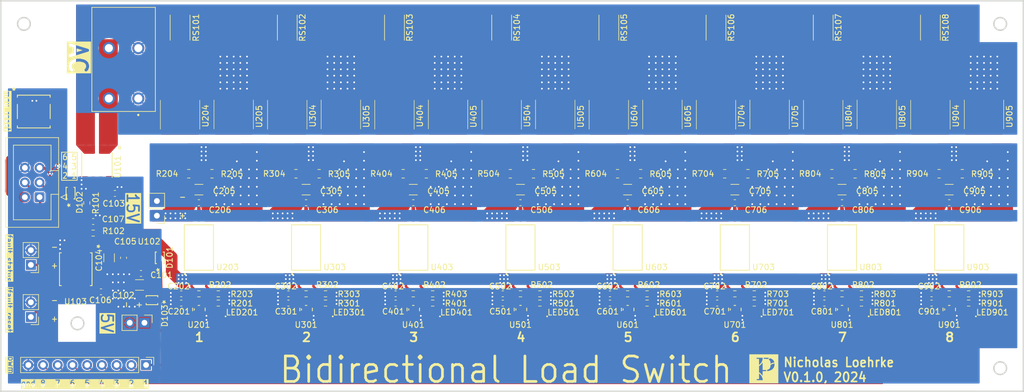
<source format=kicad_pcb>
(kicad_pcb (version 20240108) (generator "pcbnew") (generator_version "8.0")
  (title_block (title "Bidirectional Load Switch") (date "2024-10-29") (rev "0.2.0") (company "University of Wisconsin-Platteville") (comment 1 "Nicholas Loehrke"))
  (layers (0 "F.Cu" signal) (31 "B.Cu" signal) (34 "B.Paste" user) (35 "F.Paste" user) (36 "B.SilkS" user "B.Silkscreen") (37 "F.SilkS" user "F.Silkscreen") (38 "B.Mask" user) (39 "F.Mask" user) (44 "Edge.Cuts" user))
  (net 0 "")
  (net 1 "5V")
  (net 2 "GND")
  (net 3 "3V3")
  (net 4 "GNDPWR")
  (net 5 "15V_isolated")
  (net 6 "Earth")
  (net 7 "Net-(U103-PB3)")
  (net 8 "~{MCU_RST}")
  (net 9 "AC_in")
  (net 10 "PWM6_in")
  (net 11 "Net-(U203-ANODE)")
  (net 12 "PWM8_in")
  (net 13 "PWM5_in")
  (net 14 "PWM2_in")
  (net 15 "Net-(U203-CATHODE)")
  (net 16 "Net-(R204-Pad2)")
  (net 17 "PWM1_in")
  (net 18 "PWM3_in")
  (net 19 "PWM4_in")
  (net 20 "Net-(U203-VOUT)")
  (net 21 "Net-(R205-Pad2)")
  (net 22 "PWM7_in")
  (net 23 "MISO{slash}fault_status")
  (net 24 "SCK{slash}~{fault_rst}")
  (net 25 "Net-(U303-ANODE)")
  (net 26 "MOSI")
  (net 27 "Net-(U303-CATHODE)")
  (net 28 "Net-(U303-VOUT)")
  (net 29 "Net-(R304-Pad2)")
  (net 30 "Net-(R305-Pad2)")
  (net 31 "Net-(U403-ANODE)")
  (net 32 "Net-(U403-CATHODE)")
  (net 33 "Net-(U101-VOUT)")
  (net 34 "Net-(R404-Pad2)")
  (net 35 "Net-(U403-VOUT)")
  (net 36 "Net-(R405-Pad2)")
  (net 37 "/Channel 1/RIN")
  (net 38 "/Channel 2/RIN")
  (net 39 "/Channel 3/RIN")
  (net 40 "/Channel 4/RIN")
  (net 41 "/Channel 5/RIN")
  (net 42 "/Channel 6/RIN")
  (net 43 "/Channel 7/RIN")
  (net 44 "/Channel 8/RIN")
  (net 45 "Net-(U503-ANODE)")
  (net 46 "Net-(U503-CATHODE)")
  (net 47 "Net-(U503-VOUT)")
  (net 48 "Net-(R504-Pad2)")
  (net 49 "Net-(R505-Pad2)")
  (net 50 "Net-(U603-ANODE)")
  (net 51 "Net-(U603-CATHODE)")
  (net 52 "Net-(U603-VOUT)")
  (net 53 "Net-(R604-Pad2)")
  (net 54 "Net-(R605-Pad2)")
  (net 55 "Net-(U703-ANODE)")
  (net 56 "Net-(U703-CATHODE)")
  (net 57 "Net-(U201-Y)")
  (net 58 "Net-(U703-VOUT)")
  (net 59 "Net-(R704-Pad2)")
  (net 60 "Net-(R705-Pad2)")
  (net 61 "Net-(U803-ANODE)")
  (net 62 "Net-(U803-CATHODE)")
  (net 63 "Net-(R804-Pad2)")
  (net 64 "Net-(U803-VOUT)")
  (net 65 "Net-(LED901-Pad1)")
  (net 66 "Net-(LED801-Pad1)")
  (net 67 "Net-(LED701-Pad1)")
  (net 68 "Net-(LED601-Pad1)")
  (net 69 "Net-(LED501-Pad1)")
  (net 70 "Net-(LED401-Pad1)")
  (net 71 "Net-(LED301-Pad1)")
  (net 72 "Net-(LED201-Pad1)")
  (net 73 "Net-(R805-Pad2)")
  (net 74 "Net-(U301-Y)")
  (net 75 "Net-(U903-ANODE)")
  (net 76 "Net-(U903-CATHODE)")
  (net 77 "Net-(U401-Y)")
  (net 78 "Net-(U903-VOUT)")
  (net 79 "Net-(R904-Pad2)")
  (net 80 "Net-(U501-Y)")
  (net 81 "Net-(R905-Pad2)")
  (net 82 "Net-(U601-Y)")
  (net 84 "Net-(U701-Y)")
  (net 86 "Net-(U801-Y)")
  (net 88 "Net-(U901-Y)")
  (net 90 "AC_post_sense")
  (net 92 "~{fault}")
  (net 97 "Net-(J107-VCC)")
  (net 98 "Net-(J102-Pin_1)")
  (footprint "Resistor_SMD:R_0603_1608Metric" (layer "F.Cu") (at 99.65 111.8 180)
    (property "Reference" "R203")
    (property "Value" "50")
  )
  (footprint "mosfet_STD16N60M6:DPAKTO-252_STM" (layer "F.Cu") (at 102.3 83.3)
    (property "Reference" "U205")
    (property "Value" "~" (hide yes))
  )
  (footprint "Resistor_SMD:R_0603_1608Metric" (layer "F.Cu") (at 151.8 111.8 180)
    (property "Reference" "R502")
    (property "Value" "50")
  )
  (footprint "gate_driver_UCC23313DWYR:SOIC6_DWY_TEX" (layer "F.Cu") (at 207.3 103.8 90)
    (property "Reference" "U803")
    (property "Value" "~")
  )
  (footprint "and_gate_SN74LVC1G08DCKR:DCK5" (layer "F.Cu") (at 225.8 114.5 90)
    (property "Reference" "U901")
    (property "Value" "~")
  )
  (footprint "Capacitor_SMD:C_1206_3216Metric" (layer "F.Cu") (at 86.049998 110.275001 180)
    (property "Reference" "C102")
    (property "Value" "10u")
  )
  (footprint "Resistor_SMD:R_2512_6332Metric" (layer "F.Cu") (at 148.55 65.8 -90)
    (property "Reference" "RS104")
    (property "Value" "47")
  )
  (footprint "Connector_PinHeader_2.54mm:PinHeader_1x02_P2.54mm_Vertical" (layer "F.Cu") (at 67.3 106.8 180)
    (property "Reference" "J105" (hide yes))
    (property "Value" "Conn_01x02_Socket")
  )
  (footprint "Capacitor_SMD:C_0603_1608Metric" (layer "F.Cu") (at 185.75 113.4 180)
    (property "Reference" "C701")
    (property "Value" "1u")
  )
  (footprint "Capacitor_SMD:C_1206_3216Metric" (layer "F.Cu") (at 225.8 93.8)
    (property "Reference" "C905")
    (property "Value" "10u")
  )
  (footprint "mosfet_STD16N60M6:DPAKTO-252_STM" (layer "F.Cu") (at 120.8 83.3)
    (property "Reference" "U305")
    (property "Value" "~" (hide yes))
  )
  (footprint "led_B1911PG--20D000514U1930:LED_B1911PG--20D000514U1930_HVK" (layer "F.Cu") (at 229.15 114.95 180)
    (property "Reference" "LED901")
    (property "Value" "~")
  )
  (footprint "mosfet_STD16N60M6:DPAKTO-252_STM" (layer "F.Cu") (at 194.8 83.3)
    (property "Reference" "U705")
    (property "Value" "~" (hide yes))
  )
  (footprint "Capacitor_SMD:C_0603_1608Metric" (layer "F.Cu") (at 111.75 113.4 180)
    (property "Reference" "C301")
    (property "Value" "1u")
  )
  (footprint "Resistor_SMD:R_0603_1608Metric" (layer "F.Cu") (at 76.95 96.1 -90)
    (property "Reference" "R101")
    (property "Value" "220")
  )
  (footprint "mcu_ATTINY85_20SU:8S2_ATM" (layer "F.Cu") (at 75.05 107.55 -90)
    (property "Reference" "U103")
    (property "Value" "~")
  )
  (footprint "Resistor_SMD:R_0805_2012Metric" (layer "F.Cu") (at 228.05 91.05)
    (property "Reference" "R905")
    (property "Value" "5")
  )
  (footprint "Resistor_SMD:R_0805_2012Metric" (layer "F.Cu") (at 154.05 91.05)
    (property "Reference" "R505")
    (property "Value" "5")
  )
  (footprint "Resistor_SMD:R_0603_1608Metric" (layer "F.Cu") (at 173.65 113.4)
    (property "Reference" "R601")
    (property "Value" "220")
  )
  (footprint "led_B1911PG--20D000514U1930:LED_B1911PG--20D000514U1930_HVK" (layer "F.Cu") (at 155.15 114.95 180)
    (property "Reference" "LED501")
    (property "Value" "~")
  )
  (footprint "Capacitor_SMD:C_0603_1608Metric" (layer "F.Cu") (at 170.3 96.05)
    (property "Reference" "C606")
    (property "Value" "100n")
  )
  (footprint "Resistor_SMD:R_0805_2012Metric" (layer "F.Cu") (at 172.55 91.05)
    (property "Reference" "R605")
    (property "Value" "5")
  )
  (footprint "Resistor_SMD:R_0603_1608Metric" (layer "F.Cu") (at 229.15 113.4)
    (property "Reference" "R901")
    (property "Value" "220")
  )
  (footprint "Resistor_SMD:R_0603_1608Metric" (layer "F.Cu") (at 188.8 111.8 180)
    (property "Reference" "R702")
    (property "Value" "50")
  )
  (footprint "Capacitor_SMD:C_0603_1608Metric" (layer "F.Cu") (at 225.8 96.05)
    (property "Reference" "C906")
    (property "Value" "100n")
  )
  (footprint "Resistor_SMD:R_0603_1608Metric" (layer "F.Cu") (at 225.8 111.8 180)
    (property "Reference" "R902")
    (property "Value" "50")
  )
  (footprint "Capacitor_SMD:C_0603_1608Metric" (layer "F.Cu") (at 151.8 96.05)
    (property "Reference" "C506")
    (property "Value" "100n")
  )
  (footprint "Capacitor_SMD:C_1206_3216Metric" (layer "F.Cu") (at 188.8 93.8)
    (property "Reference" "C705")
    (property "Value" "10u")
  )
  (footprint "Connector_PinHeader_2.54mm:PinHeader_1x02_P2.54mm_Vertical" (layer "F.Cu") (at 86.9 116.8 -90)
    (property "Reference" "J102" (hide yes))
    (property "Value" "Conn_01x02_Socket")
  )
  (footprint "Capacitor_SMD:C_0603_1608Metric" (layer "F.Cu") (at 130.25 113.4 180)
    (property "Reference" "C401")
    (property "Value" "1u")
  )
  (footprint "Capacitor_SMD:C_0603_1608Metric" (layer "F.Cu") (at 93.25 111.8 180)
    (property "Reference" "C202")
    (property "Value" "100n")
  )
  (footprint "Resistor_SMD:R_2512_6332Metric" (layer "F.Cu") (at 93.05 65.8 -90)
    (property "Reference" "RS101")
    (property "Value" "1")
  )
  (footprint "Resistor_SMD:R_0603_1608Metric" (layer "F.Cu") (at 207.3 111.8 180)
    (property "Reference" "R802")
    (property "Value" "50")
  )
  (footprint "Capacitor_SMD:C_1206_3216Metric" (layer "F.Cu") (at 207.3 93.8)
    (property "Reference" "C805")
    (property "Value" "10u")
  )
  (footprint "Resistor_SMD:R_0805_2012Metric" (layer "F.Cu") (at 209.55 91.05)
    (property "Reference" "R805")
    (property "Value" "5")
  )
  (footprint "mosfet_STD16N60M6:DPAKTO-252_STM" (layer "F.Cu") (at 167.05 83.35)
    (property "Reference" "U604")
    (property "Value" "~" (hide yes))
  )
  (footprint "mosfet_STD16N60M6:DPAKTO-252_STM" (layer "F.Cu") (at 222.55 83.35)
    (property "Reference" "U904")
    (property "Value" "~" (hide yes))
  )
  (footprint "Resistor_SMD:R_0805_2012Metric" (layer "F.Cu") (at 117.05 91.05)
    (property "Reference" "R305")
    (property "Value" "5")
  )
  (footprint "Connector_IDC:IDC-Header_2x03_P2.54mm_Vertical" (layer "F.Cu") (at 68.8025 95.095 180)
    (property "Reference" "J107" (hide yes))
    (property "Value" "AVR-ISP-6")
  )
  (footprint "Resistor_SMD:R_0603_1608Metric" (layer "F.Cu") (at 118.15 113.4)
    (property "Reference" "R301")
    (property "Value" "220")
  )
  (footprint "Resistor_SMD:R_0805_2012Metric" (layer "F.Cu") (at 205.55 91.05 180)
    (property "Reference" "R804")
    (property "Value" "5")
  )
  (footprint "led_B1911PG--20D000514U1930:LED_B1911PG--20D000514U1930_HVK" (layer "F.Cu") (at 192.15 114.95 180)
    (property "Reference" "LED701")
    (property "Value" "~")
  )
  (footprint "gate_driver_UCC23313DWYR:SOIC6_DWY_TEX" (layer "F.Cu") (at 96.3 103.8 90)
    (property "Reference" "U203")
    (property "Value" "~")
  )
  (footprint "Capacitor_SMD:C_0603_1608Metric" (layer "F.Cu") (at 222.75 111.8 180)
    (property "Reference" "C902")
    (property "Value" "100n")
  )
  (footprint "gate_driver_UCC23313DWYR:SOIC6_DWY_TEX" (layer "F.Cu") (at 114.8 103.8 90)
    (property "Reference" "U303")
    (property "Value" "~")
  )
  (footprint "Capacitor_SMD:C_0603_1608Metric" (layer "F.Cu") (at 148.75 111.8 180)
    (property "Reference" "C502")
    (property "Value" "100n")
  )
  (footprint "Resistor_SMD:R_0603_1608Metric" (layer "F.Cu") (at 155.15 113.4)
    (property "Reference" "R501")
    (property "Value" "220")
  )
  (footprint "Connector_PinHeader_2.54mm:PinHeader_1x02_P2.54mm_Vertical" (layer "F.Cu") (at 67.3 115.8 180)
    (property "Reference" "J106" (hide yes))
    (property "Value" "Conn_01x02_Socket")
  )
  (footprint "Resistor_SMD:R_0805_2012Metric" (layer "F.Cu") (at 187.05 91.05 180)
    (property "Reference" "R704")
    (property "Value" "5")
  )
  (footprint "gate_driver_UCC23313DWYR:SOIC6_DWY_TEX" (layer "F.Cu") (at 170.3 103.8 90)
    (property "Reference" "U603")
    (property "Value" "~")
  )
  (footprint "platteville_logo:5x5_positive" (layer "F.Cu") (at 193.8 124.75)
    (property "Reference" "G***" (hide yes))
    (property "Value" "LOGO" (hide yes))
  )
  (footprint "Resistor_SMD:R_0603_1608Metric" (layer "F.Cu") (at 78.05 101.3 180)
    (property "Reference" "R102")
    (property "Value" "10k")
  )
  (footprint "Resistor_SMD:R_0603_1608Metric" (layer "F.Cu") (at 210.65 111.8 180)
    (property "Reference" "R803")
    (property "Value" "50")
  )
  (footprint "switch_PTS526_SK15_SMTR2_LFS:SMT_FS" (layer "F.Cu") (at 67.8 80.3)
    (property "Reference" "SW101" (hide yes))
    (property "Value" "~")
  )
  (footprint "mosfet_STD16N60M6:DPAKTO-252_STM" (layer "F.Cu") (at 148.55 83.35)
    (property "Reference" "U504")
    (property "Value" "~" (hide yes))
  )
  (footprint "Capacitor_SMD:C_0603_1608Metric" (layer "F.Cu") (at 188.8 96.05)
    (property "Reference" "C706")
    (property "Value" "100n")
  )
  (footprint "Resistor_SMD:R_2512_6332Metric" (layer "F.Cu") (at 111.55 65.8 -90)
    (property "Reference" "RS102")
    (property "Value" "3.9")
  )
  (footprint "Resistor_SMD:R_0603_1608Metric" (layer "F.Cu") (at 136.65 113.4)
    (property "Reference" "R401")
    (property "Value" "220")
  )
  (footprint "Resistor_SMD:R_0603_1608Metric" (layer "F.Cu") (at 170.3 111.8 180)
    (property "Reference" "R602")
    (property "Value" "50")
  )
  (footprint "Resistor_SMD:R_0805_2012Metric" (layer "F.Cu") (at 131.55 91.05 180)
    (property "Reference" "R404")
    (property "Value" "5")
  )
  (footprint "mosfet_STD16N60M6:DPAKTO-252_STM" (layer "F.Cu") (at 139.3 83.3)
    (property "Reference" "U405")
    (property "Value" "~" (hide yes))
  )
  (footprint "Resistor_SMD:R_2512_6332Metric" (layer "F.Cu") (at 185.55 65.8 -90)
    (property "Reference" "RS106")
    (property "Value" "680")
  )
  (footprint "Resistor_SMD:R_0805_2012Metric" (layer "F.Cu") (at 191.05 91.05)
    (property "Reference" "R705")
    (property "Value" "5")
  )
  (footprint "diode_CUS10S30_H3F:USC_TOS" (layer "F.Cu") (at 74.15 94.4 90)
    (property "Reference" "D102")
    (property "Value" "~")
  )
  (footprint "led_B1911PG--20D000514U1930:LED_B1911PG--20D000514U1930_HVK" (layer "F.Cu") (at 118.15 114.95 180)
    (property "Reference" "LED301")
    (property "Value" "~")
  )
  (footprint "Resistor_SMD:R_0603_1608Metric" (layer "F.Cu") (at 192.15 111.8 180)
    (property "Reference" "R703")
    (property "Value" "50")
  )
  (footprint "Resistor_SMD:R_0603_1608Metric" (layer "F.Cu") (at 229.15 111.8 180)
    (property "Reference" "R903")
    (property "Value" "50")
  )
  (footprint "gate_driver_UCC23313DWYR:SOIC6_DWY_TEX" (layer "F.Cu") (at 151.8 103.8 90)
    (property "Reference" "U503")
    (property "Value" "~")
  )
  (footprint "Connector_PinHeader_2.54mm:PinHeader_1x02_P2.54mm_Vertical" (layer "F.Cu") (at 89.05 98.3 180)
    (property "Reference" "J104" (hide yes))
    (property "Value" "Conn_01x02_Socket")
  )
  (footprint "Capacitor_SMD:C_0603_1608Metric" (layer "F.Cu") (at 148.75 113.4 180)
    (property "Reference" "C501")
    (property "Value" "1u")
  )
  (footprint "mosfet_STD16N60M6:DPAKTO-252_STM" (layer "F.Cu") (at 176.3 83.3)
    (property "Reference" "U605")
    (property "Value" "~" (hide yes))
  )
  (footprint "Resistor_SMD:R_0805_2012Metric" (layer "F.Cu") (at 98.55 91.05)
    (property "Reference" "R205")
    (property "Value" "5")
  )
  (footprint "mosfet_STD16N60M6:DPAKTO-252_STM" (layer "F.Cu") (at 130.05 83.35)
    (property "Reference" "U404")
    (property "Value" "~" (hide yes))
  )
  (footprint "Capacitor_SMD:C_0603_1608Metric" (layer "F.Cu") (at 130.25 111.8 180)
    (property "Reference" "C402")
    (property "Value" "100n")
  )
  (footprint "current_sensor_TMCS1101A3BQDR:SOIC8_D_TEX" (layer "F.Cu") (at 78.7 89.55 -90)
    (property "Reference" "U101")
    (property "Value" "~")
  )
  (footprint "Resistor_SMD:R_0603_1608Metric" (layer "F.Cu") (at 99.65 113.4)
    (property "Reference" "R201")
    (property "Value" "220")
  )
  (footprint "Capacitor_SMD:C_0603_1608Metric" (layer "F.Cu") (at 83.299998 105.575001 -90)
    (property "Reference" "C105")
    (property "Value" "100n")
  )
  (footprint "Capacitor_SMD:C_0603_1608Metric" (layer "F.Cu") (at 207.3 96.05)
    (property "Reference" "C806")
    (property "Value" "100n")
  )
  (footprint "and_gate_SN74LVC1G08DCKR:DCK5" (layer "F.Cu") (at 170.3 114.5 90)
    (property "Reference" "U601")
    (property "Value" "~")
  )
  (footprint "mosfet_STD16N60M6:DPAKTO-252_STM" (layer "F.Cu") (at 185.55 83.35)
    (property "Reference" "U704")
    (property "Value" "~" (hide yes))
  )
  (footprint "Capacitor_SMD:C_0603_1608Metric" (layer "F.Cu") (at 167.25 111.8 180)
    (property "Reference" "C602")
    (property "Value" "100n")
  )
  (footprint "Resistor_SMD:R_0805_2012Metric" (layer "F.Cu") (at 135.55 91.05)
    (property "Reference" "R405")
    (property "Value" "5")
  )
  (footprint "Capacitor_SMD:C_0603_1608Metric" (layer "F.Cu") (at 81.8 94.45)
    (property "Reference" "C103")
    (property "Value" "100n")
  )
  (footprint "mosfet_STD16N60M6:DPAKTO-252_STM" (layer "F.Cu") (at 231.8 83.3)
    (property "Reference" "U905")
    (property "Value" "~" (hide yes))
  )
  (footprint "Resistor_SMD:R_0805_2012Metric" (layer "F.Cu") (at 94.55 91.05 180)
    (property "Reference" "R204")
    (property "Value" "5")
  )
  (footprint "gate_driver_UCC23313DWYR:SOIC6_DWY_TEX" (layer "F.Cu") (at 133.3 103.8 90)
    (property "Reference" "U403")
    (property "Value" "~")
  )
  (footprint "mosfet_STD16N60M6:DPAKTO-252_STM" (layer "F.Cu") (at 204.05 83.35)
    (property "Reference" "U804")
    (property "Value" "~" (hide yes))
  )
  (footprint "Resistor_SMD:R_0603_1608Metric" (layer "F.Cu") (at 173.65 111.8 180)
    (property "Reference" "R603")
    (property "Value" "50")
  )
  (footprint "Resistor_SMD:R_0603_1608Metric" (layer "F.Cu") (at 96.3 111.8 180)
    (property "Reference" "R202")
    (property "Value" "50")
  )
  (footprint "Resistor_SMD:R_0603_1608Metric" (layer "F.Cu") (at 114.8 111.8 180)
    (property "Reference" "R302")
    (property "Value" "50")
  )
  (footprint "diode_CUS10S30_H3F:USC_TOS" (layer "F.Cu") (at 88.2 112.9 180)
    (property "Reference" "D103")
    (property "Value" "~")
  )
  (footprint "gate_driver_UCC23313DWYR:SOIC6_DWY_TEX" (layer "F.Cu") (at 188.8 103.8 90)
    (property "Reference" "U703")
    (property "Value" "~")
  )
  (footprint "led_B1911PG--20D000514U1930:LED_B1911PG--20D000514U1930_HVK" (layer "F.Cu") (at 173.65 114.95 180)
    (property "Reference" "LED601")
    (property "Value" "~")
  )
  (footprint "Capacitor_SMD:C_0603_1608Metric" (layer "F.Cu") (at 204.25 113.4 180)
    (property "Reference" "C801")
    (property "Value" "1u")
  )
  (footprint "Resistor_SMD:R_0805_2012Metric" (layer "F.Cu") (at 168.55 91.05 180)
    (property "Reference" "R604")
    (property "Value" "5")
  )
  (footprint "and_gate_SN74LVC1G08DCKR:DCK5" (layer "F.Cu") (at 114.8 114.5 90)
    (property "Reference" "U301")
    (property "Value" "~")
  )
  (footprint "Connector_PinHeader_2.54mm:PinHeader_1x09_P2.54mm_Vertical" (layer "F.Cu") (at 87.18 124.1 -90)
    (property "Reference" "J103" (hide yes))
    (property "Value" "Conn_01x09_Socket")
  )
  (footprint "led_B1911PG--20D000514U1930:LED_B1911PG--20D000514U1930_HVK" (layer "F.Cu") (at 210.65 114.95 180)
    (property "Reference" "LED801")
    (property "Value" "~")
  )
  (footprint "Resistor_SMD:R_0603_1608Metric" (layer "F.Cu") (at 210.65 113.4)
    (property "Reference" "R801")
    (property "Value" "220")
  )
  (footprint "mosfet_STD16N60M6:DPAKTO-252_STM" (layer "F.Cu") (at 93.05 83.35)
    (property "Reference" "U204")
    (property "Value" "~" (hide yes))
  )
  (footprint "Resistor_SMD:R_2512_6332Metric" (layer "F.Cu") (at 130.05 65.8 -90)
    (property "Reference" "RS103")
    (property "Value" "15")
  )
  (footprint "Resistor_SMD:R_0603_1608Metric" (layer "F.Cu") (at 118.15 111.8 180)
    (property "Reference" "R303")
    (property "Value" "50")
  )
  (footprint "and_gate_SN74LVC1G08DCKR:DCK5" (layer "F.Cu") (at 96.3 114.5 90)
    (property "Reference" "U201")
    (property "Value" "~")
  )
  (footprint "gate_driver_UCC23313DWYR:SOIC6_DWY_TEX" (layer "F.Cu") (at 225.8 103.8 90)
    (property "Reference" "U903")
    (property "Value" "~")
  )
  (footprint "Resistor_SMD:R_0603_1608Metric" (layer "F.Cu") (at 192.15 113.4)
    (property "Reference" "R701")
    (property "Value" "220")
  )
  (footprint "Capacitor_SMD:C_0603_1608Metric" (layer "F.Cu") (at 204.25 111.8 180)
    (property "Reference" "C802")
    (property "Value" "100n")
  )
  (footprint "spring_terminal_1017503:PHOENIX_1017503" (layer "F.Cu") (at 88.78 62.2875 180)
    (property "Reference" "J101" (hide yes))
    (property "Value" "~")
  )
  (footprint "Capacitor_SMD:C_1206_3216Metric" (layer "F.Cu") (at 151.8 93.8)
    (property "Reference" "C505")
    (property "Value" "10u")
  )
  (footprint "mosfet_STD16N60M6:DPAKTO-252_STM" (layer "F.Cu") (at 213.3 83.3)
    (property "Reference" "U805")
    (property "Value" "~" (hide yes))
  )
  (footprint "Capacitor_SMD:C_1206_3216Metric" (layer "F.Cu") (at 114.8 93.8)
    (property "Reference" "C305")
    (property "Value" "10u")
  )
  (footprint "and_gate_SN74LVC1G08DCKR:DCK5" (layer "F.Cu") (at 207.3 114.5 90)
    (property "Reference" "U801")
    (property "Value" "~")
  )
  (footprint "Capacitor_SMD:C_0603_1608Metric" (layer "F.Cu") (at 111.75 111.8 180)
    (property "Reference" "C302")
    (property "Value" "100n")
  )
  (footprint "Capacitor_SMD:C_0603_1608Metric" (layer "F.Cu") (at 78.05 99.3)
    (property "Reference" "C107")
    (property "Value" "100n")
  )
  (footprint "ldo_TLV75733PDBVR:DBV0005A_L" (layer "F.Cu") (at 86.3 105.55 90)
    (property "Reference" "U102")
    (property "Value" "~" (hide yes))
  )
  (footprint "and_gate_SN74LVC1G08DCKR:DCK5" (layer "F.Cu") (at 188.8 114.5 90)
    (property "Reference" "U701")
    (property "Value" "~")
  )
  (footprint "Resistor_SMD:R_0603_1608Metric" (layer "F.Cu") (at 136.65 111.8 180)
    (property "Reference" "R403")
    (property "Value" "50")
  )
  (footprint "Capacitor_SMD:C_1206_3216Metric" (layer "F.Cu") (at 133.3 93.8)
    (property "Reference" "C405")
    (property "Value" "10u")
  )
  (footprint "Capacitor_SMD:C_0603_1608Metric" (layer "F.Cu") (at 86.299998 108.275001 180)
    (property "Reference" "C101")
    (property "Value" "100n")
  )
  (footprint "Capacitor_SMD:C_0603_1608Metric" (layer "F.Cu") (at 222.75 113.4 180)
    (property "Reference" "C901")
    (property "Value" "1u")
  )
  (footprint "Capacitor_SMD:C_0603_1608Metric" (layer "F.Cu") (at 167.25 113.4 180)
    (property "Reference" "C601")
    (property "Value" "1u")
  )
  (footprint "and_gate_SN74LVC1G08DCKR:DCK5" (layer "F.Cu") (at 151.8 114.5 90)
    (property "Reference" "U501")
    (property "Value" "~")
  )
  (footprint "Capacitor_SMD:C_1206_3216Metric" (layer "F.Cu") (at 96.3 93.8)
    (property "Reference" "C205")
    (property "Value" "10u")
  )
  (footprint "Resistor_SMD:R_0603_1608Metric" (layer "F.Cu") (at 155.15 111.8 180)
    (property "Reference" "R503")
    (property "Value" "50")
  )
  (footprint "Resistor_SMD:R_0805_2012Metric" (layer "F.Cu") (at 224.05 91.05 180)
    (property "Reference" "R904")
    (property "Value" "5")
  )
  (footprint "diode_CUS10S30_H3F:USC_TOS" (layer "F.Cu") (at 89.549998 105.575001 90)
    (property "Reference" "D101")
    (property "Value" "~")
  )
  (footprint "Capacitor_SMD:C_1206_3216Metric" (layer "F.Cu") (at 170.3 93.8)
    (property "Reference" "C605")
    (property "Value" "10u")
  )
  (footprint "Resistor_SMD:R_2512_6332Metric" (layer "F.Cu") (at 167.05 65.8 -90)
    (property "Reference" "RS105")
    (property "Value" "200")
  )
  (footprint "Resistor_SMD:R_0603_1608Metric" (layer "F.Cu") (at 133.3 111.8 180)
    (property "Reference" "R402")
    (property "Value" "50")
  )
  (footprint "mosfet_STD16N60M6:DPAKTO-252_STM" (layer "F.Cu") (at 157.8 83.3)
    (property "Reference" "U505")
    (property "Value" "~" (hide yes))
  )
  (footprint "Capacitor_SMD:C_1206_3216Metric" (layer "F.Cu") (at 80.799998 105.575001 -90)
    (property "Reference" "C104")
    (property "Value" "10u")
  )
  (footprint "led_B1911PG--20D000514U1930:LED_B1911PG--20D000514U1930_HVK" (layer "F.Cu") (at 136.65 114.95 180)
    (property "Reference" "LED401")
    (property "Value" "~")
  )
  (footprint "Resistor_SMD:R_2512_6332Metric" (layer "F.Cu") (at 204.05 65.8 -90)
    (property "Reference" "RS107")
    (property "Value" "2700")
  )
  (footprint "Capacitor_SMD:C_0603_1608Metric" (layer "F.Cu") (at 93.25 113.4 180)
    (property "Reference" "C201")
    (property "Value" "1u")
  )
  (footprint "Resistor_SMD:R_0805_2012Metric" (layer "F.Cu") (at 150.05 91.05 180)
    (property "Reference" "R504")
    (property "Value" "5")
  )
  (footprint "Capacitor_SMD:C_0603_1608Metric" (layer "F.Cu") (at 96.3 96.05)
    (property "Reference" "C206")
    (property "Value" "100n")
  )
  (footprint "mosfet_STD16N60M6:DPAKTO-252_STM" (layer "F.Cu") (at 111.55 83.35)
    (property "Reference" "U304")
    (property "Value" "~" (hide yes))
  )
  (footprint "and_gate_SN74LVC1G08DCKR:DCK5" (layer "F.Cu") (at 133.3 114.5 90)
    (property "Reference" "U401")
    (property "Value" "~")
  )
  (footprint "Resistor_SMD:R_2512_6332Metric" (layer "F.Cu") (at 222.55 65.8 -90)
    (property "Reference" "RS108")
    (property "Value" "10000")
  )
  (footprint "Capacitor_SMD:C_0603_1608Metric" (layer "F.Cu") (at 185.75 111.8 180)
    (property "Reference" "C702")
    (property "Value" "100n")
  )
  (footprint "Capacitor_SMD:C_0603_1608Metric" (layer "F.Cu") (at 133.3 96.05)
    (property "Reference" "C406")
    (property "Value" "100n")
  )
  (footprint "Resistor_SMD:R_0805_2012Metric" (layer "F.Cu") (at 113.05 91.05 180)
    (property "Reference" "R304")
    (property "Value" "5")
  )
  (footprint "led_B1911PG--20D000514U1930:LED_B1911PG--20D000514U1930_HVK" (layer "F.Cu") (at 99.65 114.95 180)
    (property "Reference" "LED201")
    (property "Value" "~")
  )
  (footprint "Capacitor_SMD:C_0603_1608Metric" (layer "F.Cu") (at 79.4 111.45)
    (property "Reference" "C106")
    (property "Value" "100n")
  )
  (footprint "Capacitor_SMD:C_0603_1608Metric" (layer "F.Cu") (at 114.8 96.05)
    (property "Reference" "C306")
    (property "Value" "100n")
  )
  (gr_rect (start 69.837437 126.532128) (end 71.477628 128.239604) (fill solid) (layer "F.SilkS"))
  (gr_rect (start 82.494619 126.531824) (end 84.13481 128.2393) (fill solid) (layer "F.SilkS"))
  (gr_rect (start 74.918271 126.532469) (end 76.558462 128.239945) (fill solid) (layer "F.SilkS"))
  (gr_rect (start 72.6 87.325) (end 75.3 92.175) (stroke (width 0.153)) (fill none) (layer "F.SilkS"))
  (gr_rect (start 68.949858 127.883264) (end 87.616194 128.24074) (fill solid) (layer "F.SilkS"))
  (gr_rect (start 85.07814 126.532401) (end 86.718331 128.239877) (fill solid) (layer "F.SilkS"))
  (gr_rect (start 77.458304 126.534654) (end 79.098495 128.24213) (fill solid) (layer "F.SilkS"))
  (gr_rect (start 79.957357 126.531668) (end 81.597548 128.239144) (fill solid) (layer "F.SilkS"))
  (gr_rect (start 68.059809 126.533393) (end 68.95 128.240869) (fill solid) (layer "F.SilkS"))
  (gr_rect (start 72.379642 126.532427) (end 74.019833 128.239903) (fill solid) (layer "F.SilkS"))
  (gr_circle (center 75.346056 116.90001) (end 76.446056 116.90001) (stroke (width 0.254)) (fill none) (layer "Edge.Cuts"))
  (gr_circle (center 66.098028 65.150005) (end 67.198028 65.150005) (stroke (width 0.254)) (fill none) (layer "Edge.Cuts"))
  (gr_rect (start 62.098028 61.150005) (end 238.598028 128.650005) (stroke (width 0.254)) (fill none) (layer "Edge.Cuts"))
  (gr_circle (center 234.598028 65.150005) (end 235.698028 65.150005) (stroke (width 0.254)) (fill none) (layer "Edge.Cuts"))
  (gr_circle (center 234.598028 124.650005) (end 235.698028 124.650005) (stroke (width 0.254)) (fill none) (layer "Edge.Cuts"))
  (gr_text "+\n\n-" (at 72.05 103.25 180) (layer "F.SilkS") (effects (font (size 1 0.918) (thickness 0.153) (bold yes)) (justify left bottom)))
  (gr_text "-" (at 83.3 113 270) (layer "F.SilkS") (effects (font (size 1 0.918) (thickness 0.153) (bold yes)) (justify left bottom)))
  (gr_text "gnd" (at 65.5 127.85 0) (layer "F.SilkS" knockout) (effects (font (size 1 0.918) (thickness 0.153) (bold yes)) (justify left bottom)))
  (gr_text "2" (at 113.95 120.2 0) (layer "F.SilkS") (effects (font (size 1.524 1.524) (thickness 0.3048) (bold yes)) (justify left bottom)))
  (gr_text "Bidirectional Load Switch\n" (at 109.95 127.5 0) (layer "F.SilkS") (effects (font (size 4.4 4.0392) (thickness 0.459)) (justify left bottom)))
  (gr_text "AC" (at 73.7 68.2 270) (layer "F.SilkS" knockout) (effects (font (size 3 2.754) (thickness 0.5) (bold yes)) (justify left bottom)))
  (gr_text "7" (at 206.45 120.2 0) (layer "F.SilkS") (effects (font (size 1.524 1.524) (thickness 0.3048) (bold yes)) (justify left bottom)))
  (gr_text "4" (at 79.01 127.9 0) (layer "F.SilkS" knockout) (effects (font (size 1 0.918) (thickness 0.153) (bold yes)) (justify left bottom)))
  (gr_text "6 5\n4 3\n2 1" (at 72.65 91.975 0) (layer "F.SilkS") (effects (font (size 1 0.918) (thickness 0.153) (bold yes)) (justify left bottom)))
  (gr_text "6" (at 187.95 120.2 0) (layer "F.SilkS") (effects (font (size 1.524 1.524) (thickness 0.3048) (bold yes)) (justify left bottom)))
  (gr_text "+\n\n-" (at 72.05 112.45 180) (layer "F.SilkS") (effects (font (size 1 0.918) (thickness 0.153) (bold yes)) (justify left bottom)))
  (gr_text "8" (at 68.85 127.85 0) (layer "F.SilkS" knockout) (effects (font (size 1 0.918) (thickness 0.153) (bold yes)) (justify left bottom)))
  (gr_text "2" (at 84.09 127.85 0) (layer "F.SilkS" knockout) (effects (font (size 1 0.918) (thickness 0.153) (bold yes)) (justify left bottom)))
  (gr_text "7" (at 71.39 127.85 0) (layer "F.SilkS" knockout) (effects (font (size 1 0.918) (thickness 0.153) (bold yes)) (justify left bottom)))
  (gr_text "5V" (at 79.25 114.95 270) (layer "F.SilkS" knockout) (effects (font (size 2 1.836) (thickness 0.306) (bold yes)) (justify left bottom)))
  (gr_text "5" (at 76.47 127.85 0) (layer "F.SilkS" knockout) (effects (font (size 1 0.918) (thickness 0.153) (bold yes)) (justify left bottom)))
  (gr_text "1" (at 86.63 127.85 0) (layer "F.SilkS" knockout) (effects (font (size 1 0.918) (thickness 0.153) (bold yes)) (justify left bottom)))
  (gr_text "3" (at 132.45 120.2 0) (layer "F.SilkS") (effects (font (size 1.524 1.524) (thickness 0.3048) (bold yes)) (justify left bottom)))
  (gr_text "!fault reset" (at 62.95 110.55 270) (layer "F.SilkS" knockout) (effects (font (size 1 0.918) (thickness 0.153) (bold yes)) (justify left bottom)))
  (gr_text "+\n\n-" (at 94.15 94.6 180) (layer "F.SilkS") (effects (font (size 1 0.918) (thickness 0.153) (bold yes)) (justify left bottom)))
  (gr_text "5" (at 169.45 120.2 0) (layer "F.SilkS") (effects (font (size 1.524 1.524) (thickness 0.3048) (bold yes)) (justify left bottom)))
  (gr_text "3" (at 81.55 127.85 0) (layer "F.SilkS" knockout) (effects (font (size 1 0.918) (thickness 0.153) (bold yes)) (justify left bottom)))
  (gr_text "8" (at 224.95 120.2 0) (layer "F.SilkS") (effects (font (size 1.524 1.524) (thickness 0.3048) (bold yes)) (justify left bottom)))
  (gr_text "\n" (at 64.7 127.35 0) (layer "F.SilkS") (effects (font (size 1 0.918) (thickness 0.153) (bold yes)) (justify left bottom)))
  (gr_text "6" (at 73.93 127.85 0) (layer "F.SilkS" knockout) (effects (font (size 1 0.918) (thickness 0.153) (bold yes)) (justify left bottom)))
  (gr_text "mcu reset" (at 62.65 76.6 270) (layer "F.SilkS" knockout) (effects (font (size 1 0.918) (thickness 0.153) (bold yes)) (justify left bottom)))
  (gr_text "+" (at 85.5 113.05 270) (layer "F.SilkS") (effects (font (size 1 0.918) (thickness 0.153) (bold yes)) (justify left bottom)))
  (gr_text "4" (at 150.95 120.2 0) (layer "F.SilkS") (effects (font (size 1.524 1.524) (thickness 0.3048) (bold yes)) (justify left bottom)))
  (gr_text "Nicholas Loehrke\nV0.1.0, 2024\n" (at 197.05 127.15 0) (layer "F.SilkS") (effects (font (size 1.6 1.4688) (thickness 0.2754) (bold yes)) (justify left bottom)))
  (gr_text "1" (at 95.45 120.2 0) (layer "F.SilkS") (effects (font (size 1.524 1.524) (thickness 0.3048) (bold yes)) (justify left bottom)))
  (gr_text "fault status" (at 62.95 101.5 270) (layer "F.SilkS" knockout) (effects (font (size 1 0.918) (thickness 0.153) (bold yes)) (justify left bottom)))
  (gr_text "15V" (at 83.7 94.2 270) (layer "F.SilkS" knockout) (effects (font (size 2 1.836) (thickness 0.306) (bold yes)) (justify left bottom)))
  (gr_text "pwm" (at 63.3 122.5 270) (layer "F.SilkS" knockout) (effects (font (size 1 0.918) (thickness 0.153) (bold yes)) (justify left bottom)))
  (segment (start 87.249996 106.425001) (end 86.891596 106.066601) (width 0.4) (layer "F.Cu") (net 1))
  (segment (start 85.7084 106.066601) (end 85.349997 106.425004) (width 0.4) (layer "F.Cu") (net 1))
  (segment (start 86.891596 106.066601) (end 85.7084 106.066601) (width 0.4) (layer "F.Cu") (net 1))
  (segment (start 78.825 99.35) (end 78.825 98.625) (width 0.4) (layer "F.Cu") (net 2))
  (segment (start 85.275 109.174999) (end 85.275 109.3) (width 0.8) (layer "F.Cu") (net 2))
  (segment (start 64.61865 78.4458) (end 67.55 78.4458) (width 0.4) (layer "F.Cu") (net 2))
  (segment (start 68.254003 78.4458) (end 70.98135 78.4458) (width 0.4) (layer "F.Cu") (net 2))
  (segment (start 67.55 78.4458) (end 68.254003 78.4458) (width 0.4) (layer "F.Cu") (net 2))
  (segment (start 78.825 99.35) (end 78.825 98.575) (width 0.4) (layer "F.Cu") (net 2))
  (segment (start 78.825 98.575) (end 78.5 98.25) (width 0.4) (layer "F.Cu") (net 2))
  (segment (start 86.3 106.825001) (end 86.3 107.499999) (width 0.6) (layer "F.Cu") (net 2))
  (segment (start 78.825 98.625) (end 79.2 98.25) (width 0.4) (layer "F.Cu") (net 2))
  (segment (start 86.3 107.499999) (end 85.524998 108.275001) (width 0.6) (layer "F.Cu") (net 2))
  (via (at 82.391598 108.416601) (size 0.6) (drill 0.3) (layers "F.Cu" "B.Cu") (net 2))
  (via (at 80.491598 108.416601) (size 0.6) (drill 0.3) (layers "F.Cu" "B.Cu") (net 2))
  (via (at 157.05 113.55) (size 0.6) (drill 0.3) (layers "F.Cu" "B.Cu") (net 2))
  (via (at 128.45 111.65) (size 0.6) (drill 0.3) (layers "F.Cu" "B.Cu") (net 2))
  (via (at 120.05 112.25) (size 0.6) (drill 0.3) (layers "F.Cu" "B.Cu") (net 2))
  (via (at 220.95 113.6) (size 0.6) (drill 0.3) (layers "F.Cu" "B.Cu") (net 2))
  (via (at 82.95 93.35) (size 0.6) (drill 0.3) (layers "F.Cu" "B.Cu") (net 2))
  (via (at 194.05 113.55) (size 0.6) (drill 0.3) (layers "F.Cu" "B.Cu") (net 2))
  (via (at 79.2 98.25) (size 0.6) (drill 0.3) (layers "F.Cu" "B.Cu") (net 2))
  (via (at 202.45 112.3) (size 0.6) (drill 0.3) (layers "F.Cu" "B.Cu") (net 2))
  (via (at 208.6 116.3) (size 0.6) (drill 0.3) (layers "F.Cu" "B.Cu") (net 2))
  (via (at 194.05 112.25) (size 0.6) (drill 0.3) (layers "F.Cu" "B.Cu") (net 2))
  (via (at 220.95 112.3) (size 0.6) (drill 0.3) (layers "F.Cu" "B.Cu") (net 2))
  (via (at 212.55 113.55) (size 0.6) (drill 0.3) (layers "F.Cu" "B.Cu") (net 2))
  (via (at 97.6 115.6) (size 0.6) (drill 0.3) (layers "F.Cu" "B.Cu") (net 2))
  (via (at 101.55 113.55) (size 0.6) (drill 0.3) (layers "F.Cu" "B.Cu") (net 2))
  (via (at 84.291598 114.016601) (size 0.6) (drill 0.3) (layers "F.Cu" "B.Cu") (net 2))
  (via (at 81.449998 111.225001) (size 0.6) (drill 0.3) (layers "F.Cu" "B.Cu") (net 2))
  (via (at 81.449998 112.625001) (size 0.6) (drill 0.3) (layers "F.Cu" "B.Cu") (net 2))
  (via (at 83.341598 108.416601) (size 0.6) (drill 0.3) (layers "F.Cu" "B.Cu") (net 2))
  (via (at 231.05 113.55) (size 0.6) (drill 0.3) (layers "F.Cu" "B.Cu") (net 2))
  (via (at 157.05 111.6) (size 0.6) (drill 0.3) (layers "F.Cu" "B.Cu") (net 2))
  (via (at 83.341598 111.216601) (size 0.6) (drill 0.3) (layers "F.Cu" "B.Cu") (net 2))
  (via (at 153.1 116.3) (size 0.6) (drill 0.3) (layers "F.Cu" "B.Cu") (net 2))
  (via (at 175.55 113.55) (size 0.6) (drill 0.3) (layers "F.Cu" "B.Cu") (net 2))
  (via (at 85.241598 114.016601) (size 0.6) (drill 0.3) (layers "F.Cu" "B.Cu") (net 2))
  (via (at 109.95 112.95) (size 0.6) (drill 0.3) (layers "F.Cu" "B.Cu") (net 2))
  (via (at 83.341598 114.016601) (size 0.6) (drill 0.3) (layers "F.Cu" "B.Cu") (net 2))
  (via (at 76.05 92.9) (size 0.6) (drill 0.3) (layers "F.Cu" "B.Cu") (net 2))
  (via (at 138.55 112.25) (size 0.6) (drill 0.3) (layers "F.Cu" "B.Cu") (net 2))
  (via (at 194.05 111.6) (size 0.6) (drill 0.3) (layers "F.Cu" "B.Cu") (net 2))
  (via (at 120.05 113.55) (size 0.6) (drill 0.3) (layers "F.Cu" "B.Cu") (net 2))
  (via (at 91.45 112.3) (size 0.6) (drill 0.3) (layers "F.Cu" "B.Cu") (net 2))
  (via (at 175.55 112.9) (size 0.6) (drill 0.3) (layers "F.Cu" "B.Cu") (net 2))
  (via (at 101.55 112.9) (size 0.6) (drill 0.3) (layers "F.Cu" "B.Cu") (net 2))
  (via (at 83.341598 109.816601) (size 0.6) (drill 0.3) (layers "F.Cu" "B.Cu") (net 2))
  (via (at 101.55 111.6) (size 0.6) (drill 0.3) (layers "F.Cu" "B.Cu") (net 2))
  (via (at 171.6 116.3) (size 0.6) (drill 0.3) (layers "F.Cu" "B.Cu") (net 2))
  (via (at 183.95 112.3) (size 0.6) (drill 0.3) (layers "F.Cu" "B.Cu") (net 2))
  (via (at 231.05 112.25) (size 0.6) (drill 0.3) (layers "F.Cu" "B.Cu") (net 2))
  (via (at 138.55 113.55) (size 0.6) (drill 0.3) (layers "F.Cu" "B.Cu") (net 2))
  (via (at 82.391598 112.616601) (size 0.6) (drill 0.3) (layers "F.Cu" "B.Cu") (net 2))
  (via (at 157.05 112.9) (size 0.6) (drill 0.3) (layers "F.Cu" "B.Cu") (net 2))
  (via (at 109.95 113.6) (size 0.6) (drill 0.3) (layers "F.Cu" "B.Cu") (net 2))
  (via (at 175.55 112.25) (size 0.6) (drill 0.3) (layers "F.Cu" "B.Cu") (net 2))
  (via (at 183.95 113.6) (size 0.6) (drill 0.3) (layers "F.Cu" "B.Cu") (net 2))
  (via (at 146.95 112.95) (size 0.6) (drill 0.3) (layers "F.Cu" "B.Cu") (net 2))
  (via (at 165.45 113.6) (size 0.6) (drill 0.3) (layers "F.Cu" "B.Cu") (net 2))
  (via (at 82.399998 114.025001) (size 0.6) (drill 0.3) (layers "F.Cu" "B.Cu") (net 2))
  (via (at 116.1 115.6) (size 0.6) (drill 0.3) (layers "F.Cu" "B.Cu") (net 2))
  (via (at 109.95 112.3) (size 0.6) (drill 0.3) (layers "F.Cu" "B.Cu") (net 2))
  (via (at 212.55 112.25) (size 0.6) (drill 0.3) (layers "F.Cu" "B.Cu") (net 2))
  (via (at 73.1 102.55) (size 0.6) (drill 0.3) (layers "F.Cu" "B.Cu") (net 2))
  (via (at 76.05 92.15) (size 0.6) (drill 0.3) (layers "F.Cu" "B.Cu") (net 2))
  (via (at 190.1 116.3) (size 0.6) (drill 0.3) (layers "F.Cu" "B.Cu") (net 2))
  (via (at 128.45 112.3) (size 0.6) (drill 0.3) (layers "F.Cu" "B.Cu") (net 2))
  (via (at 128.45 112.95) (size 0.6) (drill 0.3) (layers "F.Cu" "B.Cu") (net 2))
  (via (at 202.45 112.95) (size 0.6) (drill 0.3) (layers "F.Cu" "B.Cu") (net 2))
  (via (at 165.45 112.3) (size 0.6) (drill 0.3) (layers "F.Cu" "B.Cu") (net 2))
  (via (at 212.55 112.9) (size 0.6) (drill 0.3) (layers "F.Cu" "B.Cu") (net 2))
  (via (at 190.1 115.6) (size 0.6) (drill 0.3) (layers "F.Cu" "B.Cu") (net 2))
  (via (at 101.55 112.25) (size 0.6) (drill 0.3) (layers "F.Cu" "B.Cu") (net 2))
  (via (at 83.341598 112.616601) (size 0.6) (drill 0.3) (layers "F.Cu" "B.Cu") (net 2))
  (via (at 165.45 111.65) (size 0.6) (drill 0.3) (layers "F.Cu" "B.Cu") (net 2))
  (via (at 84.291598 108.416601) (size 0.6) (drill 0.3) (layers "F.Cu" "B.Cu") (net 2))
  (via (at 146.95 111.65) (size 0.6) (drill 0.3) (layers "F.Cu" "B.Cu") (net 2))
  (via (at 175.55 111.6) (size 0.6) (drill 0.3) (layers "F.Cu" "B.Cu") (net 2))
  (via (at 183.95 112.95) (size 0.6) (drill 0.3) (layers "F.Cu" "B.Cu") (net 2))
  (via (at 82.25 93.35) (size 0.6) (drill 0.3) (layers "F.Cu" "B.Cu") (net 2))
  (via (at 134.6 116.3) (size 0.6) (drill 0.3) (layers "F.Cu" "B.Cu") (net 2))
  (via (at 91.45 112.95) (size 0.6) (drill 0.3) (layers "F.Cu" "B.Cu") (net 2))
  (via (at 202.45 113.6) (size 0.6) (drill 0.3) (layers "F.Cu" "B.Cu") (net 2))
  (via (at 81.441598 108.416601) (size 0.6) (drill 0.3) (layers "F.Cu" "B.Cu") (net 2))
  (via (at 146.95 112.3) (size 0.6) (drill 0.3) (layers "F.Cu" "B.Cu") (net 2))
  (via (at 208.6 115.6) (size 0.6) (drill 0.3) (layers "F.Cu" "B.Cu") (net 2))
  (via (at 82.391598 109.816601) (size 0.6) (drill 0.3) (layers "F.Cu" "B.Cu") (net 2))
  (via (at 109.95 111.65) (size 0.6) (drill 0.3) (layers "F.Cu" "B.Cu") (net 2))
  (via (at 76.05 93.65) (size 0.6) (drill 0.3) (layers "F.Cu" "B.Cu") (net 2))
  (via (at 76.8 93.65) (size 0.6) (drill 0.3) (layers "F.Cu" "B.Cu") (net 2))
  (via (at 227.1 115.6) (size 0.6) (drill 0.3) (layers "F.Cu" "B.Cu") (net 2))
  (via (at 91.45 113.6) (size 0.6) (drill 0.3) (layers "F.Cu" "B.Cu") (net 2))
  (via (at 81.441598 109.816601) (size 0.6) (drill 0.3) (layers "F.Cu" "B.Cu") (net 2))
  (via (at 212.55 111.6) (size 0.6) (drill 0.3) (layers "F.Cu" "B.Cu") (net 2))
  (via (at 202.45 111.65) (size 0.6) (drill 0.3) (layers "F.Cu" "B.Cu") (net 2))
  (via (at 231.05 111.6) (size 0.6) (drill 0.3) (layers "F.Cu" "B.Cu") (net 2))
  (via (at 153.1 115.6) (size 0.6) (drill 0.3) (layers "F.Cu" "B.Cu") (net 2))
  (via (at 120.05 112.9) (size 0.6) (drill 0.3) (layers "F.Cu" "B.Cu") (net 2))
  (via (at 120.05 111.6) (size 0.6) (drill 0.3) (layers "F.Cu" "B.Cu") (net 2))
  (via (at 134.6 115.6) (size 0.6) (drill 0.3) (layers "F.Cu" "B.Cu") (net 2))
  (via (at 68.254003 78.4458) (size 0.6) (drill 0.3) (layers "F.Cu" "B.Cu") (net 2))
  (via (at 165.45 112.95) (size 0.6) (drill 0.3) (layers "F.Cu" "B.Cu") (net 2))
  (via (at 84.291598 112.616601) (size 0.6) (drill 0.3) (layers "F.Cu" "B.Cu") (net 2))
  (via (at 78.5 98.25) (size 0.6) (drill 0.3) (layers "F.Cu" "B.Cu") (net 2))
  (via (at 171.6 115.6) (size 0.6) (drill 0.3) (layers "F.Cu" "B.Cu") (net 2))
  (via (at 82.391598 111.216601) (size 0.6) (drill 0.3) (layers "F.Cu" "B.Cu") (net 2))
  (via (at 91.45 111.65) (size 0.6) (drill 0.3) (layers "F.Cu" "B.Cu") (net 2))
  (via (at 72.35 103.3) (size 0.6) (drill 0.3) (layers "F.Cu" "B.Cu") (net 2))
  (via (at 227.1 116.3) (size 0.6) (drill 0.3) (layers "F.Cu" "B.Cu") (net 2))
  (via (at 157.05 112.25) (size 0.6) (drill 0.3) (layers "F.Cu" "B.Cu") (net 2))
  (via (at 183.95 111.65) (size 0.6) (drill 0.3) (layers "F.Cu" "B.Cu") (net 2))
  (via (at 138.55 112.9) (size 0.6) (drill 0.3) (layers "F.Cu" "B.Cu") (net 2))
  (via (at 146.95 113.6) (size 0.6) (drill 0.3) (layers "F.Cu" "B.Cu") (net 2))
  (via (at 72.35 102.55) (size 0.6) (drill 0.3) (layers "F.Cu" "B.Cu") (net 2))
  (via (at 72.35 104.05) (size 0.6) (drill 0.3) (layers "F.Cu" "B.Cu") (net 2))
  (via (at 138.55 111.6) (size 0.6) (drill 0.3) (layers "F.Cu" "B.Cu") (net 2))
  (via (at 231.05 112.9) (size 0.6) (drill 0.3) (layers "F.Cu" "B.Cu") (net 2))
  (via (at 128.45 113.6) (size 0.6) (drill 0.3) (layers "F.Cu" "B.Cu") (net 2))
  (via (at 194.05 112.9) (size 0.6) (drill 0.3) (layers "F.Cu" "B.Cu") (net 2))
  (via (at 67.55 78.4458) (size 0.6) (drill 0.3) (layers "F.Cu" "B.Cu") (net 2))
  (via (at 97.6 116.3) (size 0.6) (drill 0.3) (layers "F.Cu" "B.Cu") (net 2))
  (via (at 116.1 116.3) (size 0.6) (drill 0.3) (layers "F.Cu" "B.Cu") (net 2))
  (via (at 220.95 111.65) (size 0.6) (drill 0.3) (layers "F.Cu" "B.Cu") (net 2))
  (via (at 220.95 112.95) (size 0.6) (drill 0.3) (layers "F.Cu" "B.Cu") (net 2))
  (via (at 85.241598 112.616601) (size 0.6) (drill 0.3) (layers "F.Cu" "B.Cu") (net 2))
  (segment (start 93.45 109.9) (end 91.6 108.05) (width 2) (layer "F.Cu") (net 3))
  (segment (start 114.150001 113.4586) (end 113.5086 113.4586) (width 0.6) (layer "F.Cu") (net 3))
  (segment (start 74.7 96.1) (end 75.75 96.1) (width 1) (layer "F.Cu") (net 3))
  (segment (start 187.5086 113.4586) (end 187.45 113.4) (width 0.6) (layer "F.Cu") (net 3))
  (segment (start 206.0086 113.4586) (end 205.95 113.4) (width 0.6) (layer "F.Cu") (net 3))
  (segment (start 131.95 113.4) (end 131.025 113.4) (width 0.6) (layer "F.Cu") (net 3))
  (segment (start 205.95 113.4) (end 205.025 113.4) (width 0.6) (layer "F.Cu") (net 3))
  (segment (start 224.45 113.4) (end 223.525 113.4) (width 0.6) (layer "F.Cu") (net 3))
  (segment (start 186.525 113.4) (end 186.525 111.8) (width 1) (layer "F.Cu") (net 3))
  (segment (start 80.55 104.825) (end 80.55 102.975) (width 1) (layer "F.Cu") (net 3))
  (segment (start 132.0086 113.4586) (end 131.95 113.4) (width 0.6) (layer "F.Cu") (net 3))
  (segment (start 80.4416 101.8416) (end 81.025 101.8416) (width 1) (layer "F.Cu") (net 3))
  (segment (start 112.525 113.4) (end 112.525 111.8) (width 1) (layer "F.Cu") (net 3))
  (segment (start 91.6 108.05) (end 91.6 105.45) (width 2) (layer "F.Cu") (net 3))
  (segment (start 79.9291 102.3541) (end 80.4416 101.8416) (width 1) (layer "F.Cu") (net 3))
  (segment (start 94.95 113.4) (end 94.025 113.4) (width 0.6) (layer "F.Cu") (net 3))
  (segment (start 80.475 101.8416) (end 81.025 101.2916) (width 1) (layer "F.Cu") (net 3))
  (segment (start 81.025 96.0916) (end 81.025 94.8) (width 1) (layer "F.Cu") (net 3))
  (segment (start 81.025 102.5082) (end 81.025 101.8416) (width 1) (layer "F.Cu") (net 3))
  (segment (start 168.025 113.4) (end 168.025 111.8) (width 1) (layer "F.Cu") (net 3))
  (segment (start 80.55 102.975) (end 80.5582 102.975) (width 1) (layer "F.Cu") (net 3))
  (segment (start 223.525 111.8) (end 223.525 109.525) (width 1) (layer "F.Cu") (net 3))
  (segment (start 223.525 113.4) (end 223.525 111.8) (width 1) (layer "F.Cu") (net 3))
  (segment (start 89.549998 104.425001) (end 83.674998 104.425001) (width 1) (layer "F.Cu") (net 3))
  (segment (start 112.525 111.8) (end 112.525 109.525) (width 1) (layer "F.Cu") (net 3))
  (segment (start 149.525 111.8) (end 149.525 109.525) (width 1) (layer "F.Cu") (net 3))
  (segment (start 78.6916 109.8916) (end 78.2166 110.3666) (width 1) (layer "F.Cu") (net 3))
  (segment (start 206.650001 113.4586) (end 206.0086 113.4586) (width 0.6) (layer "F.Cu") (net 3))
  (segment (start 83.299998 104.800001) (end 80.099998 104.800001) (width 1) (layer "F.Cu") (net 3))
  (segment (start 187.45 113.4) (end 186.525 113.4) (width 0.6) (layer "F.Cu") (net 3))
  (segment (start 78.2166 102.1334) (end 78.875 101.475) (width 1) (layer "F.Cu") (net 3))
  (segment (start 78.2166 110.3666) (end 78.2166 102.1334) (width 1) (layer "F.Cu") (net 3))
  (segment (start 81.025 101.8416) (end 81.025 101.2916) (width 1) (layer "F.Cu") (net 3))
  (segment (start 186.525 111.8) (end 186.525 109.525) (width 1) (layer "F.Cu") (net 3))
  (segment (start 131.025 111.8) (end 131.025 109.525) (width 1) (layer "F.Cu") (net 3))
  (segment (start 95.650001 113.4586) (end 95.0086 113.4586) (width 0.6) (layer "F.Cu") (net 3))
  (segment (start 188.150001 113.4586) (end 187.5086 113.4586) (width 0.6) (layer "F.Cu") (net 3))
  (segment (start 78.875 101.475) (end 78.875 101.3) (width 1) (layer "F.Cu") (net 3))
  (segment (start 169.650001 113.4586) (end 169.0086 113.4586) (width 0.6) (layer "F.Cu") (net 3))
  (segment (start 79.9291 102.3541) (end 78.875 101.3) (width 1) (layer "F.Cu") (net 3))
  (segment (start 80.55 102.975) (end 79.9291 102.3541) (width 1) (layer "F.Cu") (net 3))
  (segment (start 81.025 96.0916) (end 78.3416 96.0916) (width 1) (layer "F.Cu") (net 3))
  (segment (start 94.025 113.4) (end 94.025 111.8) (width 1) (layer "F.Cu") (net 3))
  (segment (start 75.75 96.1) (end 77.7 96.1) (width 0.4) (layer "F.Cu") (net 3))
  (segment (start 205.025 111.8) (end 205.025 109.525) (width 1) (layer "F.Cu") (net 3))
  (segment (start 168.025 111.8) (end 168.025 109.525) (width 1) (layer "F.Cu") (net 3))
  (segment (start 78 96.1) (end 77.7 96.1) (width 0.6) (layer "F.Cu") (net 3))
  (segment (start 150.45 113.4) (end 149.525 113.4) (width 0.6) (layer "F.Cu") (net 3))
  (segment (start 224.5086 113.4586) (end 224.45 113.4) (width 0.6) (layer "F.Cu") (net 3))
  (segment (start 150.5086 113.4586) (end 150.45 113.4) (width 0.6) (layer "F.Cu") (net 3))
  (segment (start 113.45 113.4) (end 112.525 113.4) (width 0.6) (layer "F.Cu") (net 3))
  (segment (start 80.5582 102.975) (end 81.025 102.5082) (width 1) (layer "F.Cu") (net 3))
  (segment (start 81.025 94.8) (end 81.025 92.69415) (width 1) (layer "F.Cu") (net 3))
  (segment (start 74.15 95.55) (end 74.7 96.1) (width 1) (layer "F.Cu") (net 3))
  (segment (start 91.6 105.45) (end 89 102.85) (width 2) (layer "F.Cu") (net 3))
  (segment (start 81.025 92.69415) (end 80.605 92.27415) (width 0.6) (layer "F.Cu") (net 3))
  (segment (start 225.150001 113.4586) (end 224.5086 113.4586) (width 0.6) (layer "F.Cu") (net 3))
  (segment (start 169.0086 113.4586) (end 168.95 113.4) (width 0.6) (layer "F.Cu") (net 3))
  (segment (start 168.95 113.4) (end 168.025 113.4) (width 0.6) (layer "F.Cu") (net 3))
  (segment (start 89 102.85) (end 88.85 102.85) (width 2) (layer "F.Cu") (net 3))
  (segment (start 83.674998 104.425001) (end 83.299998 104.800001) (width 1) (layer "F.Cu") (net 3))
  (segment (start 149.525 113.4) (end 149.525 111.8) (width 1) (layer "F.Cu") (net 3))
  (segment (start 151.150001 113.4586) (end 150.5086 113.4586) (width 0.6) (layer "F.Cu") (net 3))
  (segment (start 131.025 113.4) (end 131.025 111.8) (width 1) (layer "F.Cu") (net 3))
  (segment (start 205.025 113.4) (end 205.025 111.8) (width 1) (layer "F.Cu") (net 3))
  (segment (start 113.5086 113.4586) (end 113.45 113.4) (width 0.6) (layer "F.Cu") (net 3))
  (segment (start 78.2166 110.3666) (end 77.275 111.3082) (width 1) (layer "F.Cu") (net 3))
  (segment (start 81.025 101.2916) (end 81.025 96.0916) (width 1) (layer "F.Cu") (net 3))
  (segment (start 132.650001 113.4586) (end 132.0086 113.4586) (width 0.6) (layer "F.Cu") (net 3))
  (segment (start 78.6916 106.6834) (end 78.6916 109.8916) (width 1) (layer "F.Cu") (net 3))
  (segment (start 80.4416 101.8416) (end 80.475 101.8416) (width 1) (layer "F.Cu") (net 3))
  (segment (start 94.025 109.525) (end 94.025 111.8) (width 1) (layer "F.Cu") (net 3))
  (segment (start 95.0086 113.4586) (end 94.95 113.4) (width 0.6) (layer "F.Cu") (net 3))
  (via (at 223.6 109.25) (size 0.6) (drill 0.3) (layers "F.Cu" "B.Cu") (net 3))
  (via (at 222.3 109.25) (size 0.6) (drill 0.3) (layers "F.Cu" "B.Cu") (net 3))
  (via (at 222.95 109.9) (size 0.6) (drill 0.3) (layers "F.Cu" "B.Cu") (net 3))
  (via (at 166.8 108.6) (size 0.6) (drill 0.3) (layers "F.Cu" "B.Cu") (net 3))
  (via (at 205.1 109.25) (size 0.6) (drill 0.3) (layers "F.Cu" "B.Cu") (net 3))
  (via (at 203.8 109.9) (size 0.6) (drill 0.3) (layers "F.Cu" "B.Cu") (net 3))
  (via (at 222.3 108.6) (size 0.6) (drill 0.3) (layers "F.Cu" "B.Cu") (net 3))
  (via (at 130.45 109.9) (size 0.6) (drill 0.3) (layers "F.Cu" "B.Cu") (net 3))
  (via (at 168.1 109.25) (size 0.6) (drill 0.3) (layers "F.Cu" "B.Cu") (net 3))
  (via (at 130.45 109.25) (size 0.6) (drill 0.3) (layers "F.Cu" "B.Cu") (net 3))
  (via (at 205.1 109.9) (size 0.6) (drill 0.3) (layers "F.Cu" "B.Cu") (net 3))
  (via (at 131.1 108.6) (size 0.6) (drill 0.3) (layers "F.Cu" "B.Cu") (net 3))
  (via (at 94.1 108.6) (size 0.6) (drill 0.3) (layers "F.Cu" "B.Cu") (net 3))
  (via (at 186.6 109.9) (size 0.6) (drill 0.3) (layers "F.Cu" "B.Cu") (net 3))
  (via (at 112.6 109.9) (size 0.6) (drill 0.3) (layers "F.Cu" "B.Cu") (net 3))
  (via (at 223.6 108.6) (size 0.6) (drill 0.3) (layers "F.Cu" "B.Cu") (net 3))
  (via (at 203.8 109.25) (size 0.6) (drill 0.3) (layers "F.Cu" "B.Cu") (net 3))
  (via (at 111.95 108.6) (size 0.6) (drill 0.3) (layers "F.Cu" "B.Cu") (net 3))
  (via (at 148.3 109.9) (size 0.6) (drill 0.3) (layers "F.Cu" "B.Cu") (net 3))
  (via (at 203.8 108.6) (size 0.6) (drill 0.3) (layers "F.Cu" "B.Cu") (net 3))
  (via (at 148.3 109.25) (size 0.6) (drill 0.3) (layers "F.Cu" "B.Cu") (net 3))
  (via (at 148.95 108.6) (size 0.6) (drill 0.3) (layers "F.Cu" "B.Cu") (net 3))
  (via (at 166.8 109.9) (size 0.6) (drill 0.3) (layers "F.Cu" "B.Cu") (net 3))
  (via (at 93.45 108.6) (size 0.6) (drill 0.3) (layers "F.Cu" "B.Cu") (net 3))
  (via (at 186.6 108.6) (size 0.6) (drill 0.3) (layers "F.Cu" "B.Cu") (net 3))
  (via (at 111.3 108.6) (size 0.6) (drill 0.3) (layers "F.Cu" "B.Cu") (net 3))
  (via (at 222.95 108.6) (size 0.6) (drill 0.3) (layers "F.Cu" "B.Cu") (net 3))
  (via (at 185.95 109.9) (size 0.6) (drill 0.3) (layers "F.Cu" "B.Cu") (net 3))
  (via (at 185.3 108.6) (size 0.6) (drill 0.3) (layers "F.Cu" "B.Cu") (net 3))
  (via (at 93.45 109.25) (size 0.6) (drill 0.3) (layers "F.Cu" "B.Cu") (net 3))
  (via (at 185.3 109.25) (size 0.6) (drill 0.3) (layers "F.Cu" "B.Cu") (net 3))
  (via (at 167.45 109.9) (size 0.6) (drill 0.3) (layers "F.Cu" "B.Cu") (net 3))
  (via (at 111.3 109.25) (size 0.6) (drill 0.3) (layers "F.Cu" "B.Cu") (net 3))
  (via (at 204.45 109.9) (size 0.6) (drill 0.3) (layers "F.Cu" "B.Cu") (net 3))
  (via (at 167.45 108.6) (size 0.6) (drill 0.3) (layers "F.Cu" "B.Cu") (net 3))
  (via (at 168.1 108.6) (size 0.6) (drill 0.3) (layers "F.Cu" "B.Cu") (net 3))
  (via (at 167.45 109.25) (size 0.6) (drill 0.3) (layers "F.Cu" "B.Cu") (net 3))
  (via (at 185.95 109.25) (size 0.6) (drill 0.3) (layers "F.Cu" "B.Cu") (net 3))
  (via (at 92.8 109.9) (size 0.6) (drill 0.3) (layers "F.Cu" "B.Cu") (net 3))
  (via (at 166.8 109.25) (size 0.6) (drill 0.3) (layers "F.Cu" "B.Cu") (net 3))
  (via (at 129.8 108.6) (size 0.6) (drill 0.3) (layers "F.Cu" "B.Cu") (net 3))
  (via (at 94.1 109.25) (size 0.6) (drill 0.3) (layers "F.Cu" "B.Cu") (net 3))
  (via (at 204.45 108.6) (size 0.6) (drill 0.3) (layers "F.Cu" "B.Cu") (net 3))
  (via (at 112.6 109.25) (size 0.6) (drill 0.3) (layers "F.Cu" "B.Cu") (net 3))
  (via (at 149.6 109.9) (size 0.6) (drill 0.3) (layers "F.Cu" "B.Cu") (net 3))
  (via (at 223.6 109.9) (size 0.6) (drill 0.3) (layers "F.Cu" "B.Cu") (net 3))
  (via (at 204.45 109.25) (size 0.6) (drill 0.3) (layers "F.Cu" "B.Cu") (net 3))
  (via (at 222.95 109.25) (size 0.6) (drill 0.3) (layers "F.Cu" "B.Cu") (net 3))
  (via (at 131.1 109.9) (size 0.6) (drill 0.3) (layers "F.Cu" "B.Cu") (net 3))
  (via (at 222.3 109.9) (size 0.6) (drill 0.3) (layers "F.Cu" "B.Cu") (net 3))
  (via (at 148.3 108.6) (size 0.6) (drill 0.3) (layers "F.Cu" "B.Cu") (net 3))
  (via (at 130.45 108.6) (size 0.6) (drill 0.3) (layers "F.Cu" "B.Cu") (net 3))
  (via (at 111.95 109.25) (size 0.6) (drill 0.3) (layers "F.Cu" "B.Cu") (net 3))
  (via (at 185.3 109.9) (size 0.6) (drill 0.3) (layers "F.Cu" "B.Cu") (net 3))
  (via (at 148.95 109.9) (size 0.6) (drill 0.3) (layers "F.Cu" "B.Cu") (net 3))
  (via (at 111.3 109.9) (size 0.6) (drill 0.3) (layers "F.Cu" "B.Cu") (net 3))
  (via (at 112.6 108.6) (size 0.6) (drill 0.3) (layers "F.Cu" "B.Cu") (net 3))
  (via (at 111.95 109.9) (size 0.6) (drill 0.3) (layers "F.Cu" "B.Cu") (net 3))
  (via (at 94.1 109.9) (size 0.6) (drill 0.3) (layers "F.Cu" "B.Cu") (net 3))
  (via (at 205.1 108.6) (size 0.6) (drill 0.3) (layers "F.Cu" "B.Cu") (net 3))
  (via (at 131.1 109.25) (size 0.6) (drill 0.3) (layers "F.Cu" "B.Cu") (net 3))
  (via (at 129.8 109.25) (size 0.6) (drill 0.3) (layers "F.Cu" "B.Cu") (net 3))
  (via (at 186.6 109.25) (size 0.6) (drill 0.3) (layers "F.Cu" "B.Cu") (net 3))
  (via (at 149.6 108.6) (size 0.6) (drill 0.3) (layers "F.Cu" "B.Cu") (net 3))
  (via (at 168.1 109.9) (size 0.6) (drill 0.3) (layers "F.Cu" "B.Cu") (net 3))
  (via (at 92.8 109.25) (size 0.6) (drill 0.3) (layers "F.Cu" "B.Cu") (net 3))
  (via (at 148.95 109.25) (size 0.6) (drill 0.3) (layers "F.Cu" "B.Cu") (net 3))
  (via (at 93.45 109.9) (size 0.6) (drill 0.3) (layers "F.Cu" "B.Cu") (net 3))
  (via (at 185.95 108.6) (size 0.6) (drill 0.3) (layers "F.Cu" "B.Cu") (net 3))
  (via (at 129.8 109.9) (size 0.6) (drill 0.3) (layers "F.Cu" "B.Cu") (net 3))
  (via (at 92.8 108.6) (size 0.6) (drill 0.3) (layers "F.Cu" "B.Cu") (net 3))
  (via (at 149.6 109.25) (size 0.6) (drill 0.3) (layers "F.Cu" "B.Cu") (net 3))
  (via (at 157.5 91.8) (size 0.6) (drill 0.3) (layers "F.Cu" "B.Cu") (net 4))
  (via (at 116 87.2) (size 0.6) (drill 0.3) (layers "F.Cu" "B.Cu") (net 4))
  (via (at 234.4 94.8) (size 0.6) (drill 0.3) (layers "F.Cu" "B.Cu") (net 4))
  (via (at 189.25 86.45) (size 0.6) (drill 0.3) (layers "F.Cu" "B.Cu") (net 4))
  (via (at 156.2 96.3) (size 0.6) (drill 0.3) (layers "F.Cu" "B.Cu") (net 4))
  (via (at 173.3 96.3) (size 0.6) (drill 0.3) (layers "F.Cu" "B.Cu") (net 4))
  (via (at 180.25 87.3) (size 0.6) (drill 0.3) (layers "F.Cu" "B.Cu") (net 4))
  (via (at 117.8 94.8) (size 0.6) (drill 0.3) (layers "F.Cu" "B.Cu") (net 4))
  (via (at 233.05 90.3) (size 0.6) (drill 0.3) (layers "F.Cu" "B.Cu") (net 4))
  (via (at 159.05 91.8) (size 0.6) (drill 0.3) (layers "F.Cu" "B.Cu") (net 4))
  (via (at 143.3 91.8) (size 0.6) (drill 0.3) (layers "F.Cu" "B.Cu") (net 4))
  (via (at 141.9 93.3) (size 0.6) (drill 0.3) (layers "F.Cu" "B.Cu") (net 4))
  (via (at 106.3 88.8) (size 0.6) (drill 0.3) (layers "F.Cu" "B.Cu") (net 4))
  (via (at 235.9 96.3) (size 0.6) (drill 0.3) (layers "F.Cu" "B.Cu") (net 4))
  (via (at 161.8 94.8) (size 0.6) (drill 0.3) (layers "F.Cu" "B.Cu") (net 4))
  (via (at 177.55 91.8) (size 0.6) (drill 0.3) (layers "F.Cu" "B.Cu") (net 4))
  (via (at 198.8 91.8) (size 0.6) (drill 0.3) (layers "F.Cu" "B.Cu") (net 4))
  (via (at 178.95 91.8) (size 0.6) (drill 0.3) (layers "F.Cu" "B.Cu") (net 4))
  (via (at 103.5 93.3) (size 0.6) (drill 0.3) (layers "F.Cu" "B.Cu") (net 4))
  (via (at 141.95 91.8) (size 0.6) (drill 0.3) (layers "F.Cu" "B.Cu") (net 4))
  (via (at 170.75 87.2) (size 0.6) (drill 0.3) (layers "F.Cu" "B.Cu") (net 4))
  (via (at 177.5 93.3) (size 0.6) (drill 0.3) (layers "F.Cu" "B.Cu") (net 4))
  (via (at 217.3 90.3) (size 0.6) (drill 0.3) (layers "F.Cu" "B.Cu") (net 4))
  (via (at 123.45 90.3) (size 0.6) (drill 0.3) (layers "F.Cu" "B.Cu") (net 4))
  (via (at 96.75 88.7) (size 0.6) (drill 0.3) (layers "F.Cu" "B.Cu") (net 4))
  (via (at 178.95 90.3) (size 0.6) (drill 0.3) (layers "F.Cu" "B.Cu") (net 4))
  (via (at 210.3 96.3) (size 0.6) (drill 0.3) (layers "F.Cu" "B.Cu") (net 4))
  (via (at 213.1 94.8) (size 0.6) (drill 0.3) (layers "F.Cu" "B.Cu") (net 4))
  (via (at 190 86.45) (size 0.6) (drill 0.3) (layers "F.Cu" "B.Cu") (net 4))
  (via (at 133.75 86.45) (size 0.6) (drill 0.3) (layers "F.Cu" "B.Cu") (net 4))
  (via (at 196 94.8) (size 0.6) (drill 0.3) (layers "F.Cu" "B.Cu") (net 4))
  (via (at 143.3 90.3) (size 0.6) (drill 0.3) (layers "F.Cu" "B.Cu") (net 4))
  (via (at 116 86.45) (size 0.6) (drill 0.3) (layers "F.Cu" "B.Cu") (net 4))
  (via (at 196 93.3) (size 0.6) (drill 0.3) (layers "F.Cu" "B.Cu") (net 4))
  (via (at 231.5 91.8) (size 0.6) (drill 0.3) (layers "F.Cu" "B.Cu") (net 4))
  (via (at 117.8 96.3) (size 0.6) (drill 0.3) (layers "F.Cu" "B.Cu") (net 4))
  (via (at 137.7 94.8) (size 0.6) (drill 0.3) (layers "F.Cu" "B.Cu") (net 4))
  (via (at 103.5 94.8) (size 0.6) (drill 0.3) (layers "F.Cu" "B.Cu") (net 4))
  (via (at 161.8 93.3) (size 0.6) (drill 0.3) (layers "F.Cu" "B.Cu") (net 4))
  (via (at 106.3 96.3) (size 0.6) (drill 0.3) (layers "F.Cu" "B.Cu") (net 4))
  (via (at 194.6 94.8) (size 0.6) (drill 0.3) (layers "F.Cu" "B.Cu") (net 4))
  (via (at 136.3 94.8) (size 0.6) (drill 0.3) (layers "F.Cu" "B.Cu") (net 4))
  (via (at 235.9 91.8) (size 0.6) (drill 0.3) (layers "F.Cu" "B.Cu") (net 4))
  (via (at 160.4 94.8) (size 0.6) (drill 0.3) (layers "F.Cu" "B.Cu") (net 4))
  (via (at 139.1 93.3) (size 0.6) (drill 0.3) (layers "F.Cu" "B.Cu") (net 4))
  (via (at 106.3 91.8) (size 0.6) (drill 0.3) (layers "F.Cu" "B.Cu") (net 4))
  (via (at 124.8 94.8) (size 0.6) (drill 0.3) (layers "F.Cu" "B.Cu") (net 4))
  (via (at 176.85 88.9) (size 0.6) (drill 0.3) (layers "F.Cu" "B.Cu") (net 4))
  (via (at 97.5 87.2) (size 0.6) (drill 0.3) (layers "F.Cu" "B.Cu") (net 4))
  (via (at 143.3 93.3) (size 0.6) (drill 0.3) (layers "F.Cu" "B.Cu") (net 4))
  (via (at 143.3 87.3) (size 0.6) (drill 0.3) (layers "F.Cu" "B.Cu") (net 4))
  (via (at 120.5 91.8) (size 0.6) (drill 0.3) (layers "F.Cu" "B.Cu") (net 4))
  (via (at 227 87.95) (size 0.6) (drill 0.3) (layers "F.Cu" "B.Cu") (net 4))
  (via (at 234.45 91.8) (size 0.6) (drill 0.3) (layers "F.Cu" "B.Cu") (net 4))
  (via (at 235.9 93.3) (size 0.6) (drill 0.3) (layers "F.Cu" "B.Cu") (net 4))
  (via (at 217.3 93.3) (size 0.6) (drill 0.3) (layers "F.Cu" "B.Cu") (net 4))
  (via (at 96.75 87.95) (size 0.6) (drill 0.3) (layers "F.Cu" "B.Cu") (net 4))
  (via (at 189.25 87.2) (size 0.6) (drill 0.3) (layers "F.Cu" "B.Cu") (net 4))
  (via (at 196 96.3) (size 0.6) (drill 0.3) (layers "F.Cu" "B.Cu") (net 4))
  (via (at 197.4 96.3) (size 0.6) (drill 0.3) (layers "F.Cu" "B.Cu") (net 4))
  (via (at 154.8 93.3) (size 0.6) (drill 0.3) (layers "F.Cu" "B.Cu") (net 4))
  (via (at 171.5 88.7) (size 0.6) (drill 0.3) (layers "F.Cu" "B.Cu") (net 4))
  (via (at 137.7 96.3) (size 0.6) (drill 0.3) (layers "F.Cu" "B.Cu") (net 4))
  (via (at 122 93.3) (size 0.6) (drill 0.3) (layers "F.Cu" "B.Cu") (net 4))
  (via (at 231.55 90.3) (size 0.6) (drill 0.3) (layers "F.Cu" "B.Cu") (net 4))
  (via (at 173.3 93.3) (size 0.6) (drill 0.3) (layers "F.Cu" "B.Cu") (net 4))
  (via (at 157.6 96.3) (size 0.6) (drill 0.3) (layers "F.Cu" "B.Cu") (net 4))
  (via (at 176 91.8) (size 0.6) (drill 0.3) (layers "F.Cu" "B.Cu") (net 4))
  (via (at 102.1 96.3) (size 0.6) (drill 0.3) (layers "F.Cu" "B.Cu") (net 4))
  (via (at 99.3 96.3) (size 0.6) (drill 0.3) (layers "F.Cu" "B.Cu") (net 4))
  (via (at 198.8 96.3) (size 0.6) (drill 0.3) (layers "F.Cu" "B.Cu") (net 4))
  (via (at 152.25 87.2) (size 0.6) (drill 0.3) (layers "F.Cu" "B.Cu") (net 4))
  (via (at 195.35 88.9) (size 0.6) (drill 0.3) (layers "F.Cu" "B.Cu") (net 4))
  (via (at 140.5 94.8) (size 0.6) (drill 0.3) (layers "F.Cu" "B.Cu") (net 4))
  (via (at 178.9 96.3) (size 0.6) (drill 0.3) (layers "F.Cu" "B.Cu") (net 4))
  (via (at 123.4 93.3) (size 0.6) (drill 0.3) (layers "F.Cu" "B.Cu") (net 4))
  (via (at 173.3 94.8) (size 0.6) (drill 0.3) (layers "F.Cu" "B.Cu") (net 4))
  (via (at 191.8 96.3) (size 0.6) (drill 0.3) (layers "F.Cu" "B.Cu") (net 4))
  (via (at 156.2 93.3) (size 0.6) (drill 0.3) (layers "F.Cu" "B.Cu") (net 4))
  (via (at 124.8 90.3) (size 0.6) (drill 0.3) (layers "F.Cu" "B.Cu") (net 4))
  (via (at 213.05 90.3) (size 0.6) (drill 0.3) (layers "F.Cu" "B.Cu") (net 4))
  (via (at 215.9 96.3) (size 0.6) (drill 0.3) (layers "F.Cu" "B.Cu") (net 4))
  (via (at 174.7 96.3) (size 0.6) (drill 0.3) (layers "F.Cu" "B.Cu") (net 4))
  (via (at 120.6 94.8) (size 0.6) (drill 0.3) (layers "F.Cu" "B.Cu") (net 4))
  (via (at 104.9 96.3) (size 0.6) (drill 0.3) (layers "F.Cu" "B.Cu") (net 4))
  (via (at 157.55 90.3) (size 0.6) (drill 0.3) (layers "F.Cu" "B.Cu") (net 4))
  (via (at 228.8 93.3) (size 0.6) (drill 0.3) (layers "F.Cu" "B.Cu") (net 4))
  (via (at 122.05 90.3) (size 0.6) (drill 0.3) (layers "F.Cu" "B.Cu") (net 4))
  (via (at 171.5 87.2) (size 0.6) (drill 0.3) (layers "F.Cu" "B.Cu") (net 4))
  (via (at 124.8 88.8) (size 0.6) (drill 0.3) (layers "F.Cu" "B.Cu") (net 4))
  (via (at 207.75 88.7) (size 0.6) (drill 0.3) (layers "F.Cu" "B.Cu") (net 4))
  (via (at 119.2 93.3) (size 0.6) (drill 0.3) (layers "F.Cu" "B.Cu") (net 4))
  (via (at 158.35 88.9) (size 0.6) (drill 0.3) (layers "F.Cu" "B.Cu") (net 4))
  (via (at 234.4 93.3) (size 0.6) (drill 0.3) (layers "F.Cu" "B.Cu") (net 4))
  (via (at 122 94.8) (size 0.6) (drill 0.3) (layers "F.Cu" "B.Cu") (net 4))
  (via (at 140.5 93.3) (size 0.6) (drill 0.3) (layers "F.Cu" "B.Cu") (net 4))
  (via (at 230.2 93.3) (size 0.6) (drill 0.3) (layers "F.Cu" "B.Cu") (net 4))
  (via (at 117.8 93.3) (size 0.6) (drill 0.3) (layers "F.Cu" "B.Cu") (net 4))
  (via (at 120.55 90.3) (size 0.6) (drill 0.3) (layers "F.Cu" "B.Cu") (net 4))
  (via (at 226.25 88.7) (size 0.6) (drill 0.3) (layers "F.Cu" "B.Cu") (net 4))
  (via (at 171.5 87.95) (size 0.6) (drill 0.3) (layers "F.Cu" "B.Cu") (net 4))
  (via (at 115.25 87.95) (size 0.6) (drill 0.3) (layers "F.Cu" "B.Cu") (net 4))
  (via (at 208.5 87.2) (size 0.6) (drill 0.3) (layers "F.Cu" "B.Cu") (net 4))
  (via (at 180.25 94.8) (size 0.6) (drill 0.3) (layers "F.Cu" "B.Cu") (net 4))
  (via (at 133.75 87.2) (size 0.6) (drill 0.3) (layers "F.Cu" "B.Cu") (net 4))
  (via (at 191.8 94.8) (size 0.6) (drill 0.3) (layers "F.Cu" "B.Cu") (net 4))
  (via (at 213.85 88.9) (size 0.6) (drill 0.3) (layers "F.Cu" "B.Cu") (net 4))
  (via (at 190 87.2) (size 0.6) (drill 0.3) (layers "F.Cu" "B.Cu") (net 4))
  (via (at 120.6 93.3) (size 0.6) (drill 0.3) (layers "F.Cu" "B.Cu") (net 4))
  (via (at 226.25 87.95) (size 0.6) (drill 0.3) (layers "F.Cu" "B.Cu") (net 4))
  (via (at 227 86.45) (size 0.6) (drill 0.3) (layers "F.Cu" "B.Cu") (net 4))
  (via (at 102.1 93.3) (size 0.6) (drill 0.3) (layers "F.Cu" "B.Cu") (net 4))
  (via (at 214.5 96.3) (size 0.6) (drill 0.3) (layers "F.Cu" "B.Cu") (net 4))
  (via (at 115.25 88.7) (size 0.6) (drill 0.3) (layers "F.Cu" "B.Cu") (net 4))
  (via (at 122 96.3) (size 0.6) (drill 0.3) (layers "F.Cu" "B.Cu") (net 4))
  (via (at 122.05 91.8) (size 0.6) (drill 0.3) (layers "F.Cu" "B.Cu") (net 4))
  (via (at 198.8 90.3) (size 0.6) (drill 0.3) (layers "F.Cu" "B.Cu") (net 4))
  (via (at 133.75 87.95) (size 0.6) (drill 0.3) (layers "F.Cu" "B.Cu") (net 4))
  (via (at 104.95 90.3) (size 0.6) (drill 0.3) (layers "F.Cu" "B.Cu") (net 4))
  (via (at 139.1 96.3) (size 0.6) (drill 0.3) (layers "F.Cu" "B.Cu") (net 4))
  (via (at 170.75 86.45) (size 0.6) (drill 0.3) (layers "F.Cu" "B.Cu") (net 4))
  (via (at 119.2 94.8) (size 0.6) (drill 0.3) (layers "F.Cu" "B.Cu") (net 4))
  (via (at 154.8 96.3) (size 0.6) (drill 0.3) (layers "F.Cu" "B.Cu") (net 4))
  (via (at 140.55 91.8) (size 0.6) (drill 0.3) (layers "F.Cu" "B.Cu") (net 4))
  (via (at 161.8 91.8) (size 0.6) (drill 0.3) (layers "F.Cu" "B.Cu") (net 4))
  (via (at 116 87.95) (size 0.6) (drill 0.3) (layers "F.Cu" "B.Cu") (net 4))
  (via (at 208.5 88.7) (size 0.6) (drill 0.3) (layers "F.Cu" "B.Cu") (net 4))
  (via (at 177.55 90.3) (size 0.6) (drill 0.3) (layers "F.Cu" "B.Cu") (net 4))
  (via (at 160.45 91.8) (size 0.6) (drill 0.3) (layers "F.Cu" "B.Cu") (net 4))
  (via (at 100.7 96.3) (size 0.6) (drill 0.3) (layers "F.Cu" "B.Cu") (net 4))
  (via (at 207.75 87.95) (size 0.6) (drill 0.3) (layers "F.Cu" "B.Cu") (net 4))
  (via (at 154.8 94.8) (size 0.6) (drill 0.3) (layers "F.Cu" "B.Cu") (net 4))
  (via (at 194.6 93.3) (size 0.6) (drill 0.3) (layers "F.Cu" "B.Cu") (net 4))
  (via (at 104.95 91.8) (size 0.6) (drill 0.3) (layers "F.Cu" "B.Cu") (net 4))
  (via (at 190 88.7) (size 0.6) (drill 0.3) (layers "F.Cu" "B.Cu") (net 4))
  (via (at 213.1 93.3) (size 0.6) (drill 0.3) (layers "F.Cu" "B.Cu") (net 4))
  (via (at 124.8 87.3) (size 0.6) (drill 0.3) (layers "F.Cu" "B.Cu") (net 4))
  (via (at 228.8 94.8) (size 0.6) (drill 0.3) (layers "F.Cu" "B.Cu") (net 4))
  (via (at 194.5 91.8) (size 0.6) (drill 0.3) (layers "F.Cu" "B.Cu") (net 4))
  (via (at 215.9 94.8) (size 0.6) (drill 0.3) (layers "F.Cu" "B.Cu") (net 4))
  (via (at 235.9 87.3) (size 0.6) (drill 0.3) (layers "F.Cu" "B.Cu") (net 4))
  (via (at 106.3 93.3) (size 0.6) (drill 0.3) (layers "F.Cu" "B.Cu") (net 4))
  (via (at 196.05 91.8) (size 0.6) (drill 0.3) (layers "F.Cu" "B.Cu") (net 4))
  (via (at 134.5 86.45) (size 0.6) (drill 0.3) (layers "F.Cu" "B.Cu") (net 4))
  (via (at 161.8 87.3) (size 0.6) (drill 0.3) (layers "F.Cu" "B.Cu") (net 4))
  (via (at 207.75 87.2) (size 0.6) (drill 0.3) (layers "F.Cu" "B.Cu") (net 4))
  (via (at 210.3 94.8) (size 0.6) (drill 0.3) (layers "F.Cu" "B.Cu") (net 4))
  (via (at 214.5 93.3) (size 0.6) (drill 0.3) (layers "F.Cu" "B.Cu") (net 4))
  (via (at 160.4 96.3) (size 0.6) (drill 0.3) (layers "F.Cu" "B.Cu") (net 4))
  (via (at 213.1 96.3) (size 0.6) (drill 0.3) (layers "F.Cu" "B.Cu") (net 4))
  (via (at 120.6 96.3) (size 0.6) (drill 0.3) (layers "F.Cu" "B.Cu") (net 4))
  (via (at 226.25 86.45) (size 0.6) (drill 0.3) (layers "F.Cu" "B.Cu") (net 4))
  (via (at 143.3 96.3) (size 0.6) (drill 0.3) (layers "F.Cu" "B.Cu") (net 4))
  (via (at 180.25 88.8) (size 0.6) (drill 0.3) (layers "F.Cu" "B.Cu") (net 4))
  (via (at 159 96.3) (size 0.6) (drill 0.3) (layers "F.Cu" "B.Cu") (net 4))
  (via (at 207.75 86.45) (size 0.6) (drill 0.3) (layers "F.Cu" "B.Cu") (net 4))
  (via (at 176.1 94.8) (size 0.6) (drill 0.3) (layers "F.Cu" "B.Cu") (net 4))
  (via (at 134.5 88.7) (size 0.6) (drill 0.3) (layers "F.Cu" "B.Cu") (net 4))
  (via (at 232.35 88.9) (size 0.6) (drill 0.3) (layers "F.Cu" "B.Cu") (net 4))
  (via (at 136.3 96.3) (size 0.6) (drill 0.3) (layers "F.Cu" "B.Cu") (net 4))
  (via (at 139.85 88.9) (size 0.6) (drill 0.3) (layers "F.Cu" "B.Cu") (net 4))
  (via (at 124.8 96.3) (size 0.6) (drill 0.3) (layers "F.Cu" "B.Cu") (net 4))
  (via (at 170.75 87.95) (size 0.6) (drill 0.3) (layers "F.Cu" "B.Cu") (net 4))
  (via (at 153 87.95) (size 0.6) (drill 0.3) (layers "F.Cu" "B.Cu") (net 4))
  (via (at 217.3 94.8) (size 0.6) (drill 0.3) (layers "F.Cu" "B.Cu") (net 4))
  (via (at 161.8 96.3) (size 0.6) (drill 0.3) (layers "F.Cu" "B.Cu") (net 4))
  (via (at 174.7 94.8) (size 0.6) (drill 0.3) (layers "F.Cu" "B.Cu") (net 4))
  (via (at 153 86.45) (size 0.6) (drill 0.3) (layers "F.Cu" "B.Cu") (net 4))
  (via (at 133.75 88.7) (size 0.6) (drill 0.3) (layers "F.Cu" "B.Cu") (net 4))
  (via (at 106.3 94.8) (size 0.6) (drill 0.3) (layers "F.Cu" "B.Cu") (net 4))
  (via (at 227 88.7) (size 0.6) (drill 0.3) (layers "F.Cu" "B.Cu") (net 4))
  (via (at 152.25 86.45) (size 0.6) (drill 0.3) (layers "F.Cu" "B.Cu") (net 4))
  (via (at 193.2 93.3) (size 0.6) (drill 0.3) (layers "F.Cu" "B.Cu") (net 4))
  (via (at 159.05 90.3) (size 0.6) (drill 0.3) (layers "F.Cu" "B.Cu") (net 4))
  (via (at 124.8 93.3) (size 0.6) (drill 0.3) (layers "F.Cu" "B.Cu") (net 4))
  (via (at 197.4 94.8) (size 0.6) (drill 0.3) (layers "F.Cu" "B.Cu") (net 4))
  (via (at 226.25 87.2) (size 0.6) (drill 0.3) (layers "F.Cu" "B.Cu") (net 4))
  (via (at 99.3 94.8) (size 0.6) (drill 0.3) (layers "F.Cu" "B.Cu") (net 4))
  (via (at 100.7 94.8) (size 0.6) (drill 0.3) (layers "F.Cu" "B.Cu") (net 4))
  (via (at 123.4 94.8) (size 0.6) (drill 0.3) (layers "F.Cu" "B.Cu") (net 4))
  (via (at 156.2 94.8) (size 0.6) (drill 0.3) (layers "F.Cu" "B.Cu") (net 4))
  (via (at 97.5 88.7) (size 0.6) (drill 0.3) (layers "F.Cu" "B.Cu") (net 4))
  (via (at 189.25 88.7) (size 0.6) (drill 0.3) (layers "F.Cu" "B.Cu") (net 4))
  (via (at 153 88.7) (size 0.6) (drill 0.3) (layers "F.Cu" "B.Cu") (net 4))
  (via (at 211.7 93.3) (size 0.6) (drill 0.3) (layers "F.Cu" "B.Cu") (net 4))
  (via (at 233 96.3) (size 0.6) (drill 0.3) (layers "F.Cu" "B.Cu") (net 4))
  (via (at 217.3 91.8) (size 0.6) (drill 0.3) (layers "F.Cu" "B.Cu") (net 4))
  (via (at 176.1 96.3) (size 0.6) (drill 0.3) (layers "F.Cu" "B.Cu") (net 4))
  (via (at 194.6 96.3) (size 0.6) (drill 0.3) (layers "F.Cu" "B.Cu") (net 4))
  (via (at 141.95 90.3) (size 0.6) (drill 0.3) (layers "F.Cu" "B.Cu") (net 4))
  (via (at 140.55 90.3) (size 0.6) (drill 0.3) (layers "F.Cu" "B.Cu") (net 4))
  (via (at 103.55 91.8) (size 0.6) (drill 0.3) (layers "F.Cu" "B.Cu") (net 4))
  (via (at 197.45 91.8) (size 0.6) (drill 0.3) (layers "F.Cu" "B.Cu") (net 4))
  (via (at 159 94.8) (size 0.6) (drill 0.3) (layers "F.Cu" "B.Cu") (net 4))
  (via (at 177.5 94.8) (size 0.6) (drill 0.3) (layers "F.Cu" "B.Cu") (net 4))
  (via (at 198.8 93.3) (size 0.6) (drill 0.3) (layers "F.Cu" "B.Cu") (net 4))
  (via (at 217.3 88.8) (size 0.6) (drill 0.3) (layers "F.Cu" "B.Cu") (net 4))
  (via (at 141.9 94.8) (size 0.6) (drill 0.3) (layers "F.Cu" "B.Cu") (net 4))
  (via (at 214.5 94.8) (size 0.6) (drill 0.3) (layers "F.Cu" "B.Cu") (net 4))
  (via (at 116 88.7) (size 0.6) (drill 0.3) (layers "F.Cu" "B.Cu") (net 4))
  (via (at 121.35 88.9) (size 0.6) (drill 0.3) (layers "F.Cu" "B.Cu") (net 4))
  (via (at 235.9 88.8) (size 0.6) (drill 0.3) (layers "F.Cu" "B.Cu") (net 4))
  (via (at 103.55 90.3) (size 0.6) (drill 0.3) (layers "F.Cu" "B.Cu") (net 4))
  (via (at 157.6 94.8) (size 0.6) (drill 0.3) (layers "F.Cu" "B.Cu") (net 4))
  (via (at 124.8 91.8) (size 0.6) (drill 0.3) (layers "F.Cu" "B.Cu") (net 4))
  (via (at 208.5 87.95) (size 0.6) (drill 0.3) (layers "F.Cu" "B.Cu") (net 4))
  (via (at 231.6 96.3) (size 0.6) (drill 0.3) (layers "F.Cu" "B.Cu") (net 4))
  (via (at 233 94.8) (size 0.6) (drill 0.3) (layers "F.Cu" "B.Cu") (net 4))
  (via (at 96.75 86.45) (size 0.6) (drill 0.3) (layers "F.Cu" "B.Cu") (net 4))
  (via (at 217.3 87.3) (size 0.6) (drill 0.3) (layers "F.Cu" "B.Cu") (net 4))
  (via (at 235.9 94.8) (size 0.6) (drill 0.3) (layers "F.Cu" "B.Cu") (net 4))
  (via (at 176.05 90.3) (size 0.6) (drill 0.3) (layers "F.Cu" "B.Cu") (net 4))
  (via (at 235.9 90.3) (size 0.6) (drill 0.3) (layers "F.Cu" "B.Cu") (net 4))
  (via (at 214.55 91.8) (size 0.6) (drill 0.3) (layers "F.Cu" "B.Cu") (net 4))
  (via (at 191.8 93.3) (size 0.6) (drill 0.3) (layers "F.Cu" "B.Cu") (net 4))
  (via (at 161.8 88.8) (size 0.6) (drill 0.3) (layers "F.Cu" "B.Cu") (net 4))
  (via (at 102.85 88.9) (size 0.6) (drill 0.3) (layers "F.Cu" "B.Cu") (net 4))
  (via (at 143.3 88.8) (size 0.6) (drill 0.3) (layers "F.Cu" "B.Cu") (net 4))
  (via (at 140.5 96.3) (size 0.6) (drill 0.3) (layers "F.Cu" "B.Cu") (net 4))
  (via (at 213 91.8) (size 0.6) (drill 0.3) (layers "F.Cu" "B.Cu") (net 4))
  (via (at 193.2 94.8) (size 0.6) (drill 0.3) (layers "F.Cu" "B.Cu") (net 4))
  (via (at 180.25 91.8) (size 0.6) (drill 0.3) (layers "F.Cu" "B.Cu") (net 4))
  (via (at 115.25 87.2) (size 0.6) (drill 0.3) (layers "F.Cu" "B.Cu") (net 4))
  (via (at 178.9 93.3) (size 0.6) (drill 0.3) (layers "F.Cu" "B.Cu") (net 4))
  (via (at 177.5 96.3) (size 0.6) (drill 0.3) (layers "F.Cu" "B.Cu") (net 4))
  (via (at 99.3 93.3) (size 0.6) (drill 0.3) (layers "F.Cu" "B.Cu") (net 4))
  (via (at 231.6 94.8) (size 0.6) (drill 0.3) (layers "F.Cu" "B.Cu") (net 4))
  (via (at 210.3 93.3) (size 0.6) (drill 0.3) (layers "F.Cu" "B.Cu") (net 4))
  (via (at 152.25 87.95) (size 0.6) (drill 0.3) (layers "F.Cu" "B.Cu") (net 4))
  (via (at 137.7 93.3) (size 0.6) (drill 0.3) (layers "F.Cu" "B.Cu") (net 4))
  (via (at 198.8 94.8) (size 0.6) (drill 0.3) (layers "F.Cu" "B.Cu") (net 4))
  (via (at 100.7 93.3) (size 0.6) (drill 0.3) (layers "F.Cu" "B.Cu") (net 4))
  (via (at 134.5 87.2) (size 0.6) (drill 0.3) (layers "F.Cu" "B.Cu") (net 4))
  (via (at 97.5 87.95) (size 0.6) (drill 0.3) (layers "F.Cu" "B.Cu") (net 4))
  (via (at 136.3 93.3) (size 0.6) (drill 0.3) (layers "F.Cu" "B.Cu") (net 4))
  (via (at 134.5 87.95) (size 0.6) (drill 0.3) (layers "F.Cu" "B.Cu") (net 4))
  (via (at 139.1 94.8) (size 0.6) (drill 0.3) (layers "F.Cu" "B.Cu") (net 4))
  (via (at 234.45 90.3) (size 0.6) (drill 0.3) (layers "F.Cu" "B.Cu") (net 4))
  (via (at 228.8 96.3) (size 0.6) (drill 0.3) (layers "F.Cu" "B.Cu") (net 4))
  (via (at 176.1 93.3) (size 0.6) (drill 0.3) (layers "F.Cu" "B.Cu") (net 4))
  (via (at 196.05 90.3) (size 0.6) (drill 0.3) (layers "F.Cu" "B.Cu") (net 4))
  (via (at 211.7 96.3) (size 0.6) (drill 0.3) (layers "F.Cu" "B.Cu") (net 4))
  (via (at 160.4 93.3) (size 0.6) (drill 0.3) (layers "F.Cu" "B.Cu") (net 4))
  (via (at 152.25 88.7) (size 0.6) (drill 0.3) (layers "F.Cu" "B.Cu") (net 4))
  (via (at 123.4 96.3) (size 0.6) (drill 0.3) (layers "F.Cu" "B.Cu") (net 4))
  (via (at 139 91.8) (size 0.6) (drill 0.3) (layers "F.Cu" "B.Cu") (net 4))
  (via (at 208.5 86.45) (size 0.6) (drill 0.3) (layers "F.Cu" "B.Cu") (net 4))
  (via (at 198.8 88.8) (size 0.6) (drill 0.3) (layers "F.Cu" "B.Cu") (net 4))
  (via (at 160.45 90.3) (size 0.6) (drill 0.3) (layers "F.Cu" "B.Cu") (net 4))
  (via (at 102.05 90.3) (size 0.6) (drill 0.3) (layers "F.Cu" "B.Cu") (net 4))
  (via (at 123.45 91.8) (size 0.6) (drill 0.3) (layers "F.Cu" "B.Cu") (net 4))
  (via (at 161.8 90.3) (size 0.6) (drill 0.3) (layers "F.Cu" "B.Cu") (net 4))
  (via (at 104.9 94.8) (size 0.6) (drill 0.3) (layers "F.Cu" "B.Cu") (net 4))
  (via (at 193.2 96.3) (size 0.6) (drill 0.3) (layers "F.Cu" "B.Cu") (net 4))
  (via (at 197.4 93.3) (size 0.6) (drill 0.3) (layers "F.Cu" "B.Cu") (net 4))
  (via (at 97.5 86.45) (size 0.6) (drill 0.3) (layers "F.Cu" "B.Cu") (net 4))
  (via (at 115.25 86.45) (size 0.6) (drill 0.3) (layers "F.Cu" "B.Cu") (net 4))
  (via (at 234.4 96.3) (size 0.6) (drill 0.3) (layers "F.Cu" "B.Cu") (net 4))
  (via (at 180.25 93.3) (size 0.6) (drill 0.3) (layers "F.Cu" "B.Cu") (net 4))
  (via (at 233.05 91.8) (size 0.6) (drill 0.3) (layers "F.Cu" "B.Cu") (net 4))
  (via (at 231.6 93.3) (size 0.6) (drill 0.3) (layers "F.Cu" "B.Cu") (net 4))
  (via (at 139.05 90.3) (size 0.6) (drill 0.3) (layers "F.Cu" "B.Cu") (net 4))
  (via (at 157.6 93.3) (size 0.6) (drill 0.3) (layers "F.Cu" "B.Cu") (net 4))
  (via (at 143.3 94.8) (size 0.6) (drill 0.3) (layers "F.Cu" "B.Cu") (net 4))
  (via (at 215.95 90.3) (size 0.6) (drill 0.3) (layers "F.Cu" "B.Cu") (net 4))
  (via (at 153 87.2) (size 0.6) (drill 0.3) (layers "F.Cu" "B.Cu") (net 4))
  (via (at 180.25 96.3) (size 0.6) (drill 0.3) (layers "F.Cu" "B.Cu") (net 4))
  (via (at 211.7 94.8) (size 0.6) (drill 0.3) (layers "F.Cu" "B.Cu") (net 4))
  (via (at 214.55 90.3) (size 0.6) (drill 0.3) (layers "F.Cu" "B.Cu") (net 4))
  (via (at 106.3 90.3) (size 0.6) (drill 0.3) (layers "F.Cu" "B.Cu") (net 4))
  (via (at 102 91.8) (size 0.6) (drill 0.3) (layers "F.Cu" "B.Cu") (net 4))
  (via (at 119.2 96.3) (size 0.6) (drill 0.3) (layers "F.Cu" "B.Cu") (net 4))
  (via (at 159 93.3) (size 0.6) (drill 0.3) (layers "F.Cu" "B.Cu") (net 4))
  (via (at 178.9 94.8) (size 0.6) (drill 0.3) (layers "F.Cu" "B.Cu") (net 4))
  (via (at 215.95 91.8) (size 0.6) (drill 0.3) (layers "F.Cu" "B.Cu") (net 4))
  (via (at 230.2 94.8) (size 0.6) (drill 0.3) (layers "F.Cu" "B.Cu") (net 4))
  (via (at 190 87.95) (size 0.6) (drill 0.3) (layers "F.Cu" "B.Cu") (net 4))
  (via (at 180.25 90.3) (size 0.6) (drill 0.3) (layers "F.Cu" "B.Cu") (net 4))
  (via (at 102.1 94.8) (size 0.6) (drill 0.3) (layers "F.Cu" "B.Cu") (net 4))
  (via (at 174.7 93.3) (size 0.6) (drill 0.3) (layers "F.Cu" "B.Cu") (net 4))
  (via (at 96.75 87.2) (size 0.6) (drill 0.3) (layers "F.Cu" "B.Cu") (net 4))
  (via (at 194.55 90.3) (size 0.6) (drill 0.3) (layers "F.Cu" "B.Cu") (net 4))
  (via (at 141.9 96.3) (size 0.6) (drill 0.3) (layers "F.Cu" "B.Cu") (net 4))
  (via (at 171.5 86.45) (size 0.6) (drill 0.3) (layers "F.Cu" "B.Cu") (net 4))
  (via (at 104.9 93.3) (size 0.6) (drill 0.3) (layers "F.Cu" "B.Cu") (net 4))
  (via (at 106.3 87.3) (size 0.6) (drill 0.3) (layers "F.Cu" "B.Cu") (net 4))
  (via (at 215.9 93.3) (size 0.6) (drill 0.3) (layers "F.Cu" "B.Cu") (net 4))
  (via (at 233 93.3) (size 0.6) (drill 0.3) (layers "F.Cu" "B.Cu") (net 4))
  (via (at 198.8 87.3) (size 0.6) (drill 0.3) (layers "F.Cu" "B.Cu") (net 4))
  (via (at 189.25 87.95) (size 0.6) (drill 0.3) (layers "F.Cu" "B.Cu") (net 4))
  (via (at 217.3 96.3) (size 0.6) (drill 0.3) (layers "F.Cu" "B.Cu") (net 4))
  (via (at 103.5 96.3) (size 0.6) (drill 0.3) (layers "F.Cu" "B.Cu") (net 4))
  (via (at 170.75 88.7) (size 0.6) (drill 0.3) (layers "F.Cu" "B.Cu") (net 4))
  (via (at 230.2 96.3) (size 0.6) (drill 0.3) (layers "F.Cu" "B.Cu") (net 4))
  (via (at 227 87.2) (size 0.6) (drill 0.3) (layers "F.Cu" "B.Cu") (net 4))
  (via (at 197.45 90.3) (size 0.6) (drill 0.3) (layers "F.Cu" "B.Cu") (net 4))
  (via (at 129.25 97.9) (size 0.6) (drill 0.3) (layers "F.Cu" "B.Cu") (net 5))
  (via (at 223.45 98.75) (size 0.6) (drill 0.3) (layers "F.Cu" "B.Cu") (net 5))
  (via (at 112.45 98.75) (size 0.6) (drill 0.3) (layers "F.Cu" "B.Cu") (net 5))
  (via (at 185.6 97.9) (size 0.6) (drill 0.3) (layers "F.Cu" "B.Cu") (net 5))
  (via (at 90.55 97.9) (size 0.6) (drill 0.3) (layers "F.Cu" "B.Cu") (net 5))
  (via (at 202.4 97.9) (size 0.6) (drill 0.3) (layers "F.Cu" "B.Cu") (net 5))
  (via (at 149.45 97.9) (size 0.6) (drill 0.3) (layers "F.Cu" "B.Cu") (net 5))
  (via (at 220.05 98.75) (size 0.6) (drill 0.3) (layers "F.Cu" "B.Cu") (net 5))
  (via (at 91.4 98.75) (size 0.6) (drill 0.3) (layers "F.Cu" "B.Cu") (net 5))
  (via (at 130.95 97.9) (size 0.6) (drill 0.3) (layers "F.Cu" "B.Cu") (net 5))
  (via (at 220.9 97.9) (size 0.6) (drill 0.3) (layers "F.Cu" "B.Cu") (net 5))
  (via (at 204.1 98.75) (size 0.6) (drill 0.3) (layers "F.Cu" "B.Cu") (net 5))
  (via (at 166.25 98.75) (size 0.6) (drill 0.3) (layers "F.Cu" "B.Cu") (net 5))
  (via (at 223.45 97.9) (size 0.6) (drill 0.3) (layers "F.Cu" "B.Cu") (net 5))
  (via (at 129.25 98.75) (size 0.6) (drill 0.3) (layers "F.Cu" "B.Cu") (net 5))
  (via (at 201.55 97.9) (size 0.6) (drill 0.3) (layers "F.Cu" "B.Cu") (net 5))
  (via (at 90.55 98.75) (size 0.6) (drill 0.3) (layers "F.Cu" "B.Cu") (net 5))
  (via (at 128.4 97.9) (size 0.6) (drill 0.3) (layers "F.Cu" "B.Cu") (net 5))
  (via (at 220.9 98.75) (size 0.6) (drill 0.3) (layers "F.Cu" "B.Cu") (net 5))
  (via (at 166.25 97.9) (size 0.6) (drill 0.3) (layers "F.Cu" "B.Cu") (net 5))
  (via (at 130.95 98.75) (size 0.6) (drill 0.3) (layers "F.Cu" "B.Cu") (net 5))
  (via (at 167.95 97.9) (size 0.6) (drill 0.3) (layers "F.Cu" "B.Cu") (net 5))
  (via (at 164.55 97.9) (size 0.6) (drill 0.3) (layers "F.Cu" "B.Cu") (net 5))
  (via (at 183.05 97.9) (size 0.6) (drill 0.3) (layers "F.Cu" "B.Cu") (net 5))
  (via (at 204.1 97.9) (size 0.6) (drill 0.3) (layers "F.Cu" "B.Cu") (net 5))
  (via (at 201.55 98.75) (size 0.6) (drill 0.3) (layers "F.Cu" "B.Cu") (net 5))
  (via (at 220.05 97.9) (size 0.6) (drill 0.3) (layers "F.Cu" "B.Cu") (net 5))
  (via (at 149.45 98.75) (size 0.6) (drill 0.3) (layers "F.Cu" "B.Cu") (net 5))
  (via (at 93.1 98.75) (size 0.6) (drill 0.3) (layers "F.Cu" "B.Cu") (net 5))
  (via (at 186.45 97.9) (size 0.6) (drill 0.3) (layers "F.Cu" "B.Cu") (net 5))
  (via (at 148.6 97.9) (size 0.6) (drill 0.3) (layers "F.Cu" "B.Cu") (net 5))
  (via (at 164.55 98.75) (size 0.6) (drill 0.3) (layers "F.Cu" "B.Cu") (net 5))
  (via (at 146.9 97.9) (size 0.6) (drill 0.3) (layers "F.Cu" "B.Cu") (net 5))
  (via (at 167.1 98.75) (size 0.6) (drill 0.3) (layers "F.Cu" "B.Cu") (net 5))
  (via (at 112.45 97.9) (size 0.6) (drill 0.3) (layers "F.Cu" "B.Cu") (net 5))
  (via (at 222.6 98.75) (size 0.6) (drill 0.3) (layers "F.Cu" "B.Cu") (net 5))
  (via (at 202.4 98.75) (size 0.6) (drill 0.3) (layers "F.Cu" "B.Cu") (net 5))
  (via (at 183.9 97.9) (size 0.6) (drill 0.3) (layers "F.Cu" "B.Cu") (net 5))
  (via (at 221.75 97.9) (size 0.6) (drill 0.3) (layers "F.Cu" "B.Cu") (net 5))
  (via (at 128.4 98.75) (size 0.6) (drill 0.3) (layers "F.Cu" "B.Cu") (net 5))
  (via (at 147.75 98.75) (size 0.6) (drill 0.3) (layers "F.Cu" "B.Cu") (net 5))
  (via (at 165.4 97.9) (size 0.6) (drill 0.3) (layers "F.Cu" "B.Cu") (net 5))
  (via (at 109.05 98.75) (size 0.6) (drill 0.3) (layers "F.Cu" "B.Cu") (net 5))
  (via (at 111.6 97.9) (size 0.6) (drill 0.3) (layers "F.Cu" "B.Cu") (net 5))
  (via (at 92.25 98.75) (size 0.6) (drill 0.3) (layers "F.Cu" "B.Cu") (net 5))
  (via (at 127.55 97.9) (size 0.6) (drill 0.3) (layers "F.Cu" "B.Cu") (net 5))
  (via (at 183.05 98.75) (size 0.6) (drill 0.3) (layers "F.Cu" "B.Cu") (net 5))
  (via (at 146.9 98.75) (size 0.6) (drill 0.3) (layers "F.Cu" "B.Cu") (net 5))
  (via (at 183.9 98.75) (size 0.6) (drill 0.3) (layers "F.Cu" "B.Cu") (net 5))
  (via (at 111.6 98.75) (size 0.6) (drill 0.3) (layers "F.Cu" "B.Cu") (net 5))
  (via (at 184.75 97.9) (size 0.6) (drill 0.3) (layers "F.Cu" "B.Cu") (net 5))
  (via (at 130.1 97.9) (size 0.6) (drill 0.3) (layers "F.Cu" "B.Cu") (net 5))
  (via (at 222.6 97.9) (size 0.6) (drill 0.3) (layers "F.Cu" "B.Cu") (net 5))
  (via (at 167.1 97.9) (size 0.6) (drill 0.3) (layers "F.Cu" "B.Cu") (net 5))
  (via (at 110.75 97.9) (size 0.6) (drill 0.3) (layers "F.Cu" "B.Cu") (net 5))
  (via (at 203.25 97.9) (size 0.6) (drill 0.3) (layers "F.Cu" "B.Cu") (net 5))
  (via (at 146.05 97.9) (size 0.6) (drill 0.3) (layers "F.Cu" "B.Cu") (net 5))
  (via (at 93.95 98.75) (size 0.6) (drill 0.3) (layers "F.Cu" "B.Cu") (net 5))
  (via (at 130.1 98.75) (size 0.6) (drill 0.3) (layers "F.Cu" "B.Cu") (net 5))
  (via (at 109.9 97.9) (size 0.6) (drill 0.3) (layers "F.Cu" "B.Cu") (net 5))
  (via (at 109.05 97.9) (size 0.6) (drill 0.3) (layers "F.Cu" "B.Cu") (net 5))
  (via (at 92.25 97.9) (size 0.6) (drill 0.3) (layers "F.Cu" "B.Cu") (net 5))
  (via (at 146.05 98.75) (size 0.6) (drill 0.3) (layers "F.Cu" "B.Cu") (net 5))
  (via (at 203.25 98.75) (size 0.6) (drill 0.3) (layers "F.Cu" "B.Cu") (net 5))
  (via (at 109.9 98.75) (size 0.6) (drill 0.3) (layers "F.Cu" "B.Cu") (net 5))
  (via (at 91.4 97.9) (size 0.6) (drill 0.3) (layers "F.Cu" "B.Cu") (net 5))
  (via (at 186.45 98.75) (size 0.6) (drill 0.3) (layers "F.Cu" "B.Cu") (net 5))
  (via (at 165.4 98.75) (size 0.6) (drill 0.3) (layers "F.Cu" "B.Cu") (net 5))
  (via (at 204.95 98.75) (size 0.6) (drill 0.3) (layers "F.Cu" "B.Cu") (net 5))
  (via (at 221.75 98.75) (size 0.6) (drill 0.3) (layers "F.Cu" "B.Cu") (net 5))
  (via (at 93.95 97.9) (size 0.6) (drill 0.3) (layers "F.Cu" "B.Cu") (net 5))
  (via (at 93.1 97.9) (size 0.6) (drill 0.3) (layers "F.Cu" "B.Cu") (net 5))
  (via (at 185.6 98.75) (size 0.6) (drill 0.3) (layers "F.Cu" "B.Cu") (net 5))
  (via (at 147.75 97.9) (size 0.6) (drill 0.3) (layers "F.Cu" "B.Cu") (net 5))
  (via (at 148.6 98.75) (size 0.6) (drill 0.3) (layers "F.Cu" "B.Cu") (net 5))
  (via (at 204.95 97.9) (size 0.6) (drill 0.3) (layers "F.Cu" "B.Cu") (net 5))
  (via (at 127.55 98.75) (size 0.6) (drill 0.3) (layers "F.Cu" "B.Cu") (net 5))
  (via (at 167.95 98.75) (size 0.6) (drill 0.3) (layers "F.Cu" "B.Cu") (net 5))
  (via (at 184.75 98.75) (size 0.6) (drill 0.3) (layers "F.Cu" "B.Cu") (net 5))
  (via (at 110.75 98.75) (size 0.6) (drill 0.3) (layers "F.Cu" "B.Cu") (net 5))
  (via (at 137 76.35) (size 0.6) (drill 0.3) (layers "F.Cu" "B.Cu") (net 6))
  (via (at 192.5 74.1) (size 0.6) (drill 0.3) (layers "F.Cu" "B.Cu") (net 6))
  (via (at 137 74.1) (size 0.6) (drill 0.3) (layers "F.Cu" "B.Cu") (net 6))
  (via (at 157.8 73) (size 0.6) (drill 0.3) (layers "F.Cu" "B.Cu") (net 6))
  (via (at 103.45 74.1) (size 0.6) (drill 0.3) (layers "F.Cu" "B.Cu") (net 6))
  (via (at 121.95 75.25) (size 0.6) (drill 0.3) (layers "F.Cu" "B.Cu") (net 6))
  (via (at 157.8 74.1) (size 0.6) (drill 0.3) (layers "F.Cu" "B.Cu") (net 6))
  (via (at 103.45 71.9) (size 0.6) (drill 0.3) (layers "F.Cu" "B.Cu") (net 6))
  (via (at 174 76.35) (size 0.6) (drill 0.3) (layers "F.Cu" "B.Cu") (net 6))
  (via (at 194.8 70.8) (size 0.6) (drill 0.3) (layers "F.Cu" "B.Cu") (net 6))
  (via (at 215.6 70.8) (size 0.6) (drill 0.3) (layers "F.Cu" "B.Cu") (net 6))
  (via (at 194.8 75.25) (size 0.6) (drill 0.3) (layers "F.Cu" "B.Cu") (net 6))
  (via (at 197.1 70.8) (size 0.6) (drill 0.3) (layers "F.Cu" "B.Cu") (net 6))
  (via (at 104.6 74.1) (size 0.6) (drill 0.3) (layers "F.Cu" "B.Cu") (net 6))
  (via (at 104.6 75.25) (size 0.6) (drill 0.3) (layers "F.Cu" "B.Cu") (net 6))
  (via (at 215.6 76.35) (size 0.6) (drill 0.3) (layers "F.Cu" "B.Cu") (net 6))
  (via (at 123.1 73) (size 0.6) (drill 0.3) (layers "F.Cu" "B.Cu") (net 6))
  (via (at 156.65 74.1) (size 0.6) (drill 0.3) (layers "F.Cu" "B.Cu") (net 6))
  (via (at 102.3 73) (size 0.6) (drill 0.3) (layers "F.Cu" "B.Cu") (net 6))
  (via (at 155.5 73) (size 0.6) (drill 0.3) (layers "F.Cu" "B.Cu") (net 6))
  (via (at 141.6 73) (size 0.6) (drill 0.3) (layers "F.Cu" "B.Cu") (net 6))
  (via (at 119.65 73) (size 0.6) (drill 0.3) (layers "F.Cu" "B.Cu") (net 6))
  (via (at 212.15 73) (size 0.6) (drill 0.3) (layers "F.Cu" "B.Cu") (net 6))
  (via (at 215.6 73) (size 0.6) (drill 0.3) (layers "F.Cu" "B.Cu") (net 6))
  (via (at 175.15 74.1) (size 0.6) (drill 0.3) (layers "F.Cu" "B.Cu") (net 6))
  (via (at 137 71.9) (size 0.6) (drill 0.3) (layers "F.Cu" "B.Cu") (net 6))
  (via (at 158.95 74.1) (size 0.6) (drill 0.3) (layers "F.Cu" "B.Cu") (net 6))
  (via (at 102.3 74.1) (size 0.6) (drill 0.3) (layers "F.Cu" "B.Cu") (net 6))
  (via (at 160.1 76.35) (size 0.6) (drill 0.3) (layers "F.Cu" "B.Cu") (net 6))
  (via (at 230.65 71.9) (size 0.6) (drill 0.3) (layers "F.Cu" "B.Cu") (net 6))
  (via (at 178.6 76.35) (size 0.6) (drill 0.3) (layers "F.Cu" "B.Cu") (net 6))
  (via (at 195.95 71.9) (size 0.6) (drill 0.3) (layers "F.Cu" "B.Cu") (net 6))
  (via (at 192.5 71.9) (size 0.6) (drill 0.3) (layers "F.Cu" "B.Cu") (net 6))
  (via (at 231.8 76.35) (size 0.6) (drill 0.3) (layers "F.Cu" "B.Cu") (net 6))
  (via (at 100 75.25) (size 0.6) (drill 0.3) (layers "F.Cu" "B.Cu") (net 6))
  (via (at 139.3 71.9) (size 0.6) (drill 0.3) (layers "F.Cu" "B.Cu") (net 6))
  (via (at 193.65 70.8) (size 0.6) (drill 0.3) (layers "F.Cu" "B.Cu") (net 6))
  (via (at 118.5 71.9) (size 0.6) (drill 0.3) (layers "F.Cu" "B.Cu") (net 6))
  (via (at 231.8 73) (size 0.6) (drill 0.3) (layers "F.Cu" "B.Cu") (net 6))
  (via (at 141.6 75.25) (size 0.6) (drill 0.3) (layers "F.Cu" "B.Cu") (net 6))
  (via (at 212.15 70.8) (size 0.6) (drill 0.3) (layers "F.Cu" "B.Cu") (net 6))
  (via (at 140.45 73) (size 0.6) (drill 0.3) (layers "F.Cu" "B.Cu") (net 6))
  (via (at 104.6 76.35) (size 0.6) (drill 0.3) (layers "F.Cu" "B.Cu") (net 6))
  (via (at 195.95 75.25) (size 0.6) (drill 0.3) (layers "F.Cu" "B.Cu") (net 6))
  (via (at 195.95 76.35) (size 0.6) (drill 0.3) (layers "F.Cu" "B.Cu") (net 6))
  (via (at 155.5 70.8) (size 0.6) (drill 0.3) (layers "F.Cu" "B.Cu") (net 6))
  (via (at 211 73) (size 0.6) (drill 0.3) (layers "F.Cu" "B.Cu") (net 6))
  (via (at 121.95 76.35) (size 0.6) (drill 0.3) (layers "F.Cu" "B.Cu") (net 6))
  (via (at 230.65 74.1) (size 0.6) (drill 0.3) (layers "F.Cu" "B.Cu") (net 6))
  (via (at 193.65 74.1) (size 0.6) (drill 0.3) (layers "F.Cu" "B.Cu") (net 6))
  (via (at 102.3 70.8) (size 0.6) (drill 0.3) (layers "F.Cu" "B.Cu") (net 6))
  (via (at 176.3 76.35) (size 0.6) (drill 0.3) (layers "F.Cu" "B.Cu") (net 6))
  (via (at 155.5 71.9) (size 0.6) (drill 0.3) (layers "F.Cu" "B.Cu") (net 6))
  (via (at 101.15 73) (size 0.6) (drill 0.3) (layers "F.Cu" "B.Cu") (net 6))
  (via (at 175.15 73) (size 0.6) (drill 0.3) (layers "F.Cu" "B.Cu") (net 6))
  (via (at 234.1 70.8) (size 0.6) (drill 0.3) (layers "F.Cu" "B.Cu") (net 6))
  (via (at 213.3 73) (size 0.6) (drill 0.3) (layers "F.Cu" "B.Cu") (net 6))
  (via (at 192.5 75.25) (size 0.6) (drill 0.3) (layers "F.Cu" "B.Cu") (net 6))
  (via (at 139.3 76.35) (size 0.6) (drill 0.3) (layers "F.Cu" "B.Cu") (net 6))
  (via (at 103.45 70.8) (size 0.6) (drill 0.3) (layers "F.Cu" "B.Cu") (net 6))
  (via (at 138.15 70.8) (size 0.6) (drill 0.3) (layers "F.Cu" "B.Cu") (net 6))
  (via (at 104.6 71.9) (size 0.6) (drill 0.3) (layers "F.Cu" "B.Cu") (net 6))
  (via (at 156.65 71.9) (size 0.6) (drill 0.3) (layers "F.Cu" "B.Cu") (net 6))
  (via (at 195.95 74.1) (size 0.6) (drill 0.3) (layers "F.Cu" "B.Cu") (net 6))
  (via (at 177.45 70.8) (size 0.6) (drill 0.3) (layers "F.Cu" "B.Cu") (net 6))
  (via (at 156.65 70.8) (size 0.6) (drill 0.3) (layers "F.Cu" "B.Cu") (net 6))
  (via (at 123.1 75.25) (size 0.6) (drill 0.3) (layers "F.Cu" "B.Cu") (net 6))
  (via (at 123.1 71.9) (size 0.6) (drill 0.3) (layers "F.Cu" "B.Cu") (net 6))
  (via (at 118.5 70.8) (size 0.6) (drill 0.3) (layers "F.Cu" "B.Cu") (net 6))
  (via (at 178.6 70.8) (size 0.6) (drill 0.3) (layers "F.Cu" "B.Cu") (net 6))
  (via (at 119.65 71.9) (size 0.6) (drill 0.3) (layers "F.Cu" "B.Cu") (net 6))
  (via (at 213.3 75.25) (size 0.6) (drill 0.3) (layers "F.Cu" "B.Cu") (net 6))
  (via (at 123.1 76.35) (size 0.6) (drill 0.3) (layers "F.Cu" "B.Cu") (net 6))
  (via (at 140.45 76.35) (size 0.6) (drill 0.3) (layers "F.Cu" "B.Cu") (net 6))
  (via (at 120.8 76.35) (size 0.6) (drill 0.3) (layers "F.Cu" "B.Cu") (net 6))
  (via (at 211 70.8) (size 0.6) (drill 0.3) (layers "F.Cu" "B.Cu") (net 6))
  (via (at 232.95 71.9) (size 0.6) (drill 0.3) (layers "F.Cu" "B.Cu") (net 6))
  (via (at 231.8 70.8) (size 0.6) (drill 0.3) (layers "F.Cu" "B.Cu") (net 6))
  (via (at 213.3 76.35) (size 0.6) (drill 0.3) (layers "F.Cu" "B.Cu") (net 6))
  (via (at 213.3 71.9) (size 0.6) (drill 0.3) (layers "F.Cu" "B.Cu") (net 6))
  (via (at 176.3 71.9) (size 0.6) (drill 0.3) (layers "F.Cu" "B.Cu") (net 6))
  (via (at 100 74.1) (size 0.6) (drill 0.3) (layers "F.Cu" "B.Cu") (net 6))
  (via (at 118.5 74.1) (size 0.6) (drill 0.3) (layers "F.Cu" "B.Cu") (net 6))
  (via (at 174 73) (size 0.6) (drill 0.3) (layers "F.Cu" "B.Cu") (net 6))
  (via (at 215.6 74.1) (size 0.6) (drill 0.3) (layers "F.Cu" "B.Cu") (net 6))
  (via (at 139.3 70.8) (size 0.6) (drill 0.3) (layers "F.Cu" "B.Cu") (net 6))
  (via (at 157.8 75.25) (size 0.6) (drill 0.3) (layers "F.Cu" "B.Cu") (net 6))
  (via (at 229.5 71.9) (size 0.6) (drill 0.3) (layers "F.Cu" "B.Cu") (net 6))
  (via (at 138.15 76.35) (size 0.6) (drill 0.3) (layers "F.Cu" "B.Cu") (net 6))
  (via (at 158.95 70.8) (size 0.6) (drill 0.3) (layers "F.Cu" "B.Cu") (net 6))
  (via (at 121.95 73) (size 0.6) (drill 0.3) (layers "F.Cu" "B.Cu") (net 6))
  (via (at 160.1 71.9) (size 0.6) (drill 0.3) (layers "F.Cu" "B.Cu") (net 6))
  (via (at 160.1 74.1) (size 0.6) (drill 0.3) (layers "F.Cu" "B.Cu") (net 6))
  (via (at 177.45 74.1) (size 0.6) (drill 0.3) (layers "F.Cu" "B.Cu") (net 6))
  (via (at 177.45 75.25) (size 0.6) (drill 0.3) (layers "F.Cu" "B.Cu") (net 6))
  (via (at 214.45 75.25) (size 0.6) (drill 0.3) (layers "F.Cu" "B.Cu") (net 6))
  (via (at 197.1 76.35) (size 0.6) (drill 0.3) (layers "F.Cu" "B.Cu") (net 6))
  (via (at 102.3 75.25) (size 0.6) (drill 0.3) (layers "F.Cu" "B.Cu") (net 6))
  (via (at 175.15 76.35) (size 0.6) (drill 0.3) (layers "F.Cu" "B.Cu") (net 6))
  (via (at 213.3 74.1) (size 0.6) (drill 0.3) (layers "F.Cu" "B.Cu") (net 6))
  (via (at 156.65 75.25) (size 0.6) (drill 0.3) (layers "F.Cu" "B.Cu") (net 6))
  (via (at 141.6 76.35) (size 0.6) (drill 0.3) (layers "F.Cu" "B.Cu") (net 6))
  (via (at 229.5 73) (size 0.6) (drill 0.3) (layers "F.Cu" "B.Cu") (net 6))
  (via (at 155.5 75.25) (size 0.6) (drill 0.3) (layers "F.Cu" "B.Cu") (net 6))
  (via (at 211 76.35) (size 0.6) (drill 0.3) (layers "F.Cu" "B.Cu") (net 6))
  (via (at 194.8 76.35) (size 0.6) (drill 0.3) (layers "F.Cu" "B.Cu") (net 6))
  (via (at 140.45 74.1) (size 0.6) (drill 0.3) (layers "F.Cu" "B.Cu") (net 6))
  (via (at 121.95 74.1) (size 0.6) (drill 0.3) (layers "F.Cu" "B.Cu") (net 6))
  (via (at 138.15 71.9) (size 0.6) (drill 0.3) (layers "F.Cu" "B.Cu") (net 6))
  (via (at 194.8 74.1) (size 0.6) (drill 0.3) (layers "F.Cu" "B.Cu") (net 6))
  (via (at 158.95 71.9) (size 0.6) (drill 0.3) (layers "F.Cu" "B.Cu") (net 6))
  (via (at 231.8 74.1) (size 0.6) (drill 0.3) (layers "F.Cu" "B.Cu") (net 6))
  (via (at 138.15 75.25) (size 0.6) (drill 0.3) (layers "F.Cu" "B.Cu") (net 6))
  (via (at 177.45 76.35) (size 0.6) (drill 0.3) (layers "F.Cu" "B.Cu") (net 6))
  (via (at 137 75.25) (size 0.6) (drill 0.3) (layers "F.Cu" "B.Cu") (net 6))
  (via (at 192.5 70.8) (size 0.6) (drill 0.3) (layers "F.Cu" "B.Cu") (net 6))
  (via (at 119.65 76.35) (size 0.6) (drill 0.3) (layers "F.Cu" "B.Cu") (net 6))
  (via (at 101.15 74.1) (size 0.6) (drill 0.3) (layers "F.Cu" "B.Cu") (net 6))
  (via (at 157.8 76.35) (size 0.6) (drill 0.3) (layers "F.Cu" "B.Cu") (net 6))
  (via (at 194.8 73) (size 0.6) (drill 0.3) (layers "F.Cu" "B.Cu") (net 6))
  (via (at 234.1 74.1) (size 0.6) (drill 0.3) (layers "F.Cu" "B.Cu") (net 6))
  (via (at 101.15 70.8) (size 0.6) (drill 0.3) (layers "F.Cu" "B.Cu") (net 6))
  (via (at 160.1 73) (size 0.6) (drill 0.3) (layers "F.Cu" "B.Cu") (net 6))
  (via (at 232.95 70.8) (size 0.6) (drill 0.3) (layers "F.Cu" "B.Cu") (net 6))
  (via (at 120.8 73) (size 0.6) (drill 0.3) (layers "F.Cu" "B.Cu") (net 6))
  (via (at 156.65 76.35) (size 0.6) (drill 0.3) (layers "F.Cu" "B.Cu") (net 6))
  (via (at 139.3 74.1) (size 0.6) (drill 0.3) (layers "F.Cu" "B.Cu") (net 6))
  (via (at 192.5 73) (size 0.6) (drill 0.3) (layers "F.Cu" "B.Cu") (net 6))
  (via (at 194.8 71.9) (size 0.6) (drill 0.3) (layers "F.Cu" "B.Cu") (net 6))
  (via (at 215.6 71.9) (size 0.6) (drill 0.3) (layers "F.Cu" "B.Cu") (net 6))
  (via (at 214.45 71.9) (size 0.6) (drill 0.3) (layers "F.Cu" "B.Cu") (net 6))
  (via (at 160.1 70.8) (size 0.6) (drill 0.3) (layers "F.Cu" "B.Cu") (net 6))
  (via (at 212.15 71.9) (size 0.6) (drill 0.3) (layers "F.Cu" "B.Cu") (net 6))
  (via (at 139.3 75.25) (size 0.6) (drill 0.3) (layers "F.Cu" "B.Cu") (net 6))
  (via (at 214.45 73) (size 0.6) (drill 0.3) (layers "F.Cu" "B.Cu") (net 6))
  (via (at 100 70.8) (size 0.6) (drill 0.3) (layers "F.Cu" "B.Cu") (net 6))
  (via (at 100 73) (size 0.6) (drill 0.3) (layers "F.Cu" "B.Cu") (net 6))
  (via (at 178.6 73) (size 0.6) (drill 0.3) (layers "F.Cu" "B.Cu") (net 6))
  (via (at 138.15 73) (size 0.6) (drill 0.3) (layers "F.Cu" "B.Cu") (net 6))
  (via (at 231.8 75.25) (size 0.6) (drill 0.3) (layers "F.Cu" "B.Cu") (net 6))
  (via (at 230.65 76.35) (size 0.6) (drill 0.3) (layers "F.Cu" "B.Cu") (net 6))
  (via (at 212.15 74.1) (size 0.6) (drill 0.3) (layers "F.Cu" "B.Cu") (net 6))
  (via (at 118.5 75.25) (size 0.6) (drill 0.3) (layers "F.Cu" "B.Cu") (net 6))
  (via (at 174 70.8) (size 0.6) (drill 0.3) (layers "F.Cu" "B.Cu") (net 6))
  (via (at 139.3 73) (size 0.6) (drill 0.3) (layers "F.Cu" "B.Cu") (net 6))
  (via (at 160.1 75.25) (size 0.6) (drill 0.3) (layers "F.Cu" "B.Cu") (net 6))
  (via (at 157.8 70.8) (size 0.6) (drill 0.3) (layers "F.Cu" "B.Cu") (net 6))
  (via (at 175.15 71.9) (size 0.6) (drill 0.3) (layers "F.Cu" "B.Cu") (net 6))
  (via (at 197.1 74.1) (size 0.6) (drill 0.3) (layers "F.Cu" "B.Cu") (net 6))
  (via (at 197.1 73) (size 0.6) (drill 0.3) (layers "F.Cu" "B.Cu") (net 6))
  (via (at 119.65 74.1) (size 0.6) (drill 0.3) (layers "F.Cu" "B.Cu") (net 6))
  (via (at 232.95 75.25) (size 0.6) (drill 0.3) (layers "F.Cu" "B.Cu") (net 6))
  (via (at 119.65 70.8) (size 0.6) (drill 0.3) (layers "F.Cu" "B.Cu") (net 6))
  (via (at 118.5 73) (size 0.6) (drill 0.3) (layers "F.Cu" "B.Cu") (net 6))
  (via (at 120.8 71.9) (size 0.6) (drill 0.3) (layers "F.Cu" "B.Cu") (net 6))
  (via (at 175.15 70.8) (size 0.6) (drill 0.3) (layers "F.Cu" "B.Cu") (net 6))
  (via (at 174 71.9) (size 0.6) (drill 0.3) (layers "F.Cu" "B.Cu") (net 6))
  (via (at 230.65 70.8) (size 0.6) (drill 0.3) (layers "F.Cu" "B.Cu") (net 6))
  (via (at 175.15 75.25) (size 0.6) (drill 0.3) (layers "F.Cu" "B.Cu") (net 6))
  (via (at 178.6 71.9) (size 0.6) (drill 0.3) (layers "F.Cu" "B.Cu") (net 6))
  (via (at 123.1 74.1) (size 0.6) (drill 0.3) (layers "F.Cu" "B.Cu") (net 6))
  (via (at 193.65 73) (size 0.6) (drill 0.3) (layers "F.Cu" "B.Cu") (net 6))
  (via (at 197.1 71.9) (size 0.6) (drill 0.3) (layers "F.Cu" "B.Cu") (net 6))
  (via (at 192.5 76.35) (size 0.6) (drill 0.3) (layers "F.Cu" "B.Cu") (net 6))
  (via (at 177.45 71.9) (size 0.6) (drill 0.3) (layers "F.Cu" "B.Cu") (net 6))
  (via (at 101.15 76.35) (size 0.6) (drill 0.3) (layers "F.Cu" "B.Cu") (net 6))
  (via (at 197.1 75.25) (size 0.6) (drill 0.3) (layers "F.Cu" "B.Cu") (net 6))
  (via (at 232.95 73) (size 0.6) (drill 0.3) (layers "F.Cu" "B.Cu") (net 6))
  (via (at 193.65 75.25) (size 0.6) (drill 0.3) (layers "F.Cu" "B.Cu") (net 6))
  (via (at 120.8 74.1) (size 0.6) (drill 0.3) (layers "F.Cu" "B.Cu") (net 6))
  (via (at 103.45 75.25) (size 0.6) (drill 0.3) (layers "F.Cu" "B.Cu") (net 6))
  (via (at 176.3 70.8) (size 0.6) (drill 0.3) (layers "F.Cu" "B.Cu") (net 6))
  (via (at 176.3 74.1) (size 0.6) (drill 0.3) (layers "F.Cu" "B.Cu") (net 6))
  (via (at 140.45 71.9) (size 0.6) (drill 0.3) (layers "F.Cu" "B.Cu") (net 6))
  (via (at 213.3 70.8) (size 0.6) (drill 0.3) (layers "F.Cu" "B.Cu") (net 6))
  (via (at 141.6 74.1) (size 0.6) (drill 0.3) (layers "F.Cu" "B.Cu") (net 6))
  (via (at 176.3 75.25) (size 0.6) (drill 0.3) (layers "F.Cu" "B.Cu") (net 6))
  (via (at 101.15 75.25) (size 0.6) (drill 0.3) (layers "F.Cu" "B.Cu") (net 6))
  (via (at 214.45 76.35) (size 0.6) (drill 0.3) (layers "F.Cu" "B.Cu") (net 6))
  (via (at 229.5 70.8) (size 0.6) (drill 0.3) (layers "F.Cu" "B.Cu") (net 6))
  (via (at 101.15 71.9) (size 0.6) (drill 0.3) (layers "F.Cu" "B.Cu") (net 6))
  (via (at 104.6 70.8) (size 0.6) (drill 0.3) (layers "F.Cu" "B.Cu") (net 6))
  (via (at 100 71.9) (size 0.6) (drill 0.3) (layers "F.Cu" "B.Cu") (net 6))
  (via (at 211 74.1) (size 0.6) (drill 0.3) (layers "F.Cu" "B.Cu") (net 6))
  (via (at 177.45 73) (size 0.6) (drill 0.3) (layers "F.Cu" "B.Cu") (net 6))
  (via (at 215.6 75.25) (size 0.6) (drill 0.3) (layers "F.Cu" "B.Cu") (net 6))
  (via (at 195.95 73) (size 0.6) (drill 0.3) (layers "F.Cu" "B.Cu") (net 6))
  (via (at 234.1 76.35) (size 0.6) (drill 0.3) (layers "F.Cu" "B.Cu") (net 6))
  (via (at 137 70.8) (size 0.6) (drill 0.3) (layers "F.Cu" "B.Cu") (net 6))
  (via (at 229.5 76.35) (size 0.6) (drill 0.3) (layers "F.Cu" "B.Cu") (net 6))
  (via (at 174 75.25) (size 0.6) (drill 0.3) (layers "F.Cu" "B.Cu") (net 6))
  (via (at 100 76.35) (size 0.6) (drill 0.3) (layers "F.Cu" "B.Cu") (net 6))
  (via (at 211 75.25) (size 0.6) (drill 0.3) (layers "F.Cu" "B.Cu") (net 6))
  (via (at 176.3 73) (size 0.6) (drill 0.3) (layers "F.Cu" "B.Cu") (net 6))
  (via (at 140.45 70.8) (size 0.6) (drill 0.3) (layers "F.Cu" "B.Cu") (net 6))
  (via (at 158.95 76.35) (size 0.6) (drill 0.3) (layers "F.Cu" "B.Cu") (net 6))
  (via (at 103.45 73) (size 0.6) (drill 0.3) (layers "F.Cu" "B.Cu") (net 6))
  (via (at 155.5 74.1) (size 0.6) (drill 0.3) (layers "F.Cu" "B.Cu") (net 6))
  (via (at 141.6 71.9) (size 0.6) (drill 0.3) (layers "F.Cu" "B.Cu") (net 6))
  (via (at 118.5 76.35) (size 0.6) (drill 0.3) (layers "F.Cu" "B.Cu") (net 6))
  (via (at 230.65 73) (size 0.6) (drill 0.3) (layers "F.Cu" "B.Cu") (net 6))
  (via (at 231.8 71.9) (size 0.6) (drill 0.3) (layers "F.Cu" "B.Cu") (net 6))
  (via (at 155.5 76.35) (size 0.6) (drill 0.3) (layers "F.Cu" "B.Cu") (net 6))
  (via (at 211 71.9) (size 0.6) (drill 0.3) (layers "F.Cu" "B.Cu") (net 6))
  (via (at 102.3 71.9) (size 0.6) (drill 0.3) (layers "F.Cu" "B.Cu") (net 6))
  (via (at 195.95 70.8) (size 0.6) (drill 0.3) (layers "F.Cu" "B.Cu") (net 6))
  (via (at 157.8 71.9) (size 0.6) (drill 0.3) (layers "F.Cu" "B.Cu") (net 6))
  (via (at 232.95 74.1) (size 0.6) (drill 0.3) (layers "F.Cu" "B.Cu") (net 6))
  (via (at 193.65 76.35) (size 0.6) (drill 0.3) (layers "F.Cu" "B.Cu") (net 6))
  (via (at 119.65 75.25) (size 0.6) (drill 0.3) (layers "F.Cu" "B.Cu") (net 6))
  (via (at 193.65 71.9) (size 0.6) (drill 0.3) (layers "F.Cu" "B.Cu") (net 6))
  (via (at 212.15 75.25) (size 0.6) (drill 0.3) (layers "F.Cu" "B.Cu") (net 6))
  (via (at 140.45 75.25) (size 0.6) (drill 0.3) (layers "F.Cu" "B.Cu") (net 6))
  (via (at 214.45 70.8) (size 0.6) (drill 0.3) (layers "F.Cu" "B.Cu") (net 6))
  (via (at 212.15 76.35) (size 0.6) (drill 0.3) (layers "F.Cu" "B.Cu") (net 6))
  (via (at 141.6 70.8) (size 0.6) (drill 0.3) (layers "F.Cu" "B.Cu") (net 6))
  (via (at 120.8 75.25) (size 0.6) (drill 0.3) (layers "F.Cu" "B.Cu") (net 6))
  (via (at 234.1 73) (size 0.6) (drill 0.3) (layers "F.Cu" "B.Cu") (net 6))
  (via (at 234.1 71.9) (size 0.6) (drill 0.3) (layers "F.Cu" "B.Cu") (net 6))
  (via (at 178.6 75.25) (size 0.6) (drill 0.3) (layers "F.Cu" "B.Cu") (net 6))
  (via (at 158.95 73) (size 0.6) (drill 0.3) (layers "F.Cu" "B.Cu") (net 6))
  (via (at 178.6 74.1) (size 0.6) (drill 0.3) (layers "F.Cu" "B.Cu") (net 6))
  (via (at 102.3 76.35) (size 0.6) (drill 0.3) (layers "F.Cu" "B.Cu") (net 6))
  (via (at 156.65 73) (size 0.6) (drill 0.3) (layers "F.Cu" "B.Cu") (net 6))
  (via (at 137 73) (size 0.6) (drill 0.3) (layers "F.Cu" "B.Cu") (net 6))
  (via (at 121.95 70.8) (size 0.6) (drill 0.3) (layers "F.Cu" "B.Cu") (net 6))
  (via (at 230.65 75.25) (size 0.6) (drill 0.3) (layers "F.Cu" "B.Cu") (net 6))
  (via (at 123.1 70.8) (size 0.6) (drill 0.3) (layers "F.Cu" "B.Cu") (net 6))
  (via (at 121.95 71.9) (size 0.6) (drill 0.3) (layers "F.Cu" "B.Cu") (net 6))
  (via (at 229.5 75.25) (size 0.6) (drill 0.3) (layers "F.Cu" "B.Cu") (net 6))
  (via (at 120.8 70.8) (size 0.6) (drill 0.3) (layers "F.Cu" "B.Cu") (net 6))
  (via (at 214.45 74.1) (size 0.6) (drill 0.3) (layers "F.Cu" "B.Cu") (net 6))
  (via (at 232.95 76.35) (size 0.6) (drill 0.3) (layers "F.Cu" "B.Cu") (net 6))
  (via (at 158.95 75.25) (size 0.6) (drill 0.3) (layers "F.Cu" "B.Cu") (net 6))
  (via (at 229.5 74.1) (size 0.6) (drill 0.3) (layers "F.Cu" "B.Cu") (net 6))
  (via (at 103.45 76.35) (size 0.6) (drill 0.3) (layers "F.Cu" "B.Cu") (net 6))
  (via (at 138.15 74.1) (size 0.6) (drill 0.3) (layers "F.Cu" "B.Cu") (net 6))
  (via (at 234.1 75.25) (size 0.6) (drill 0.3) (layers "F.Cu" "B.Cu") (net 6))
  (via (at 174 74.1) (size 0.6) (drill 0.3) (layers "F.Cu" "B.Cu") (net 6))
  (via (at 104.6 73) (size 0.6) (drill 0.3) (layers "F.Cu" "B.Cu") (net 6))
  (segment (start 75.685 98.19) (end 75.685 103.8543) (width 0.4) (layer "F.Cu") (net 7))
  (segment (start 76.95 96.925) (end 75.685 98.19) (width 0.4) (layer "F.Cu") (net 7))
  (segment (start 71.35 92.7) (end 71.35 98.9) (width 0.4) (layer "F.Cu") (net 8))
  (segment (start 77.275 99.3) (end 77.275 101.25) (width 0.4) (layer "F.Cu") (net 8))
  (segment (start 70.599259 91.949259) (end 71.35 92.7) (width 0.4) (layer "F.Cu") (net 8))
  (segment (start 77.225 101.3) (end 77.225 103.5843) (width 0.4) (layer "F.Cu") (net 8))
  (segment (start 69.580318 90.015) (end 70.599259 91.033941) (width 0.4) (layer "F.Cu") (net 8))
  (segment (start 77.225 103.5843) (end 76.955 103.8543) (width 0.4) (layer "F.Cu") (net 8))
  (segment (start 77.275 101.25) (end 77.225 101.3) (width 0.4) (layer "F.Cu") (net 8))
  (segment (start 64.61865 82.1542) (end 70.98135 82.1542) (width 0.4) (layer "F.Cu") (net 8))
  (segment (start 71.942762 87.192762) (end 70.98135 86.23135) (width 0.4) (layer "F.Cu") (net 8))
  (segment (start 70.599259 91.033941) (end 70.599259 91.949259) (width 0.4) (layer "F.Cu") (net 8))
  (segment (start 71.35 98.9) (end 75.0683 102.6183) (width 0.4) (layer "F.Cu") (net 8))
  (segment (start 75.3416 105.0417) (end 76.6415 105.0417) (width 0.2) (layer "F.Cu") (net 8))
  (segment (start 76.955 104.7282) (end 76.955 104.375) (width 0.2) (layer "F.Cu") (net 8))
  (segment (start 71.942762 89.690438) (end 71.942762 87.192762) (width 0.4) (layer "F.Cu") (net 8))
  (segment (start 76.6415 105.0417) (end 76.955 104.7282) (width 0.2) (layer "F.Cu") (net 8))
  (segment (start 75.0683 104.7684) (end 75.3416 105.0417) (width 0.2) (layer "F.Cu") (net 8))
  (segment (start 76.955 104.375) (end 76.955 103.8543) (width 0.4) (layer "F.Cu") (net 8))
  (segment (start 75.0683 102.6183) (end 75.0683 104.7684) (width 0.2) (layer "F.Cu") (net 8))
  (segment (start 70.98135 86.23135) (end 70.98135 82.1542) (width 0.4) (layer "F.Cu") (net 8))
  (segment (start 68.8025 90.015) (end 69.580318 90.015) (width 0.4) (layer "F.Cu") (net 8))
  (via (at 70.599259 91.033941) (size 0.6) (drill 0.3) (layers "F.Cu" "B.Cu") (net 8))
  (via (at 71.942762 89.690438) (size 0.6) (drill 0.3) (layers "F.Cu" "B.Cu") (net 8))
  (segment (start 71.942762 89.690438) (end 70.599259 91.033941) (width 0.4) (layer "B.Cu") (net 8))
  (segment (start 100.375 126.375) (end 102.1 124.65) (width 0.4) (layer "F.Cu") (net 10))
  (segment (start 100.375 126.375) (end 100.15 126.6) (width 0.2) (layer "F.Cu") (net 10))
  (segment (start 100.15 126.6) (end 76.98 126.6) (width 0.2) (layer "F.Cu") (net 10))
  (segment (start 188.150001 116.249999) (end 188.150001 115.5414) (width 0.4) (layer "F.Cu") (net 10))
  (segment (start 76.98 126.6) (end 74.48 124.1) (width 0.2) (layer "F.Cu") (net 10))
  (segment (start 179.75 124.65) (end 188.150001 116.249999) (width 0.4) (layer "F.Cu") (net 10))
  (segment (start 102.1 124.65) (end 179.75 124.65) (width 0.4) (layer "F.Cu") (net 10))
  (segment (start 95.475 110.975) (end 95.03 110.53) (width 0.4) (layer "F.Cu") (net 11))
  (segment (start 95.03 110.53) (end 95.03 109.1848) (width 0.4) (layer "F.Cu") (net 11))
  (segment (start 95.475 111.8) (end 95.475 110.975) (width 0.4) (layer "F.Cu") (net 11))
  (segment (start 103.9 127.3) (end 72.6 127.3) (width 0.2) (layer "F.Cu") (net 12))
  (segment (start 225.150001 116.249999) (end 225.150001 115.5414) (width 0.4) (layer "F.Cu") (net 12))
  (segment (start 214.2 127.2) (end 225.150001 116.249999) (width 0.4) (layer "F.Cu") (net 12))
  (segment (start 104 127.2) (end 214.2 127.2) (width 0.4) (layer "F.Cu") (net 12))
  (segment (start 72.6 127.3) (end 69.4 124.1) (width 0.2) (layer "F.Cu") (net 12))
  (segment (start 104 127.2) (end 103.9 127.3) (width 0.2) (layer "F.Cu") (net 12))
  (segment (start 162.8 123.1) (end 169.650001 116.249999) (width 0.4) (layer "F.Cu") (net 13))
  (segment (start 98.55 125.95) (end 98.25 126.25) (width 0.2) (layer "F.Cu") (net 13))
  (segment (start 101.4 123.1) (end 162.8 123.1) (width 0.4) (layer "F.Cu") (net 13))
  (segment (start 98.25 126.25) (end 79.17 126.25) (width 0.2) (layer "F.Cu") (net 13))
  (segment (start 98.55 125.95) (end 101.4 123.1) (width 0.4) (layer "F.Cu") (net 13))
  (segment (start 79.17 126.25) (end 77.02 124.1) (width 0.2) (layer "F.Cu") (net 13))
  (segment (start 169.650001 116.249999) (end 169.650001 115.5414) (width 0.4) (layer "F.Cu") (net 13))
  (segment (start 92.4 124.85) (end 98.65 118.6) (width 0.4) (layer "F.Cu") (net 14))
  (segment (start 92.4 124.85) (end 92.05 125.2) (width 0.2) (layer "F.Cu") (net 14))
  (segment (start 111.091401 118.6) (end 114.150001 115.5414) (width 0.4) (layer "F.Cu") (net 14))
  (segment (start 85.74 125.2) (end 84.64 124.1) (width 0.2) (layer "F.Cu") (net 14))
  (segment (start 92.05 125.2) (end 85.74 125.2) (width 0.2) (layer "F.Cu") (net 14))
  (segment (start 98.65 118.6) (end 111.091401 118.6) (width 0.4) (layer "F.Cu") (net 14))
  (segment (start 98.825 111.8) (end 98.825 111.775) (width 0.4) (layer "F.Cu") (net 15))
  (segment (start 98.825 111.775) (end 97.57 110.52) (width 0.4) (layer "F.Cu") (net 15))
  (segment (start 97.57 110.52) (end 97.57 109.1848) (width 0.4) (layer "F.Cu") (net 15))
  (segment (start 87.18 124.1) (end 90.6 124.1) (width 0.4) (layer "F.Cu") (net 17))
  (segment (start 90.6 124.1) (end 95.650001 119.049999) (width 0.4) (layer "F.Cu") (net 17))
  (segment (start 95.650001 119.049999) (end 95.650001 115.5414) (width 0.4) (layer "F.Cu") (net 17))
  (segment (start 128.65 120.25) (end 132.650001 116.249999) (width 0.4) (layer "F.Cu") (net 18))
  (segment (start 83.55 125.55) (end 82.1 124.1) (width 0.2) (layer "F.Cu") (net 18))
  (segment (start 94.4 125.225) (end 99.375 120.25) (width 0.4) (layer "F.Cu") (net 18))
  (segment (start 94.075 125.55) (end 83.55 125.55) (width 0.2) (layer "F.Cu") (net 18))
  (segment (start 99.375 120.25) (end 128.65 120.25) (width 0.4) (layer "F.Cu") (net 18))
  (segment (start 132.650001 116.249999) (end 132.650001 115.5414) (width 0.4) (layer "F.Cu") (net 18))
  (segment (start 94.4 125.225) (end 94.075 125.55) (width 0.2) (layer "F.Cu") (net 18))
  (segment (start 100.45 121.65) (end 145.75 121.65) (width 0.4) (layer "F.Cu") (net 19))
  (segment (start 145.75 121.65) (end 151.150001 116.249999) (width 0.4) (layer "F.Cu") (net 19))
  (segment (start 96.5 125.6) (end 100.45 121.65) (width 0.4) (layer "F.Cu") (net 19))
  (segment (start 96.5 125.6) (end 96.2 125.9) (width 0.2) (layer "F.Cu") (net 19))
  (segment (start 81.36 125.9) (end 79.56 124.1) (width 0.2) (layer "F.Cu") (net 19))
  (segment (start 96.2 125.9) (end 81.36 125.9) (width 0.2) (layer "F.Cu") (net 19))
  (segment (start 151.150001 116.249999) (end 151.150001 115.5414) (width 0.4) (layer "F.Cu") (net 19))
  (segment (start 74.79 126.95) (end 71.94 124.1) (width 0.2) (layer "F.Cu") (net 22))
  (segment (start 103 126) (end 196.9 126) (width 0.4) (layer "F.Cu") (net 22))
  (segment (start 206.650001 116.249999) (end 206.650001 115.5414) (width 0.4) (layer "F.Cu") (net 22))
  (segment (start 102.3 126.7) (end 103 126) (width 0.4) (layer "F.Cu") (net 22))
  (segment (start 102.05 126.95) (end 74.79 126.95) (width 0.2) (layer "F.Cu") (net 22))
  (segment (start 196.9 126) (end 206.650001 116.249999) (width 0.4) (layer "F.Cu") (net 22))
  (segment (start 102.3 126.7) (end 102.05 126.95) (width 0.2) (layer "F.Cu") (net 22))
  (segment (start 68.9 95.1925) (end 68.9 105.2466) (width 0.4) (layer "F.Cu") (net 23))
  (segment (start 69.3166 105.6632) (end 69.3166 106.3666) (width 0.4) (layer "F.Cu") (net 23))
  (segment (start 68.8832 106.8) (end 67.3 106.8) (width 0.4) (layer "F.Cu") (net 23))
  (segment (start 69.6683 106.0149) (end 69.3166 106.3666) (width 0.4) (layer "F.Cu") (net 23))
  (segment (start 69.3017 105.6483) (end 69.3166 105.6632) (width 0.4) (layer "F.Cu") (net 23))
  (segment (start 68.8025 95.095) (end 68.9 95.1925) (width 0.4) (layer "F.Cu") (net 23))
  (segment (start 69.3166 106.3666) (end 68.8832 106.8) (width 0.4) (layer "F.Cu") (net 23))
  (segment (start 70.1649 106.0149) (end 74.415 110.265) (width 0.4) (layer "F.Cu") (net 23))
  (segment (start 74.415 110.265) (end 74.415 111.2457) (width 0.4) (layer "F.Cu") (net 23))
  (segment (start 69.3017 105.6483) (end 69.6683 106.0149) (width 0.4) (layer "F.Cu") (net 23))
  (segment (start 68.9 105.2466) (end 69.3017 105.6483) (width 0.4) (layer "F.Cu") (net 23))
  (segment (start 69.6683 106.0149) (end 70.1649 106.0149) (width 0.4) (layer "F.Cu") (net 23))
  (segment (start 75.685 111.7298) (end 75.685 111.2457) (width 0.4) (layer "F.Cu") (net 24))
  (segment (start 75.685 109.385) (end 75.685 111.2457) (width 0.4) (layer "F.Cu") (net 24))
  (segment (start 75.685 110.690026) (end 75.685 111.2457) (width 0.2) (layer "F.Cu") (net 24))
  (segment (start 70.2 103.9) (end 75.685 109.385) (width 0.4) (layer "F.Cu") (net 24))
  (segment (start 67.3 115.8) (end 70.4 112.7) (width 0.4) (layer "F.Cu") (net 24))
  (segment (start 75.685 111.7664) (end 75.685 111.2457) (width 0.2) (layer "F.Cu") (net 24))
  (segment (start 74.7148 112.7) (end 75.685 111.7298) (width 0.4) (layer "F.Cu") (net 24))
  (segment (start 70.2 93.9525) (end 70.2 103.9) (width 0.4) (layer "F.Cu") (net 24))
  (segment (start 68.8025 92.555) (end 70.2 93.9525) (width 0.4) (layer "F.Cu") (net 24))
  (segment (start 70.4 112.7) (end 74.7148 112.7) (width 0.4) (layer "F.Cu") (net 24))
  (segment (start 113.975 111.8) (end 113.975 110.975) (width 0.4) (layer "F.Cu") (net 25))
  (segment (start 113.975 110.975) (end 113.53 110.53) (width 0.4) (layer "F.Cu") (net 25))
  (segment (start 113.53 110.53) (end 113.53 109.1848) (width 0.4) (layer "F.Cu") (net 25))
  (segment (start 68.7457 111.2457) (end 73.145 111.2457) (width 0.4) (layer "F.Cu") (net 26))
  (segment (start 67.5125 93.805) (end 67.5125 96.2707) (width 0.4) (layer "F.Cu") (net 26))
  (segment (start 65.7916 97.9916) (end 65.7916 108.2916) (width 0.4) (layer "F.Cu") (net 26))
  (segment (start 66.2625 92.555) (end 67.5125 93.805) (width 0.4) (layer "F.Cu") (net 26))
  (segment (start 67.5125 96.2707) (end 65.7916 97.9916) (width 0.4) (layer "F.Cu") (net 26))
  (segment (start 65.7916 108.2916) (end 68.7457 111.2457) (width 0.4) (layer "F.Cu") (net 26))
  (segment (start 117.325 111.775) (end 116.07 110.52) (width 0.4) (layer "F.Cu") (net 27))
  (segment (start 117.325 111.8) (end 117.325 111.775) (width 0.4) (layer "F.Cu") (net 27))
  (segment (start 116.07 110.52) (end 116.07 109.1848) (width 0.4) (layer "F.Cu") (net 27))
  (segment (start 132.03 110.53) (end 132.03 109.1848) (width 0.4) (layer "F.Cu") (net 31))
  (segment (start 132.475 111.8) (end 132.475 110.975) (width 0.4) (layer "F.Cu") (net 31))
  (segment (start 132.475 110.975) (end 132.03 110.53) (width 0.4) (layer "F.Cu") (net 31))
  (segment (start 134.57 110.52) (end 134.57 109.1848) (width 0.4) (layer "F.Cu") (net 32))
  (segment (start 135.825 111.8) (end 135.825 111.775) (width 0.4) (layer "F.Cu") (net 32))
  (segment (start 135.825 111.775) (end 134.57 110.52) (width 0.4) (layer "F.Cu") (net 32))
  (segment (start 77.0582 95.275) (end 79.335 92.9982) (width 0.4) (layer "F.Cu") (net 33))
  (segment (start 79.335 92.9982) (end 79.335 92.27415) (width 0.4) (layer "F.Cu") (net 33))
  (segment (start 76.95 95.275) (end 77.0582 95.275) (width 0.4) (layer "F.Cu") (net 33))
  (segment (start 150.53 110.53) (end 150.53 109.1848) (width 0.4) (layer "F.Cu") (net 45))
  (segment (start 150.975 110.975) (end 150.53 110.53) (width 0.4) (layer "F.Cu") (net 45))
  (segment (start 150.975 111.8) (end 150.975 110.975) (width 0.4) (layer "F.Cu") (net 45))
  (segment (start 153.07 110.52) (end 153.07 109.1848) (width 0.4) (layer "F.Cu") (net 46))
  (segment (start 154.325 111.8) (end 154.325 111.775) (width 0.4) (layer "F.Cu") (net 46))
  (segment (start 154.325 111.775) (end 153.07 110.52) (width 0.4) (layer "F.Cu") (net 46))
  (segment (start 169.475 111.8) (end 169.475 110.975) (width 0.4) (layer "F.Cu") (net 50))
  (segment (start 169.03 110.53) (end 169.03 109.1848) (width 0.4) (layer "F.Cu") (net 50))
  (segment (start 169.475 110.975) (end 169.03 110.53) (width 0.4) (layer "F.Cu") (net 50))
  (segment (start 171.57 110.52) (end 171.57 109.1848) (width 0.4) (layer "F.Cu") (net 51))
  (segment (start 172.825 111.8) (end 172.825 111.775) (width 0.4) (layer "F.Cu") (net 51))
  (segment (start 172.825 111.775) (end 171.57 110.52) (width 0.4) (layer "F.Cu") (net 51))
  (segment (start 187.975 110.975) (end 187.53 110.53) (width 0.4) (layer "F.Cu") (net 55))
  (segment (start 187.975 111.8) (end 187.975 110.975) (width 0.4) (layer "F.Cu") (net 55))
  (segment (start 187.53 110.53) (end 187.53 109.1848) (width 0.4) (layer "F.Cu") (net 55))
  (segment (start 191.325 111.8) (end 191.325 111.775) (width 0.4) (layer "F.Cu") (net 56))
  (segment (start 191.325 111.775) (end 190.07 110.52) (width 0.4) (layer "F.Cu") (net 56))
  (segment (start 190.07 110.52) (end 190.07 109.1848) (width 0.4) (layer "F.Cu") (net 56))
  (segment (start 99.0785 114.95) (end 98.85 114.95) (width 0.4) (layer "F.Cu") (net 57))
  (segment (start 96.949999 113.4586) (end 96.949999 112.650001) (width 0.4) (layer "F.Cu") (net 57))
  (segment (start 97.125 112.475) (end 97.125 111.8) (width 0.4) (layer "F.Cu") (net 57))
  (segment (start 97.3586 113.4586) (end 96.949999 113.4586) (width 0.4) (layer "F.Cu") (net 57))
  (segment (start 96.949999 112.650001) (end 97.125 112.475) (width 0.4) (layer "F.Cu") (net 57))
  (segment (start 98.85 114.95) (end 97.3586 113.4586) (width 0.4) (layer "F.Cu") (net 57))
  (segment (start 206.475 111.8) (end 206.475 110.975) (width 0.4) (layer "F.Cu") (net 61))
  (segment (start 206.03 110.53) (end 206.03 109.1848) (width 0.4) (layer "F.Cu") (net 61))
  (segment (start 206.475 110.975) (end 206.03 110.53) (width 0.4) (layer "F.Cu") (net 61))
  (segment (start 208.57 110.52) (end 208.57 109.1848) (width 0.4) (layer "F.Cu") (net 62))
  (segment (start 209.825 111.775) (end 208.57 110.52) (width 0.4) (layer "F.Cu") (net 62))
  (segment (start 209.825 111.8) (end 209.825 111.775) (width 0.4) (layer "F.Cu") (net 62))
  (segment (start 229.7215 114.95) (end 229.7215 114.7965) (width 0.4) (layer "F.Cu") (net 65))
  (segment (start 229.7215 114.7965) (end 228.325 113.4) (width 0.4) (layer "F.Cu") (net 65))
  (segment (start 211.2215 114.7965) (end 209.825 113.4) (width 0.4) (layer "F.Cu") (net 66))
  (segment (start 211.2215 114.95) (end 211.2215 114.7965) (width 0.4) (layer "F.Cu") (net 66))
  (segment (start 192.7215 114.7965) (end 191.325 113.4) (width 0.4) (layer "F.Cu") (net 67))
  (segment (start 192.7215 114.95) (end 192.7215 114.7965) (width 0.4) (layer "F.Cu") (net 67))
  (segment (start 174.2215 114.95) (end 174.2215 114.7965) (width 0.4) (layer "F.Cu") (net 68))
  (segment (start 174.2215 114.7965) (end 172.825 113.4) (width 0.4) (layer "F.Cu") (net 68))
  (segment (start 155.7215 114.7965) (end 154.325 113.4) (width 0.4) (layer "F.Cu") (net 69))
  (segment (start 155.7215 114.95) (end 155.7215 114.7965) (width 0.4) (layer "F.Cu") (net 69))
  (segment (start 137.2215 114.95) (end 137.2215 114.7965) (width 0.4) (layer "F.Cu") (net 70))
  (segment (start 137.2215 114.7965) (end 135.825 113.4) (width 0.4) (layer "F.Cu") (net 70))
  (segment (start 118.7215 114.7965) (end 117.325 113.4) (width 0.4) (layer "F.Cu") (net 71))
  (segment (start 118.7215 114.95) (end 118.7215 114.7965) (width 0.4) (layer "F.Cu") (net 71))
  (segment (start 100.2215 114.95) (end 100.2215 114.7965) (width 0.4) (layer "F.Cu") (net 72))
  (segment (start 100.2215 114.7965) (end 98.825 113.4) (width 0.4) (layer "F.Cu") (net 72))
  (segment (start 117.35 114.95) (end 115.8586 113.4586) (width 0.4) (layer "F.Cu") (net 74))
  (segment (start 117.5785 114.95) (end 117.35 114.95) (width 0.4) (layer "F.Cu") (net 74))
  (segment (start 115.449999 112.650001) (end 115.625 112.475) (width 0.4) (layer "F.Cu") (net 74))
  (segment (start 115.8586 113.4586) (end 115.449999 113.4586) (width 0.4) (layer "F.Cu") (net 74))
  (segment (start 115.625 112.475) (end 115.625 111.8) (width 0.4) (layer "F.Cu") (net 74))
  (segment (start 115.449999 113.4586) (end 115.449999 112.650001) (width 0.4) (layer "F.Cu") (net 74))
  (segment (start 224.975 111.8) (end 224.975 110.975) (width 0.4) (layer "F.Cu") (net 75))
  (segment (start 224.975 110.975) (end 224.53 110.53) (width 0.4) (layer "F.Cu") (net 75))
  (segment (start 224.53 110.53) (end 224.53 109.1848) (width 0.4) (layer "F.Cu") (net 75))
  (segment (start 228.325 111.775) (end 227.07 110.52) (width 0.4) (layer "F.Cu") (net 76))
  (segment (start 227.07 110.52) (end 227.07 109.1848) (width 0.4) (layer "F.Cu") (net 76))
  (segment (start 228.325 111.8) (end 228.325 111.775) (width 0.4) (layer "F.Cu") (net 76))
  (segment (start 133.949999 112.650001) (end 134.125 112.475) (width 0.4) (layer "F.Cu") (net 77))
  (segment (start 134.3586 113.4586) (end 133.949999 113.4586) (width 0.4) (layer "F.Cu") (net 77))
  (segment (start 135.85 114.95) (end 134.3586 113.4586) (width 0.4) (layer "F.Cu") (net 77))
  (segment (start 136.0785 114.95) (end 135.85 114.95) (width 0.4) (layer "F.Cu") (net 77))
  (segment (start 133.949999 113.4586) (end 133.949999 112.650001) (width 0.4) (layer "F.Cu") (net 77))
  (segment (start 134.125 112.475) (end 134.125 111.8) (width 0.4) (layer "F.Cu") (net 77))
  (segment (start 152.8586 113.4586) (end 152.449999 113.4586) (width 0.4) (layer "F.Cu") (net 80))
  (segment (start 154.5785 114.95) (end 154.35 114.95) (width 0.4) (layer "F.Cu") (net 80))
  (segment (start 152.625 112.475) (end 152.625 111.8) (width 0.4) (layer "F.Cu") (net 80))
  (segment (start 152.449999 112.650001) (end 152.625 112.475) (width 0.4) (layer "F.Cu") (net 80))
  (segment (start 152.449999 113.4586) (end 152.449999 112.650001) (width 0.4) (layer "F.Cu") (net 80))
  (segment (start 154.35 114.95) (end 152.8586 113.4586) (width 0.4) (layer "F.Cu") (net 80))
  (segment (start 170.949999 113.4586) (end 170.949999 112.650001) (width 0.4) (layer "F.Cu") (net 82))
  (segment (start 173.0785 114.95) (end 172.85 114.95) (width 0.4) (layer "F.Cu") (net 82))
  (segment (start 172.85 114.95) (end 171.3586 113.4586) (width 0.4) (layer "F.Cu") (net 82))
  (segment (start 171.125 112.475) (end 171.125 111.8) (width 0.4) (layer "F.Cu") (net 82))
  (segment (start 171.3586 113.4586) (end 170.949999 113.4586) (width 0.4) (layer "F.Cu") (net 82))
  (segment (start 170.949999 112.650001) (end 171.125 112.475) (width 0.4) (layer "F.Cu") (net 82))
  (segment (start 189.625 112.475) (end 189.625 111.8) (width 0.4) (layer "F.Cu") (net 84))
  (segment (start 189.449999 113.4586) (end 189.449999 112.650001) (width 0.4) (layer "F.Cu") (net 84))
  (segment (start 191.5785 114.95) (end 191.35 114.95) (width 0.4) (layer "F.Cu") (net 84))
  (segment (start 189.449999 112.650001) (end 189.625 112.475) (width 0.4) (layer "F.Cu") (net 84))
  (segment (start 191.35 114.95) (end 189.8586 113.4586) (width 0.4) (layer "F.Cu") (net 84))
  (segment (start 189.8586 113.4586) (end 189.449999 113.4586) (width 0.4) (layer "F.Cu") (net 84))
  (segment (start 209.85 114.95) (end 208.3586 113.4586) (width 0.4) (layer "F.Cu") (net 86))
  (segment (start 210.0785 114.95) (end 209.85 114.95) (width 0.4) (layer "F.Cu") (net 86))
  (segment (start 207.949999 113.4586) (end 207.949999 112.650001) (width 0.4) (layer "F.Cu") (net 86))
  (segment (start 207.949999 112.650001) (end 208.125 112.475) (width 0.4) (layer "F.Cu") (net 86))
  (segment (start 208.125 112.475) (end 208.125 111.8) (width 0.4) (layer "F.Cu") (net 86))
  (segment (start 208.3586 113.4586) (end 207.949999 113.4586) (width 0.4) (layer "F.Cu") (net 86))
  (segment (start 226.625 112.475) (end 226.625 111.8) (width 0.4) (layer "F.Cu") (net 88))
  (segment (start 228.35 114.95) (end 226.8586 113.4586) (width 0.4) (layer "F.Cu") (net 88))
  (segment (start 226.449999 112.650001) (end 226.625 112.475) (width 0.4) (layer "F.Cu") (net 88))
  (segment (start 226.8586 113.4586) (end 226.449999 113.4586) (width 0.4) (layer "F.Cu") (net 88))
  (segment (start 226.449999 113.4586) (end 226.449999 112.650001) (width 0.4) (layer "F.Cu") (net 88))
  (segment (start 228.5785 114.95) (end 228.35 114.95) (width 0.4) (layer "F.Cu") (net 88))
  (segment (start 225.570601 114.5) (end 225.8 114.729399) (width 0.4) (layer "F.Cu") (net 92))
  (segment (start 170.3 114.729399) (end 170.3 115.5414) (width 0.4) (layer "F.Cu") (net 92))
  (segment (start 132.15 114.5) (end 133.070601 114.5) (width 0.4) (layer "F.Cu") (net 92))
  (segment (start 151.8 116.353401) (end 152.546599 117.1) (width 0.4) (layer "F.Cu") (net 92))
  (segment (start 170.3 116.353401) (end 171.046599 117.1) (width 0.4) (layer "F.Cu") (net 92))
  (segment (start 187.65 114.5) (end 188.570601 114.5) (width 0.4) (layer "F.Cu") (net 92))
  (segment (start 74.415 103.8543) (end 74.415 105.815) (width 0.4) (layer "F.Cu") (net 92))
  (segment (start 89.05 118.8) (end 83.198023 118.8) (width 0.4) (layer "F.Cu") (net 92))
  (segment (start 222.05 117.1) (end 224.65 114.5) (width 0.4) (layer "F.Cu") (net 92))
  (segment (start 206.15 114.5) (end 207.070601 114.5) (width 0.4) (layer "F.Cu") (net 92))
  (segment (start 203.55 117.1) (end 206.15 114.5) (width 0.4) (layer "F.Cu") (net 92))
  (segment (start 74.415 105.815) (end 76.3 107.7) (width 0.4) (layer "F.Cu") (net 92))
  (segment (start 76.3 110.1916) (end 76.2916 110.2) (width 0.2) (layer "F.Cu") (net 92))
  (segment (start 133.3 114.729399) (end 133.3 115.5414) (width 0.4) (layer "F.Cu") (net 92))
  (segment (start 79.648028 115.250005) (end 79.648028 113.450005) (width 0.4) (layer "F.Cu") (net 92))
  (segment (start 97.046599 117.1) (end 111.05 117.1) (width 0.4) (layer "F.Cu") (net 92))
  (segment (start 151.8 115.5414) (end 151.8 116.353401) (width 0.4) (layer "F.Cu") (net 92))
  (segment (start 79.648028 113.450005) (end 78.898023 112.7) (width 0.4) (layer "F.Cu") (net 92))
  (segment (start 170.3 115.5414) (end 170.3 116.353401) (width 0.4) (layer "F.Cu") (net 92))
  (segment (start 189.546599 117.1) (end 203.55 117.1) (width 0.4) (layer "F.Cu") (net 92))
  (segment (start 133.070601 114.5) (end 133.3 114.729399) (width 0.4) (layer "F.Cu") (net 92))
  (segment (start 76.3 107.7) (end 76.3 110.1916) (width 0.4) (layer "F.Cu") (net 92))
  (segment (start 83.198023 118.8) (end 79.648028 115.250005) (width 0.4) (layer "F.Cu") (net 92))
  (segment (start 150.65 114.5) (end 151.570601 114.5) (width 0.4) (layer "F.Cu") (net 92))
  (segment (start 207.3 115.5414) (end 207.3 116.353401) (width 0.4) (layer "F.Cu") (net 92))
  (segment (start 96.3 115.5414) (end 96.3 116.353401) (width 0.4) (layer "F.Cu") (net 92))
  (segment (start 171.046599 117.1) (end 185.05 117.1) (width 0.4) (layer "F.Cu") (net 92))
  (segment (start 166.55 117.1) (end 169.15 114.5) (width 0.4) (layer "F.Cu") (net 92))
  (segment (start 185.05 117.1) (end 187.65 114.5) (width 0.4) (layer "F.Cu") (net 92))
  (segment (start 115.546599 117.1) (end 129.55 117.1) (width 0.4) (layer "F.Cu") (net 92))
  (segment (start 151.570601 114.5) (end 151.8 114.729399) (width 0.4) (layer "F.Cu") (net 92))
  (segment (start 207.070601 114.5) (end 207.3 114.729399) (width 0.4) (layer "F.Cu") (net 92))
  (segment (start 148.05 117.1) (end 150.65 114.5) (width 0.4) (layer "F.Cu") (net 92))
  (segment (start 129.55 117.1) (end 132.15 114.5) (width 0.4) (layer "F.Cu") (net 92))
  (segment (start 78.898023 112.7) (end 76.6 112.7) (width 0.4) (layer "F.Cu") (net 92))
  (segment (start 169.15 114.5) (end 170.070601 114.5) (width 0.4) (layer "F.Cu") (net 92))
  (segment (start 96.177801 114.6072) (end 93.2428 114.6072) (width 0.4) (layer "F.Cu") (net 92))
  (segment (start 134.046599 117.1) (end 148.05 117.1) (width 0.4) (layer "F.Cu") (net 92))
  (segment (start 111.05 117.1) (end 113.65 114.5) (width 0.4) (layer "F.Cu") (net 92))
  (segment (start 188.8 116.353401) (end 189.546599 117.1) (width 0.4) (layer "F.Cu") (net 92))
  (segment (start 188.8 114.729399) (end 188.8 115.5414) (width 0.4) (layer "F.Cu") (net 92))
  (segment (start 114.8 115.5414) (end 114.8 116.353401) (width 0.4) (layer "F.Cu") (net 92))
  (segment (start 114.8 116.353401) (end 115.546599 117.1) (width 0.4) (layer "F.Cu") (net 92))
  (segment (start 151.8 114.729399) (end 151.8 115.5414) (width 0.4) (layer "F.Cu") (net 92))
  (segment (start 93.2428 114.6072) (end 89.05 118.8) (width 0.4) (layer "F.Cu") (net 92))
  (segment (start 76.6 112.7) (end 76.2916 112.3916) (width 0.4) (layer "F.Cu") (net 92))
  (segment (start 96.3 116.353401) (end 97.046599 117.1) (width 0.4) (layer "F.Cu") (net 92))
  (segment (start 113.65 114.5) (end 114.570601 114.5) (width 0.4) (layer "F.Cu") (net 92))
  (segment (start 152.546599 117.1) (end 166.55 117.1) (width 0.4) (layer "F.Cu") (net 92))
  (segment (start 188.570601 114.5) (end 188.8 114.729399) (width 0.4) (layer "F.Cu") (net 92))
  (segment (start 114.8 114.729399) (end 114.8 115.5414) (width 0.4) (layer "F.Cu") (net 92))
  (segment (start 133.3 115.5414) (end 133.3 116.353401) (width 0.4) (layer "F.Cu") (net 92))
  (segment (start 207.3 114.729399) (end 207.3 115.5414) (width 0.4) (layer "F.Cu") (net 92))
  (segment (start 225.8 114.729399) (end 225.8 115.5414) (width 0.4) (layer "F.Cu") (net 92))
  (segment (start 114.570601 114.5) (end 114.8 114.729399) (width 0.4) (layer "F.Cu") (net 92))
  (segment (start 207.3 116.353401) (end 208.046599 117.1) (width 0.4) (layer "F.Cu") (net 92))
  (segment (start 96.3 115.5414) (end 96.3 114.729399) (width 0.4) (layer "F.Cu") (net 92))
  (segment (start 188.8 115.5414) (end 188.8 116.353401) (width 0.4) (layer "F.Cu") (net 92))
  (segment (start 170.070601 114.5) (end 170.3 114.729399) (width 0.4) (layer "F.Cu") (net 92))
  (segment (start 224.65 114.5) (end 225.570601 114.5) (width 0.4) (layer "F.Cu") (net 92))
  (segment (start 76.2916 110.2) (end 76.2916 112.3916) (width 0.2) (layer "F.Cu") (net 92))
  (segment (start 208.046599 117.1) (end 222.05 117.1) (width 0.4) (layer "F.Cu") (net 92))
  (segment (start 133.3 116.353401) (end 134.046599 117.1) (width 0.4) (layer "F.Cu") (net 92))
  (segment (start 96.3 114.729399) (end 96.177801 114.6072) (width 0.4) (layer "F.Cu") (net 92))
  (segment (start 70.55441 88.60441) (end 69.15 87.2) (width 2) (layer "F.Cu") (net 97))
  (segment (start 72.20441 91.30441) (end 74.15 93.25) (width 1) (layer "F.Cu") (net 97))
  (segment (start 63.85 88.85) (end 63.85 94) (width 2) (layer "F.Cu") (net 97))
  (segment (start 66.2625 95.095) (end 64.945 95.095) (width 1.8) (layer "F.Cu") (net 97))
  (segment (start 63.85 94) (end 64.945 95.095) (width 2) (layer "F.Cu") (net 97))
  (segment (start 70.55441 89.64559) (end 72.20441 91.29559) (width 1) (layer "F.Cu") (net 97))
  (segment (start 72.20441 91.29559) (end 72.20441 91.30441) (width 1) (layer "F.Cu") (net 97))
  (segment (start 65.5 87.2) (end 63.85 88.85) (width 2) (layer "F.Cu") (net 97))
  (segment (start 70.55441 88.60441) (end 70.55441 89.64559) (width 1) (layer "F.Cu") (net 97))
  (segment (start 69.15 87.2) (end 65.5 87.2) (width 2) (layer "F.Cu") (net 97))
  (zone (net 2) (net_name "GND") (layer "F.Cu") (priority 13) (connect_pads yes (clearance 0)) (min_thickness 0.25) (fill yes (thermal_gap 0.5) (thermal_bridge_width 0.5))
    (polygon (pts (xy 204 113.95) (xy 204 111.25) (xy 202.05 111.25) (xy 202.05 113.95)))
  )
  (zone (net 43) (net_name "/Channel 7/RIN") (layer "F.Cu") (priority 2) (connect_pads yes (clearance 0.1524)) (min_thickness 0.25) (fill yes (thermal_gap 0.5) (thermal_bridge_width 0.5))
    (polygon (pts (xy 207.3 84.3) (xy 200.8 84.3) (xy 200.8 69.3) (xy 207.3 69.3)))
  )
  (zone (net 29) (net_name "Net-(R304-Pad2)") (layer "F.Cu") (priority 10) (connect_pads yes (clearance 0.1524)) (min_thickness 0.25) (fill yes (thermal_gap 0.5) (thermal_bridge_width 0.5))
    (polygon (pts (xy 108.45 85.95) (xy 108.45 87.5) (xy 111.2 89.1) (xy 110.1 85.95)))
  )
  (zone (net 38) (net_name "/Channel 2/RIN") (layer "F.Cu") (priority 3) (connect_pads yes (clearance 0.1524)) (min_thickness 0.25) (fill yes (thermal_gap 0.5) (thermal_bridge_width 0.5) (smoothing fillet) (radius 1))
    (polygon (pts (xy 108.3 69.3) (xy 109.55 67.8) (xy 113.55 67.8) (xy 114.8 69.3)))
  )
  (zone (net 6) (net_name "Earth") (layer "F.Cu") (priority 4) (connect_pads yes (clearance 0.1524)) (min_thickness 0.25) (fill yes (thermal_gap 0.5) (thermal_bridge_width 0.5))
    (polygon (pts (xy 173.05 84.3) (xy 179.55 84.3) (xy 179.55 70.05) (xy 173.05 70.05)))
  )
  (zone (net 43) (net_name "/Channel 7/RIN") (layer "F.Cu") (priority 3) (connect_pads yes (clearance 0.1524)) (min_thickness 0.25) (fill yes (thermal_gap 0.5) (thermal_bridge_width 0.5) (smoothing fillet) (radius 1))
    (polygon (pts (xy 200.8 69.3) (xy 202.05 67.8) (xy 206.05 67.8) (xy 207.3 69.3)))
  )
  (zone (net 4) (net_name "GNDPWR") (layer "F.Cu") (priority 5) (connect_pads yes (clearance 0.1524)) (min_thickness 0.25) (fill yes (thermal_gap 0.5) (thermal_bridge_width 0.5))
    (polygon (pts (xy 94.3 85.8) (xy 94.3 89.3) (xy 98.05 89.3) (xy 98.05 85.8)))
  )
  (zone (net 2) (net_name "GND") (layer "F.Cu") (priority 18) (connect_pads yes (clearance 0)) (min_thickness 0.25) (fill yes (thermal_gap 0.5) (thermal_bridge_width 0.5))
    (polygon (pts (xy 170.75 116.15) (xy 171.25 116.7) (xy 171.95 116.7) (xy 171.95 115.3) (xy 171.15 114.9) (xy 170.75 114.9)))
  )
  (zone (net 64) (net_name "Net-(U803-VOUT)") (layer "F.Cu") (priority 7) (connect_pads yes (clearance 0.1524)) (min_thickness 0.25) (fill yes (thermal_gap 0.5) (thermal_bridge_width 0.5) (smoothing fillet) (radius 0.5))
    (polygon (pts (xy 207 99.3) (xy 207 95.6) (xy 206.85 95.45) (xy 206.6 94.7) (xy 206.6 92.65) (xy 205.9 91.8) (xy 205.9 90.3) (xy 209.2 90.3) (xy 209.2 91.8) (xy 208.05 92.65) (xy 208.05 94.7) (xy 207.75 95.45) (xy 207.6 95.6) (xy 207.6 99.3)))
  )
  (zone (net 2) (net_name "GND") (layer "F.Cu") (priority 26) (connect_pads yes (clearance 0.1524)) (min_thickness 0.25) (fill yes (thermal_gap 0.1524) (thermal_bridge_width 0.25))
    (polygon (pts (xy 85.6 118.1) (xy 85.6 115.4) (xy 86.141598 109.166601) (xy 86.141598 107.966601) (xy 84.941598 107.966601) (xy 83.991598 106.966601) (xy 83.991598 105.766601) (xy 82.641598 105.766601) (xy 79.741598 106.366601) (xy 79.691598 107.816601) (xy 79.699998 111.95) (xy 83.291598 118.066601)))
  )
  (zone (net 90) (net_name "AC_post_sense") (layer "F.Cu") (priority 14) (connect_pads yes (clearance 0.1524)) (min_thickness 0.25) (fill yes (thermal_gap 0.5) (thermal_bridge_width 0.5))
    (polygon (pts (xy 200.55 61.8) (xy 200.55 67.1) (xy 219.05 67.1) (xy 219.05 61.8)))
  )
  (zone (net 90) (net_name "AC_post_sense") (layer "F.Cu") (priority 14) (connect_pads yes (clearance 0.1524)) (min_thickness 0.25) (fill yes (thermal_gap 0.5) (thermal_bridge_width 0.5))
    (polygon (pts (xy 145.05 61.8) (xy 145.05 67.1) (xy 163.55 67.1) (xy 163.55 61.8)))
  )
  (zone (net 5) (net_name "15V_isolated") (layer "F.Cu") (priority 11) (connect_pads yes (clearance 0.1524)) (min_thickness 0.25) (fill yes (thermal_gap 0.1524) (thermal_bridge_width 0.25) (smoothing fillet) (radius 0.2))
    (polygon (pts (xy 132.35 99.300671) (xy 132.35 97.550671) (xy 133 96.300671) (xy 133 95.800671) (xy 132.8 95.450671) (xy 132.4 94.700671) (xy 132.45 92.850671) (xy 131.2 92.850671) (xy 127 97.300671) (xy 126.55 97.300671) (xy 126.55 99.300671)))
  )
  (zone (net 28) (net_name "Net-(U303-VOUT)") (layer "F.Cu") (priority 7) (connect_pads yes (clearance 0.1524)) (min_thickness 0.25) (fill yes (thermal_gap 0.5) (thermal_bridge_width 0.5) (smoothing fillet) (radius 0.5))
    (polygon (pts (xy 114.5 99.3) (xy 114.5 95.6) (xy 114.35 95.45) (xy 114.1 94.7) (xy 114.1 92.65) (xy 113.4 91.8) (xy 113.4 90.3) (xy 116.7 90.3) (xy 116.7 91.8) (xy 115.55 92.65) (xy 115.55 94.7) (xy 115.25 95.45) (xy 115.1 95.6) (xy 115.1 99.3)))
  )
  (zone (net 4) (net_name "GNDPWR") (layer "F.Cu") (priority 12) (connect_pads yes (clearance 0.1524)) (min_thickness 0.25) (fill yes (thermal_gap 0.1524) (thermal_bridge_width 0.25) (smoothing fillet) (radius 0.2))
    (polygon (pts (xy 208.25 99.3) (xy 208.9 99.3) (xy 218.3 99.3) (xy 218.3 92.75) (xy 208.05 92.75) (xy 208.05 94.7) (xy 207.6 95.8) (xy 207.6 96.3)))
  )
  (zone (net 4) (net_name "GNDPWR") (layer "F.Cu") (priority 5) (connect_pads yes (clearance 0.1524)) (min_thickness 0.25) (fill yes (thermal_gap 0.5) (thermal_bridge_width 0.5))
    (polygon (pts (xy 131.3 85.8) (xy 131.3 89.3) (xy 135.05 89.3) (xy 135.05 85.8)))
  )
  (zone (net 4) (net_name "GNDPWR") (layer "F.Cu") (priority 5) (connect_pads yes (clearance 0.1524)) (min_thickness 0.25) (fill yes (thermal_gap 0.5) (thermal_bridge_width 0.5))
    (polygon (pts (xy 186.8 85.8) (xy 186.8 89.3) (xy 190.55 89.3) (xy 190.55 85.8)))
  )
  (zone (net 4) (net_name "GNDPWR") (layer "F.Cu") (priority 5) (connect_pads yes (clearance 0.1524)) (min_thickness 0.25) (fill yes (thermal_gap 0.5) (thermal_bridge_width 0.5))
    (polygon (pts (xy 205.3 85.8) (xy 205.3 89.3) (xy 209.05 89.3) (xy 209.05 85.8)))
  )
  (zone (net 4) (net_name "GNDPWR") (layer "F.Cu") (priority 21) (connect_pads yes (clearance 0.1524)) (min_thickness 0.25) (fill yes (thermal_gap 0.1524) (thermal_bridge_width 0.25) (smoothing fillet) (radius 0.2))
    (polygon (pts (xy 199.8 92.75) (xy 192.6 92.75) (xy 196.05 85.8) (xy 199.8 85.8)))
  )
  (zone (net 2) (net_name "GND") (layer "F.Cu") (priority 13) (connect_pads yes (clearance 0)) (min_thickness 0.25) (fill yes (thermal_gap 0.5) (thermal_bridge_width 0.5))
    (polygon (pts (xy 211 111.25) (xy 211 113.95) (xy 212.95 113.95) (xy 212.95 111.25)))
  )
  (zone (net 36) (net_name "Net-(R405-Pad2)") (layer "F.Cu") (priority 10) (connect_pads yes (clearance 0.1524)) (min_thickness 0.25) (fill yes (thermal_gap 0.5) (thermal_bridge_width 0.5))
    (polygon (pts (xy 136.2 85.95) (xy 136.2 87.5) (xy 137.85 87.5) (xy 137.85 85.95)))
  )
  (zone (net 60) (net_name "Net-(R705-Pad2)") (layer "F.Cu") (priority 10) (connect_pads yes (clearance 0.1524)) (min_thickness 0.25) (fill yes (thermal_gap 0.5) (thermal_bridge_width 0.5))
    (polygon (pts (xy 191.7 85.95) (xy 191.7 87.5) (xy 193.35 87.5) (xy 193.35 85.95)))
  )
  (zone (net 4) (net_name "GNDPWR") (layer "F.Cu") (priority 12) (connect_pads yes (clearance 0.1524)) (min_thickness 0.25) (fill yes (thermal_gap 0.1524) (thermal_bridge_width 0.25) (smoothing fillet) (radius 0.2))
    (polygon (pts (xy 189.75 99.3) (xy 190.4 99.3) (xy 199.8 99.3) (xy 199.8 92.75) (xy 189.55 92.75) (xy 189.55 94.7) (xy 189.1 95.8) (xy 189.1 96.3)))
  )
  (zone (net 52) (net_name "Net-(U603-VOUT)") (layer "F.Cu") (priority 7) (connect_pads yes (clearance 0.1524)) (min_thickness 0.25) (fill yes (thermal_gap 0.5) (thermal_bridge_width 0.5) (smoothing fillet) (radius 0.5))
    (polygon (pts (xy 170 99.3) (xy 170 95.6) (xy 169.85 95.45) (xy 169.6 94.7) (xy 169.6 92.65) (xy 168.9 91.8) (xy 168.9 90.3) (xy 172.2 90.3) (xy 172.2 91.8) (xy 171.05 92.65) (xy 171.05 94.7) (xy 170.75 95.45) (xy 170.6 95.6) (xy 170.6 99.3)))
  )
  (zone (net 4) (net_name "GNDPWR") (layer "F.Cu") (priority 5) (connect_pads yes (clearance 0.1524)) (min_thickness 0.25) (fill yes (thermal_gap 0.5) (thermal_bridge_width 0.5))
    (polygon (pts (xy 223.8 85.8) (xy 223.8 89.3) (xy 227.55 89.3) (xy 227.55 85.8)))
  )
  (zone (net 6) (net_name "Earth") (layer "F.Cu") (priority 4) (connect_pads yes (clearance 0.1524)) (min_thickness 0.25) (fill yes (thermal_gap 0.5) (thermal_bridge_width 0.5))
    (polygon (pts (xy 210.05 84.3) (xy 216.55 84.3) (xy 216.55 70.05) (xy 210.05 70.05)))
  )
  (zone (net 3) (net_name "3V3") (layer "F.Cu") (connect_pads yes (clearance 0)) (min_thickness 0.25) (fill yes (thermal_gap 0.5) (thermal_bridge_width 0.5))
    (polygon (pts (xy 131.5 110.25) (xy 131.5 108.25) (xy 129.4 108.25) (xy 129.4 110.25)))
  )
  (zone (net 34) (net_name "Net-(R404-Pad2)") (layer "F.Cu") (priority 8) (connect_pads yes (clearance 0.1524)) (min_thickness 0.25) (fill yes (thermal_gap 0.5) (thermal_bridge_width 0.5) (smoothing fillet) (radius 0.5))
    (polygon (pts (xy 126.95 85.95) (xy 126.95 88.95) (xy 128.15 90.75) (xy 130.1 91.8) (xy 131.2 91.8) (xy 131.2 90.3) (xy 129.7 89.1) (xy 128.6 85.95)))
  )
  (zone (net 2) (net_name "GND") (layer "F.Cu") (priority 13) (connect_pads yes (clearance 0)) (min_thickness 0.25) (fill yes (thermal_gap 0.5) (thermal_bridge_width 0.5))
    (polygon (pts (xy 229.5 111.25) (xy 229.5 113.95) (xy 231.45 113.95) (xy 231.45 111.25)))
  )
  (zone (net 6) (net_name "Earth") (layer "F.Cu") (priority 4) (connect_pads yes (clearance 0.1524)) (min_thickness 0.25) (fill yes (thermal_gap 0.5) (thermal_bridge_width 0.5))
    (polygon (pts (xy 191.55 84.3) (xy 198.05 84.3) (xy 198.05 70.05) (xy 191.55 70.05)))
  )
  (zone (net 44) (net_name "/Channel 8/RIN") (layer "F.Cu") (priority 2) (connect_pads yes (clearance 0.1524)) (min_thickness 0.25) (fill yes (thermal_gap 0.5) (thermal_bridge_width 0.5))
    (polygon (pts (xy 225.8 84.3) (xy 219.3 84.3) (xy 219.3 69.3) (xy 225.8 69.3)))
  )
  (zone (net 4) (net_name "GNDPWR") (layer "F.Cu") (priority 5) (connect_pads yes (clearance 0.1524)) (min_thickness 0.25) (fill yes (thermal_gap 0.5) (thermal_bridge_width 0.5))
    (polygon (pts (xy 149.8 85.8) (xy 149.8 89.3) (xy 153.55 89.3) (xy 153.55 85.8)))
  )
  (zone (net 20) (net_name "Net-(U203-VOUT)") (layer "F.Cu") (priority 7) (connect_pads yes (clearance 0.1524)) (min_thickness 0.25) (fill yes (thermal_gap 0.5) (thermal_bridge_width 0.5) (smoothing fillet) (radius 0.5))
    (polygon (pts (xy 96 99.3) (xy 96 95.6) (xy 95.85 95.45) (xy 95.6 94.7) (xy 95.6 92.65) (xy 94.9 91.8) (xy 94.9 90.3) (xy 98.2 90.3) (xy 98.2 91.8) (xy 97.05 92.65) (xy 97.05 94.7) (xy 96.75 95.45) (xy 96.6 95.6) (xy 96.6 99.3)))
  )
  (zone (net 79) (net_name "Net-(R904-Pad2)") (layer "F.Cu") (priority 10) (connect_pads yes (clearance 0.1524)) (min_thickness 0.25) (fill yes (thermal_gap 0.5) (thermal_bridge_width 0.5))
    (polygon (pts (xy 219.45 85.95) (xy 219.45 87.5) (xy 222.2 89.1) (xy 221.1 85.95)))
  )
  (zone (net 2) (net_name "GND") (layer "F.Cu") (priority 13) (connect_pads yes (clearance 0)) (min_thickness 0.25) (fill yes (thermal_gap 0.5) (thermal_bridge_width 0.5))
    (polygon (pts (xy 185.5 113.95) (xy 185.5 111.25) (xy 183.55 111.25) (xy 183.55 113.95)))
  )
  (zone (net 5) (net_name "15V_isolated") (layer "F.Cu") (priority 11) (connect_pads yes (clearance 0.1524)) (min_thickness 0.25) (fill yes (thermal_gap 0.1524) (thermal_bridge_width 0.25) (smoothing fillet) (radius 0.2))
    (polygon (pts (xy 95.35 99.3) (xy 95.35 97.55) (xy 96 96.3) (xy 96 95.8) (xy 95.8 95.45) (xy 95.4 94.7) (xy 95.45 92.85) (xy 94.2 92.85) (xy 90 97.3) (xy 88.1 97.3) (xy 88.1 99.3)))
  )
  (zone (net 39) (net_name "/Channel 3/RIN") (layer "F.Cu") (priority 2) (connect_pads yes (clearance 0.1524)) (min_thickness 0.25) (fill yes (thermal_gap 0.5) (thermal_bridge_width 0.5))
    (polygon (pts (xy 133.3 84.3) (xy 126.8 84.3) (xy 126.8 69.3) (xy 133.3 69.3)))
  )
  (zone (net 73) (net_name "Net-(R805-Pad2)") (layer "F.Cu") (priority 10) (connect_pads yes (clearance 0.1524)) (min_thickness 0.25) (fill yes (thermal_gap 0.5) (thermal_bridge_width 0.5))
    (polygon (pts (xy 210.2 85.95) (xy 210.2 87.5) (xy 211.85 87.5) (xy 211.85 85.95)))
  )
  (zone (net 4) (net_name "GNDPWR") (layer "F.Cu") (priority 21) (connect_pads yes (clearance 0.1524)) (min_thickness 0.25) (fill yes (thermal_gap 0.1524) (thermal_bridge_width 0.25) (smoothing fillet) (radius 0.2))
    (polygon (pts (xy 181.3 92.75) (xy 174.1 92.75) (xy 177.55 85.8) (xy 181.3 85.8)))
  )
  (zone (net 2) (net_name "GND") (layer "F.Cu") (priority 13) (connect_pads yes (clearance 0)) (min_thickness 0.25) (fill yes (thermal_gap 0.5) (thermal_bridge_width 0.5))
    (polygon (pts (xy 100 111.25) (xy 100 113.95) (xy 101.95 113.95) (xy 101.95 111.25)))
  )
  (zone (net 0) (net_name "") (layer "F.Cu") (connect_pads yes (clearance 0)) (min_thickness 0.25)
    (keepout (tracks not_allowed) (vias not_allowed) (pads not_allowed) (copperpour not_allowed) (footprints allowed))
    (fill (thermal_gap 0.1524) (thermal_bridge_width 0.25))
    (polygon (pts (xy 78.499666 113.600334) (xy 71.997694 113.600339) (xy 71.997694 120.100339) (xy 78.497694 120.100339)))
  )
  (zone (net 21) (net_name "Net-(R205-Pad2)") (layer "F.Cu") (priority 9) (connect_pads yes (clearance 0.1524)) (min_thickness 0.25) (fill yes (thermal_gap 0.5) (thermal_bridge_width 0.5) (smoothing fillet) (radius 0.5))
    (polygon (pts (xy 98.9 91.8) (xy 100 91.8) (xy 100.5 90.45) (xy 100.85 88.95) (xy 100.85 85.95) (xy 99.2 85.95) (xy 99.2 88.95) (xy 99.05 89.8) (xy 98.9 90.3)))
  )
  (zone (net 54) (net_name "Net-(R605-Pad2)") (layer "F.Cu") (priority 10) (connect_pads yes (clearance 0.1524)) (min_thickness 0.25) (fill yes (thermal_gap 0.5) (thermal_bridge_width 0.5))
    (polygon (pts (xy 173.2 85.95) (xy 173.2 87.5) (xy 174.85 87.5) (xy 174.85 85.95)))
  )
  (zone (net 2) (net_name "GND") (layer "F.Cu") (priority 34) (connect_pads yes (clearance 0.1524)) (min_thickness 0.25) (fill yes (thermal_gap 0.1524) (thermal_bridge_width 0.25))
    (polygon (pts (xy 77.15 91.5) (xy 75.65 91.5) (xy 75.65 94.05) (xy 77.15 94.05)))
  )
  (zone (net 16) (net_name "Net-(R204-Pad2)") (layer "F.Cu") (priority 8) (connect_pads yes (clearance 0.1524)) (min_thickness 0.25) (fill yes (thermal_gap 0.5) (thermal_bridge_width 0.5) (smoothing fillet) (radius 0.5))
    (polygon (pts (xy 89.95 85.95) (xy 89.95 88.95) (xy 91.15 90.75) (xy 93.1 91.8) (xy 94.2 91.8) (xy 94.2 90.3) (xy 92.7 89.1) (xy 91.6 85.95)))
  )
  (zone (net 30) (net_name "Net-(R305-Pad2)") (layer "F.Cu") (priority 10) (connect_pads yes (clearance 0.1524)) (min_thickness 0.25) (fill yes (thermal_gap 0.5) (thermal_bridge_width 0.5))
    (polygon (pts (xy 117.7 85.95) (xy 117.7 87.5) (xy 119.35 87.5) (xy 119.35 85.95)))
  )
  (zone (net 3) (net_name "3V3") (layer "F.Cu") (connect_pads yes (clearance 0)) (min_thickness 0.25) (fill yes (thermal_gap 0.5) (thermal_bridge_width 0.5))
    (polygon (pts (xy 113 110.25) (xy 113 108.25) (xy 110.9 108.25) (xy 110.9 110.25)))
  )
  (zone (net 81) (net_name "Net-(R905-Pad2)") (layer "F.Cu") (priority 9) (connect_pads yes (clearance 0.1524)) (min_thickness 0.25) (fill yes (thermal_gap 0.5) (thermal_bridge_width 0.5) (smoothing fillet) (radius 0.5))
    (polygon (pts (xy 228.4 91.8) (xy 229.5 91.8) (xy 230 90.45) (xy 230.35 88.95) (xy 230.35 85.95) (xy 228.7 85.95) (xy 228.7 88.95) (xy 228.55 89.8) (xy 228.4 90.3)))
  )
  (zone (net 3) (net_name "3V3") (layer "F.Cu") (connect_pads yes (clearance 0)) (min_thickness 0.25) (fill yes (thermal_gap 0.5) (thermal_bridge_width 0.5))
    (polygon (pts (xy 150 110.25) (xy 150 108.25) (xy 147.9 108.25) (xy 147.9 110.25)))
  )
  (zone (net 79) (net_name "Net-(R904-Pad2)") (layer "F.Cu") (priority 8) (connect_pads yes (clearance 0.1524)) (min_thickness 0.25) (fill yes (thermal_gap 0.5) (thermal_bridge_width 0.5) (smoothing fillet) (radius 0.5))
    (polygon (pts (xy 219.45 85.95) (xy 219.45 88.95) (xy 220.65 90.75) (xy 222.6 91.8) (xy 223.7 91.8) (xy 223.7 90.3) (xy 222.2 89.1) (xy 221.1 85.95)))
  )
  (zone (net 34) (net_name "Net-(R404-Pad2)") (layer "F.Cu") (priority 10) (connect_pads yes (clearance 0.1524)) (min_thickness 0.25) (fill yes (thermal_gap 0.5) (thermal_bridge_width 0.5))
    (polygon (pts (xy 126.95 85.95) (xy 126.95 87.5) (xy 129.7 89.1) (xy 128.6 85.95)))
  )
  (zone (net 0) (net_name "") (layer "F.Cu") (connect_pads yes (clearance 0)) (min_thickness 0.25)
    (keepout (tracks not_allowed) (vias not_allowed) (pads not_allowed) (copperpour not_allowed) (footprints allowed))
    (fill (thermal_gap 0.1524) (thermal_bridge_width 0.25))
    (polygon (pts (xy 237.55 61.8) (xy 231.048028 61.800005) (xy 231.048028 68.300005) (xy 237.548028 68.300005)))
  )
  (zone (net 2) (net_name "GND") (layer "F.Cu") (priority 31) (connect_pads yes (clearance 0.1524)) (min_thickness 0.25) (fill yes (thermal_gap 0.1524) (thermal_bridge_width 0.25))
    (polygon (pts (xy 82.1 94.95) (xy 81.85 93.7) (xy 81.85 92.95) (xy 83.35 92.95) (xy 83.35 93.7) (xy 83.05 94.95)))
  )
  (zone (net 35) (net_name "Net-(U403-VOUT)") (layer "F.Cu") (priority 7) (connect_pads yes (clearance 0.1524)) (min_thickness 0.25) (fill yes (thermal_gap 0.5) (thermal_bridge_width 0.5) (smoothing fillet) (radius 0.5))
    (polygon (pts (xy 133 99.3) (xy 133 95.6) (xy 132.85 95.45) (xy 132.6 94.7) (xy 132.6 92.65) (xy 131.9 91.8) (xy 131.9 90.3) (xy 135.2 90.3) (xy 135.2 91.8) (xy 134.05 92.65) (xy 134.05 94.7) (xy 133.75 95.45) (xy 133.6 95.6) (xy 133.6 99.3)))
  )
  (zone (net 36) (net_name "Net-(R405-Pad2)") (layer "F.Cu") (priority 9) (connect_pads yes (clearance 0.1524)) (min_thickness 0.25) (fill yes (thermal_gap 0.5) (thermal_bridge_width 0.5) (smoothing fillet) (radius 0.5))
    (polygon (pts (xy 135.9 91.8) (xy 137 91.8) (xy 137.5 90.45) (xy 137.85 88.95) (xy 137.85 85.95) (xy 136.2 85.95) (xy 136.2 88.95) (xy 136.05 89.8) (xy 135.9 90.3)))
  )
  (zone (net 4) (net_name "GNDPWR") (layer "F.Cu") (priority 21) (connect_pads yes (clearance 0.1524)) (min_thickness 0.25) (fill yes (thermal_gap 0.1524) (thermal_bridge_width 0.25) (smoothing fillet) (radius 0.2))
    (polygon (pts (xy 162.8 92.750671) (xy 155.6 92.750671) (xy 159.05 85.800671) (xy 162.8 85.800671)))
  )
  (zone (net 54) (net_name "Net-(R605-Pad2)") (layer "F.Cu") (priority 9) (connect_pads yes (clearance 0.1524)) (min_thickness 0.25) (fill yes (thermal_gap 0.5) (thermal_bridge_width 0.5) (smoothing fillet) (radius 0.5))
    (polygon (pts (xy 172.9 91.8) (xy 174 91.8) (xy 174.5 90.45) (xy 174.85 88.95) (xy 174.85 85.95) (xy 173.2 85.95) (xy 173.2 88.95) (xy 173.05 89.8) (xy 172.9 90.3)))
  )
  (zone (net 4) (net_name "GNDPWR") (layer "F.Cu") (priority 12) (connect_pads yes (clearance 0.1524)) (min_thickness 0.25) (fill yes (thermal_gap 0.1524) (thermal_bridge_width 0.25) (smoothing fillet) (radius 0.2))
    (polygon (pts (xy 171.25 99.3) (xy 171.9 99.3) (xy 181.3 99.3) (xy 181.3 92.75) (xy 171.05 92.75) (xy 171.05 94.7) (xy 170.6 95.8) (xy 170.6 96.3)))
  )
  (zone (net 2) (net_name "GND") (layer "F.Cu") (priority 34) (connect_pads yes (clearance 0.1524)) (min_thickness 0.25) (fill yes (thermal_gap 0.1524) (thermal_bridge_width 0.25))
    (polygon (pts (xy 73.45 104.7) (xy 71.95 104.7) (xy 71.95 102.15) (xy 73.45 102.15)))
  )
  (zone (net 3) (net_name "3V3") (layer "F.Cu") (connect_pads yes (clearance 0)) (min_thickness 0.25) (fill yes (thermal_gap 0.5) (thermal_bridge_width 0.5))
    (polygon (pts (xy 224 110.25) (xy 224 108.25) (xy 221.9 108.25) (xy 221.9 110.25)))
  )
  (zone (net 90) (net_name "AC_post_sense") (layer "F.Cu") (priority 14) (connect_pads yes (clearance 0.1524)) (min_thickness 0.25) (fill yes (thermal_gap 0.5) (thermal_bridge_width 0.5))
    (polygon (pts (xy 108.05 61.8) (xy 108.05 67.1) (xy 126.55 67.1) (xy 126.55 61.8)))
  )
  (zone (net 98) (net_name "Net-(J102-Pin_1)") (layer "F.Cu") (priority 22) (connect_pads yes (clearance 0.1524)) (min_thickness 0.25) (fill yes (thermal_gap 0.5) (thermal_bridge_width 0.5))
    (polygon (pts (xy 85.9 118.05) (xy 88.9 118.05) (xy 88.9 115.8) (xy 87.65 112.6) (xy 86.45 112.6) (xy 85.9 115.8)))
  )
  (zone (net 2) (net_name "GND") (layer "F.Cu") (priority 13) (connect_pads yes (clearance 0)) (min_thickness 0.25) (fill yes (thermal_gap 0.5) (thermal_bridge_width 0.5))
    (polygon (pts (xy 167 113.95) (xy 167 111.25) (xy 165.05 111.25) (xy 165.05 113.95)))
  )
  (zone (net 60) (net_name "Net-(R705-Pad2)") (layer "F.Cu") (priority 9) (connect_pads yes (clearance 0.1524)) (min_thickness 0.25) (fill yes (thermal_gap 0.5) (thermal_bridge_width 0.5) (smoothing fillet) (radius 0.5))
    (polygon (pts (xy 191.4 91.8) (xy 192.5 91.8) (xy 193 90.45) (xy 193.35 88.95) (xy 193.35 85.95) (xy 191.7 85.95) (xy 191.7 88.95) (xy 191.55 89.8) (xy 191.4 90.3)))
  )
  (zone (net 36) (net_name "Net-(R405-Pad2)") (layer "F.Cu") (priority 10) (connect_pads yes (clearance 0.1524)) (min_thickness 0.25) (fill yes (thermal_gap 0.5) (thermal_bridge_width 0.5))
    (polygon (pts (xy 136.2 85.95) (xy 136.2 87.5) (xy 137.85 87.5) (xy 137.85 85.95)))
  )
  (zone (net 4) (net_name "GNDPWR") (layer "F.Cu") (priority 5) (connect_pads yes (clearance 0.1524)) (min_thickness 0.25) (fill yes (thermal_gap 0.5) (thermal_bridge_width 0.5))
    (polygon (pts (xy 168.3 85.8) (xy 168.3 89.3) (xy 172.05 89.3) (xy 172.05 85.8)))
  )
  (zone (net 3) (net_name "3V3") (layer "F.Cu") (priority 32) (connect_pads yes (clearance 0.1524)) (min_thickness 0.25) (fill yes (thermal_gap 0.1524) (thermal_bridge_width 0.25))
    (polygon (pts (xy 79.5 105.3) (xy 79.5 102.45) (xy 81.5 102.45) (xy 81.5 105.3)))
  )
  (zone (net 90) (net_name "AC_post_sense") (layer "F.Cu") (priority 14) (connect_pads yes (clearance 0.1524)) (min_thickness 0.25) (fill yes (thermal_gap 0.5) (thermal_bridge_width 0.5))
    (polygon (pts (xy 126.55 61.8) (xy 126.55 67.1) (xy 145.05 67.1) (xy 145.05 61.8)))
  )
  (zone (net 3) (net_name "3V3") (layer "F.Cu") (connect_pads yes (clearance 0)) (min_thickness 0.25) (fill yes (thermal_gap 0.5) (thermal_bridge_width 0.5))
    (polygon (pts (xy 94.5 110.25) (xy 94.5 108.25) (xy 92.4 108.25) (xy 92.4 110.25)))
  )
  (zone (net 39) (net_name "/Channel 3/RIN") (layer "F.Cu") (priority 3) (connect_pads yes (clearance 0.1524)) (min_thickness 0.25) (fill yes (thermal_gap 0.5) (thermal_bridge_width 0.5) (smoothing fillet) (radius 1))
    (polygon (pts (xy 126.8 69.3) (xy 128.05 67.8) (xy 132.05 67.8) (xy 133.3 69.3)))
  )
  (zone (net 2) (net_name "GND") (layer "F.Cu") (priority 18) (connect_pads yes (clearance 0)) (min_thickness 0.25) (fill yes (thermal_gap 0.5) (thermal_bridge_width 0.5))
    (polygon (pts (xy 133.75 116.15) (xy 134.25 116.7) (xy 134.95 116.7) (xy 134.95 115.3) (xy 134.15 114.9) (xy 133.75 114.9)))
  )
  (zone (net 39) (net_name "/Channel 3/RIN") (layer "F.Cu") (priority 15) (connect_pads yes (clearance 0.1524)) (min_thickness 0.25) (fill yes (thermal_gap 0.5) (thermal_bridge_width 0.5))
    (polygon (pts (xy 126.8 69.3) (xy 133.3 69.3) (xy 132.8 68.7) (xy 127.3 68.7)))
  )
  (zone (net 40) (net_name "/Channel 4/RIN") (layer "F.Cu") (priority 15) (connect_pads yes (clearance 0.1524)) (min_thickness 0.25) (fill yes (thermal_gap 0.5) (thermal_bridge_width 0.5))
    (polygon (pts (xy 145.3 69.3) (xy 151.8 69.3) (xy 151.3 68.7) (xy 145.8 68.7)))
  )
  (zone (net 6) (net_name "Earth") (layer "F.Cu") (priority 4) (connect_pads yes (clearance 0.1524)) (min_thickness 0.25) (fill yes (thermal_gap 0.5) (thermal_bridge_width 0.5))
    (polygon (pts (xy 136.05 84.3) (xy 142.55 84.3) (xy 142.55 70.05) (xy 136.05 70.05)))
  )
  (zone (net 34) (net_name "Net-(R404-Pad2)") (layer "F.Cu") (priority 8) (connect_pads yes (clearance 0.1524)) (min_thickness 0.25) (fill yes (thermal_gap 0.5) (thermal_bridge_width 0.5) (smoothing fillet) (radius 0.5))
    (polygon (pts (xy 126.95 85.95) (xy 126.95 88.95) (xy 128.15 90.75) (xy 130.1 91.8) (xy 131.2 91.8) (xy 131.2 90.3) (xy 129.7 89.1) (xy 128.6 85.95)))
  )
  (zone (net 2) (net_name "GND") (layer "F.Cu") (priority 13) (connect_pads yes (clearance 0)) (min_thickness 0.25) (fill yes (thermal_gap 0.5) (thermal_bridge_width 0.5))
    (polygon (pts (xy 148.5 113.95) (xy 148.5 111.25) (xy 146.55 111.25) (xy 146.55 113.95)))
  )
  (zone (net 73) (net_name "Net-(R805-Pad2)") (layer "F.Cu") (priority 9) (connect_pads yes (clearance 0.1524)) (min_thickness 0.25) (fill yes (thermal_gap 0.5) (thermal_bridge_width 0.5) (smoothing fillet) (radius 0.5))
    (polygon (pts (xy 209.9 91.8) (xy 211 91.8) (xy 211.5 90.45) (xy 211.85 88.95) (xy 211.85 85.95) (xy 210.2 85.95) (xy 210.2 88.95) (xy 210.05 89.8) (xy 209.9 90.3)))
  )
  (zone (net 4) (net_name "GNDPWR") (layer "F.Cu") (priority 21) (connect_pads yes (clearance 0.1524)) (min_thickness 0.25) (fill yes (thermal_gap 0.1524) (thermal_bridge_width 0.25) (smoothing fillet) (radius 0.2))
    (polygon (pts (xy 107.3 92.75) (xy 100.1 92.75) (xy 103.55 85.8) (xy 107.3 85.8)))
  )
  (zone (net 48) (net_name "Net-(R504-Pad2)") (layer "F.Cu") (priority 8) (connect_pads yes (clearance 0.1524)) (min_thickness 0.25) (fill yes (thermal_gap 0.5) (thermal_bridge_width 0.5) (smoothing fillet) (radius 0.5))
    (polygon (pts (xy 145.45 85.95) (xy 145.45 88.95) (xy 146.65 90.75) (xy 148.6 91.8) (xy 149.7 91.8) (xy 149.7 90.3) (xy 148.2 89.1) (xy 147.1 85.95)))
  )
  (zone (net 38) (net_name "/Channel 2/RIN") (layer "F.Cu") (priority 15) (connect_pads yes (clearance 0.1524)) (min_thickness 0.25) (fill yes (thermal_gap 0.5) (thermal_bridge_width 0.5))
    (polygon (pts (xy 108.3 69.3) (xy 114.8 69.3) (xy 114.3 68.7) (xy 108.8 68.7)))
  )
  (zone (net 47) (net_name "Net-(U503-VOUT)") (layer "F.Cu") (priority 7) (connect_pads yes (clearance 0.1524)) (min_thickness 0.25) (fill yes (thermal_gap 0.5) (thermal_bridge_width 0.5) (smoothing fillet) (radius 0.5))
    (polygon (pts (xy 151.5 99.3) (xy 151.5 95.6) (xy 151.35 95.45) (xy 151.1 94.7) (xy 151.1 92.65) (xy 150.4 91.8) (xy 150.4 90.3) (xy 153.7 90.3) (xy 153.7 91.8) (xy 152.55 92.65) (xy 152.55 94.7) (xy 152.25 95.45) (xy 152.1 95.6) (xy 152.1 99.3)))
  )
  (zone (net 4) (net_name "GNDPWR") (layer "F.Cu") (priority 21) (connect_pads yes (clearance 0.1524)) (min_thickness 0.25) (fill yes (thermal_gap 0.1524) (thermal_bridge_width 0.25) (smoothing fillet) (radius 0.2))
    (polygon (pts (xy 144.3 92.750671) (xy 137.1 92.750671) (xy 140.55 85.800671) (xy 144.3 85.800671)))
  )
  (zone (net 5) (net_name "15V_isolated") (layer "F.Cu") (priority 11) (connect_pads yes (clearance 0.1524)) (min_thickness 0.25) (fill yes (thermal_gap 0.1524) (thermal_bridge_width 0.25) (smoothing fillet) (radius 0.2))
    (polygon (pts (xy 206.35 99.3) (xy 206.35 97.55) (xy 207 96.3) (xy 207 95.8) (xy 206.8 95.45) (xy 206.4 94.7) (xy 206.45 92.85) (xy 205.2 92.85) (xy 201 97.3) (xy 200.55 97.3) (xy 200.55 99.3)))
  )
  (zone (net 4) (net_name "GNDPWR") (layer "F.Cu") (priority 5) (connect_pads yes (clearance 0.1524)) (min_thickness 0.25) (fill yes (thermal_gap 0.5) (thermal_bridge_width 0.5))
    (polygon (pts (xy 223.8 85.8) (xy 223.8 89.3) (xy 227.55 89.3) (xy 227.55 85.8)))
  )
  (zone (net 4) (net_name "GNDPWR") (layer "F.Cu") (priority 12) (connect_pads yes (clearance 0.1524)) (min_thickness 0.25) (fill yes (thermal_gap 0.1524) (thermal_bridge_width 0.25) (smoothing fillet) (radius 0.2))
    (polygon (pts (xy 134.25 99.300671) (xy 134.9 99.300671) (xy 144.3 99.300671) (xy 144.3 92.750671) (xy 134.05 92.750671) (xy 134.05 94.700671) (xy 133.6 95.800671) (xy 133.6 96.300671)))
  )
  (zone (net 2) (net_name "GND") (layer "F.Cu") (priority 40) (connect_pads yes (clearance 0.1524)) (min_thickness 0.25) (fill yes (thermal_gap 0.1524) (thermal_bridge_width 0.25))
    (polygon (pts (xy 85.949998 107.475001) (xy 84.299998 107.475001) (xy 84.749998 108.175001) (xy 85.649998 108.175001)))
  )
  (zone (net 2) (net_name "GND") (layer "F.Cu") (priority 31) (connect_pads yes (clearance 0.1524)) (min_thickness 0.25) (fill yes (thermal_gap 0.1524) (thermal_bridge_width 0.25))
    (polygon (pts (xy 78.35 98.75) (xy 78.1 98.6) (xy 78.1 97.85) (xy 79.6 97.85) (xy 79.6 98.6) (xy 79.3 98.75)))
  )
  (zone (net 44) (net_name "/Channel 8/RIN") (layer "F.Cu") (priority 15) (connect_pads yes (clearance 0.1524)) (min_thickness 0.25) (fill yes (thermal_gap 0.5) (thermal_bridge_width 0.5))
    (polygon (pts (xy 219.3 69.3) (xy 225.8 69.3) (xy 225.3 68.7) (xy 219.8 68.7)))
  )
  (zone (net 90) (net_name "AC_post_sense") (layer "F.Cu") (priority 14) (connect_pads yes (clearance 0.1524)) (min_thickness 0.25) (fill yes (thermal_gap 0.5) (thermal_bridge_width 0.5))
    (polygon (pts (xy 89.55 61.8) (xy 89.55 67.1) (xy 108.05 67.1) (xy 108.05 61.8)))
  )
  (zone (net 53) (net_name "Net-(R604-Pad2)") (layer "F.Cu") (priority 10) (connect_pads yes (clearance 0.1524)) (min_thickness 0.25) (fill yes (thermal_gap 0.5) (thermal_bridge_width 0.5))
    (polygon (pts (xy 163.95 85.95) (xy 163.95 87.5) (xy 166.7 89.1) (xy 165.6 85.95)))
  )
  (zone (net 64) (net_name "Net-(U803-VOUT)") (layer "F.Cu") (priority 7) (connect_pads yes (clearance 0.1524)) (min_thickness 0.25) (fill yes (thermal_gap 0.5) (thermal_bridge_width 0.5) (smoothing fillet) (radius 0.5))
    (polygon (pts (xy 207 99.3) (xy 207 95.6) (xy 206.85 95.45) (xy 206.6 94.7) (xy 206.6 92.65) (xy 205.9 91.8) (xy 205.9 90.3) (xy 209.2 90.3) (xy 209.2 91.8) (xy 208.05 92.65) (xy 208.05 94.7) (xy 207.75 95.45) (xy 207.6 95.6) (xy 207.6 99.3)))
  )
  (zone (net 48) (net_name "Net-(R504-Pad2)") (layer "F.Cu") (priority 10) (connect_pads yes (clearance 0.1524)) (min_thickness 0.25) (fill yes (thermal_gap 0.5) (thermal_bridge_width 0.5))
    (polygon (pts (xy 145.45 85.95) (xy 145.45 87.5) (xy 148.2 89.1) (xy 147.1 85.95)))
  )
  (zone (net 21) (net_name "Net-(R205-Pad2)") (layer "F.Cu") (priority 10) (connect_pads yes (clearance 0.1524)) (min_thickness 0.25) (fill yes (thermal_gap 0.5) (thermal_bridge_width 0.5))
    (polygon (pts (xy 99.2 85.95) (xy 99.2 87.5) (xy 100.85 87.5) (xy 100.85 85.95)))
  )
  (zone (net 0) (net_name "") (layer "F.Cu") (connect_pads yes (clearance 0)) (min_thickness 0.25)
    (keepout (tracks not_allowed) (vias not_allowed) (pads not_allowed) (copperpour not_allowed) (footprints allowed))
    (fill (thermal_gap 0.1524) (thermal_bridge_width 0.25))
    (polygon (pts (xy 237.551972 121.199995) (xy 231.05 121.2) (xy 231.05 127.7) (xy 237.55 127.7)))
  )
  (zone (net 16) (net_name "Net-(R204-Pad2)") (layer "F.Cu") (priority 10) (connect_pads yes (clearance 0.1524)) (min_thickness 0.25) (fill yes (thermal_gap 0.5) (thermal_bridge_width 0.5))
    (polygon (pts (xy 89.95 85.95) (xy 89.95 87.5) (xy 92.7 89.1) (xy 91.6 85.95)))
  )
  (zone (net 41) (net_name "/Channel 5/RIN") (layer "F.Cu") (priority 2) (connect_pads yes (clearance 0.1524)) (min_thickness 0.25) (fill yes (thermal_gap 0.5) (thermal_bridge_width 0.5))
    (polygon (pts (xy 170.3 84.3) (xy 163.8 84.3) (xy 163.8 69.3) (xy 170.3 69.3)))
  )
  (zone (net 4) (net_name "GNDPWR") (layer "F.Cu") (priority 5) (connect_pads yes (clearance 0.1524)) (min_thickness 0.25) (fill yes (thermal_gap 0.5) (thermal_bridge_width 0.5))
    (polygon (pts (xy 112.8 85.8) (xy 112.8 89.3) (xy 116.55 89.3) (xy 116.55 85.8)))
  )
  (zone (net 40) (net_name "/Channel 4/RIN") (layer "F.Cu") (priority 3) (connect_pads yes (clearance 0.1524)) (min_thickness 0.25) (fill yes (thermal_gap 0.5) (thermal_bridge_width 0.5) (smoothing fillet) (radius 1))
    (polygon (pts (xy 145.3 69.3) (xy 146.55 67.8) (xy 150.55 67.8) (xy 151.8 69.3)))
  )
  (zone (net 3) (net_name "3V3") (layer "F.Cu") (connect_pads yes (clearance 0)) (min_thickness 0.25) (fill yes (thermal_gap 0.5) (thermal_bridge_width 0.5))
    (polygon (pts (xy 187 110.25) (xy 187 108.25) (xy 184.9 108.25) (xy 184.9 110.25)))
  )
  (zone (net 78) (net_name "Net-(U903-VOUT)") (layer "F.Cu") (priority 7) (connect_pads yes (clearance 0.1524)) (min_thickness 0.25) (fill yes (thermal_gap 0.5) (thermal_bridge_width 0.5) (smoothing fillet) (radius 0.5))
    (polygon (pts (xy 225.5 99.3) (xy 225.5 95.6) (xy 225.35 95.45) (xy 225.1 94.7) (xy 225.1 92.65) (xy 224.4 91.8) (xy 224.4 90.3) (xy 227.7 90.3) (xy 227.7 91.8) (xy 226.55 92.65) (xy 226.55 94.7) (xy 226.25 95.45) (xy 226.1 95.6) (xy 226.1 99.3)))
  )
  (zone (net 53) (net_name "Net-(R604-Pad2)") (layer "F.Cu") (priority 8) (connect_pads yes (clearance 0.1524)) (min_thickness 0.25) (fill yes (thermal_gap 0.5) (thermal_bridge_width 0.5) (smoothing fillet) (radius 0.5))
    (polygon (pts (xy 163.95 85.95) (xy 163.95 88.95) (xy 165.15 90.75) (xy 167.1 91.8) (xy 168.2 91.8) (xy 168.2 90.3) (xy 166.7 89.1) (xy 165.6 85.95)))
  )
  (zone (net 90) (net_name "AC_post_sense") (layer "F.Cu") (priority 17) (connect_pads yes (clearance 0.1524)) (min_thickness 0.25) (fill yes (thermal_gap 0.5) (thermal_bridge_width 0.5) (smoothing fillet) (radius 0.2))
    (polygon (pts (xy 78.35 86.1) (xy 78.35 80.05) (xy 78.35 79.05) (xy 78.35 67.1) (xy 88.55 67.1) (xy 89.55 67.1) (xy 89.55 61.8) (xy 75.1 61.8) (xy 75.1 79.05) (xy 75.1 80.55) (xy 75.1 86.1)))
  )
  (zone (net 52) (net_name "Net-(U603-VOUT)") (layer "F.Cu") (priority 7) (connect_pads yes (clearance 0.1524)) (min_thickness 0.25) (fill yes (thermal_gap 0.5) (thermal_bridge_width 0.5) (smoothing fillet) (radius 0.5))
    (polygon (pts (xy 170 99.3) (xy 170 95.6) (xy 169.85 95.45) (xy 169.6 94.7) (xy 169.6 92.65) (xy 168.9 91.8) (xy 168.9 90.3) (xy 172.2 90.3) (xy 172.2 91.8) (xy 171.05 92.65) (xy 171.05 94.7) (xy 170.75 95.45) (xy 170.6 95.6) (xy 170.6 99.3)))
  )
  (zone (net 79) (net_name "Net-(R904-Pad2)") (layer "F.Cu") (priority 10) (connect_pads yes (clearance 0.1524)) (min_thickness 0.25) (fill yes (thermal_gap 0.5) (thermal_bridge_width 0.5))
    (polygon (pts (xy 219.45 85.95) (xy 219.45 87.5) (xy 222.2 89.1) (xy 221.1 85.95)))
  )
  (zone (net 6) (net_name "Earth") (layer "F.Cu") (priority 4) (connect_pads yes (clearance 0.1524)) (min_thickness 0.25) (fill yes (thermal_gap 0.5) (thermal_bridge_width 0.5))
    (polygon (pts (xy 154.55 84.3) (xy 161.05 84.3) (xy 161.05 70.05) (xy 154.55 70.05)))
  )
  (zone (net 63) (net_name "Net-(R804-Pad2)") (layer "F.Cu") (priority 8) (connect_pads yes (clearance 0.1524)) (min_thickness 0.25) (fill yes (thermal_gap 0.5) (thermal_bridge_width 0.5) (smoothing fillet) (radius 0.5))
    (polygon (pts (xy 200.95 85.95) (xy 200.95 88.95) (xy 202.15 90.75) (xy 204.1 91.8) (xy 205.2 91.8) (xy 205.2 90.3) (xy 203.7 89.1) (xy 202.6 85.95)))
  )
  (zone (net 40) (net_name "/Channel 4/RIN") (layer "F.Cu") (priority 2) (connect_pads yes (clearance 0.1524)) (min_thickness 0.25) (fill yes (thermal_gap 0.5) (thermal_bridge_width 0.5))
    (polygon (pts (xy 151.8 84.3) (xy 145.3 84.3) (xy 145.3 69.3) (xy 151.8 69.3)))
  )
  (zone (net 41) (net_name "/Channel 5/RIN") (layer "F.Cu") (priority 15) (connect_pads yes (clearance 0.1524)) (min_thickness 0.25) (fill yes (thermal_gap 0.5) (thermal_bridge_width 0.5))
    (polygon (pts (xy 163.8 69.3) (xy 170.3 69.3) (xy 169.8 68.7) (xy 164.3 68.7)))
  )
  (zone (net 30) (net_name "Net-(R305-Pad2)") (layer "F.Cu") (priority 10) (connect_pads yes (clearance 0.1524)) (min_thickness 0.25) (fill yes (thermal_gap 0.5) (thermal_bridge_width 0.5))
    (polygon (pts (xy 117.7 85.95) (xy 117.7 87.5) (xy 119.35 87.5) (xy 119.35 85.95)))
  )
  (zone (net 30) (net_name "Net-(R305-Pad2)") (layer "F.Cu") (priority 9) (connect_pads yes (clearance 0.1524)) (min_thickness 0.25) (fill yes (thermal_gap 0.5) (thermal_bridge_width 0.5) (smoothing fillet) (radius 0.5))
    (polygon (pts (xy 117.4 91.8) (xy 118.5 91.8) (xy 119 90.45) (xy 119.35 88.95) (xy 119.35 85.95) (xy 117.7 85.95) (xy 117.7 88.95) (xy 117.55 89.8) (xy 117.4 90.3)))
  )
  (zone (net 73) (net_name "Net-(R805-Pad2)") (layer "F.Cu") (priority 10) (connect_pads yes (clearance 0.1524)) (min_thickness 0.25) (fill yes (thermal_gap 0.5) (thermal_bridge_width 0.5))
    (polygon (pts (xy 210.2 85.95) (xy 210.2 87.5) (xy 211.85 87.5) (xy 211.85 85.95)))
  )
  (zone (net 2) (net_name "GND") (layer "F.Cu") (priority 13) (connect_pads yes (clearance 0)) (min_thickness 0.25) (fill yes (thermal_gap 0.5) (thermal_bridge_width 0.5))
    (polygon (pts (xy 137 111.25) (xy 137 113.95) (xy 138.95 113.95) (xy 138.95 111.25)))
  )
  (zone (net 49) (net_name "Net-(R505-Pad2)") (layer "F.Cu") (priority 9) (connect_pads yes (clearance 0.1524)) (min_thickness 0.25) (fill yes (thermal_gap 0.5) (thermal_bridge_width 0.5) (smoothing fillet) (radius 0.5))
    (polygon (pts (xy 154.4 91.8) (xy 155.5 91.8) (xy 156 90.45) (xy 156.35 88.95) (xy 156.35 85.95) (xy 154.7 85.95) (xy 154.7 88.95) (xy 154.55 89.8) (xy 154.4 90.3)))
  )
  (zone (net 34) (net_name "Net-(R404-Pad2)") (layer "F.Cu") (priority 10) (connect_pads yes (clearance 0.1524)) (min_thickness 0.25) (fill yes (thermal_gap 0.5) (thermal_bridge_width 0.5))
    (polygon (pts (xy 126.95 85.95) (xy 126.95 87.5) (xy 129.7 89.1) (xy 128.6 85.95)))
  )
  (zone (net 2) (net_name "GND") (layer "F.Cu") (priority 18) (connect_pads yes (clearance 0)) (min_thickness 0.25) (fill yes (thermal_gap 0.5) (thermal_bridge_width 0.5))
    (polygon (pts (xy 152.25 116.15) (xy 152.75 116.7) (xy 153.45 116.7) (xy 153.45 115.3) (xy 152.65 114.9) (xy 152.25 114.9)))
  )
  (zone (net 29) (net_name "Net-(R304-Pad2)") (layer "F.Cu") (priority 8) (connect_pads yes (clearance 0.1524)) (min_thickness 0.25) (fill yes (thermal_gap 0.5) (thermal_bridge_width 0.5) (smoothing fillet) (radius 0.5))
    (polygon (pts (xy 108.45 85.95) (xy 108.45 88.95) (xy 109.65 90.75) (xy 111.6 91.8) (xy 112.7 91.8) (xy 112.7 90.3) (xy 111.2 89.1) (xy 110.1 85.95)))
  )
  (zone (net 59) (net_name "Net-(R704-Pad2)") (layer "F.Cu") (priority 10) (connect_pads yes (clearance 0.1524)) (min_thickness 0.25) (fill yes (thermal_gap 0.5) (thermal_bridge_width 0.5))
    (polygon (pts (xy 182.45 85.95) (xy 182.45 87.5) (xy 185.2 89.1) (xy 184.1 85.95)))
  )
  (zone (net 5) (net_name "15V_isolated") (layer "F.Cu") (priority 11) (connect_pads yes (clearance 0.1524)) (min_thickness 0.25) (fill yes (thermal_gap 0.1524) (thermal_bridge_width 0.25) (smoothing fillet) (radius 0.2))
    (polygon (pts (xy 150.85 99.300671) (xy 150.85 97.550671) (xy 151.5 96.300671) (xy 151.5 95.800671) (xy 151.3 95.450671) (xy 150.9 94.700671) (xy 150.95 92.850671) (xy 149.7 92.850671) (xy 145.5 97.300671) (xy 145.05 97.300671) (xy 145.05 99.300671)))
  )
  (zone (net 48) (net_name "Net-(R504-Pad2)") (layer "F.Cu") (priority 10) (connect_pads yes (clearance 0.1524)) (min_thickness 0.25) (fill yes (thermal_gap 0.5) (thermal_bridge_width 0.5))
    (polygon (pts (xy 145.45 85.95) (xy 145.45 87.5) (xy 148.2 89.1) (xy 147.1 85.95)))
  )
  (zone (net 58) (net_name "Net-(U703-VOUT)") (layer "F.Cu") (priority 7) (connect_pads yes (clearance 0.1524)) (min_thickness 0.25) (fill yes (thermal_gap 0.5) (thermal_bridge_width 0.5) (smoothing fillet) (radius 0.5))
    (polygon (pts (xy 188.5 99.3) (xy 188.5 95.6) (xy 188.35 95.45) (xy 188.1 94.7) (xy 188.1 92.65) (xy 187.4 91.8) (xy 187.4 90.3) (xy 190.7 90.3) (xy 190.7 91.8) (xy 189.55 92.65) (xy 189.55 94.7) (xy 189.25 95.45) (xy 189.1 95.6) (xy 189.1 99.3)))
  )
  (zone (net 5) (net_name "15V_isolated") (layer "F.Cu") (priority 11) (connect_pads yes (clearance 0.1524)) (min_thickness 0.25) (fill yes (thermal_gap 0.1524) (thermal_bridge_width 0.25) (smoothing fillet) (radius 0.2))
    (polygon (pts (xy 224.85 99.3) (xy 224.85 97.55) (xy 225.5 96.3) (xy 225.5 95.8) (xy 225.3 95.45) (xy 224.9 94.7) (xy 224.95 92.85) (xy 223.7 92.85) (xy 219.5 97.3) (xy 219.05 97.3) (xy 219.05 99.3)))
  )
  (zone (net 2) (net_name "GND") (layer "F.Cu") (priority 18) (connect_pads yes (clearance 0)) (min_thickness 0.25) (fill yes (thermal_gap 0.5) (thermal_bridge_width 0.5))
    (polygon (pts (xy 115.25 116.15) (xy 115.75 116.7) (xy 116.45 116.7) (xy 116.45 115.3) (xy 115.65 114.9) (xy 115.25 114.9)))
  )
  (zone (net 48) (net_name "Net-(R504-Pad2)") (layer "F.Cu") (priority 8) (connect_pads yes (clearance 0.1524)) (min_thickness 0.25) (fill yes (thermal_gap 0.5) (thermal_bridge_width 0.5) (smoothing fillet) (radius 0.5))
    (polygon (pts (xy 145.45 85.95) (xy 145.45 88.95) (xy 146.65 90.75) (xy 148.6 91.8) (xy 149.7 91.8) (xy 149.7 90.3) (xy 148.2 89.1) (xy 147.1 85.95)))
  )
  (zone (net 47) (net_name "Net-(U503-VOUT)") (layer "F.Cu") (priority 7) (connect_pads yes (clearance 0.1524)) (min_thickness 0.25) (fill yes (thermal_gap 0.5) (thermal_bridge_width 0.5) (smoothing fillet) (radius 0.5))
    (polygon (pts (xy 151.5 99.3) (xy 151.5 95.6) (xy 151.35 95.45) (xy 151.1 94.7) (xy 151.1 92.65) (xy 150.4 91.8) (xy 150.4 90.3) (xy 153.7 90.3) (xy 153.7 91.8) (xy 152.55 92.65) (xy 152.55 94.7) (xy 152.25 95.45) (xy 152.1 95.6) (xy 152.1 99.3)))
  )
  (zone (net 53) (net_name "Net-(R604-Pad2)") (layer "F.Cu") (priority 8) (connect_pads yes (clearance 0.1524)) (min_thickness 0.25) (fill yes (thermal_gap 0.5) (thermal_bridge_width 0.5) (smoothing fillet) (radius 0.5))
    (polygon (pts (xy 163.95 85.95) (xy 163.95 88.95) (xy 165.15 90.75) (xy 167.1 91.8) (xy 168.2 91.8) (xy 168.2 90.3) (xy 166.7 89.1) (xy 165.6 85.95)))
  )
  (zone (net 79) (net_name "Net-(R904-Pad2)") (layer "F.Cu") (priority 8) (connect_pads yes (clearance 0.1524)) (min_thickness 0.25) (fill yes (thermal_gap 0.5) (thermal_bridge_width 0.5) (smoothing fillet) (radius 0.5))
    (polygon (pts (xy 219.45 85.95) (xy 219.45 88.95) (xy 220.65 90.75) (xy 222.6 91.8) (xy 223.7 91.8) (xy 223.7 90.3) (xy 222.2 89.1) (xy 221.1 85.95)))
  )
  (zone (net 4) (net_name "GNDPWR") (layer "F.Cu") (priority 5) (connect_pads yes (clearance 0.1524)) (min_thickness 0.25) (fill yes (thermal_gap 0.5) (thermal_bridge_width 0.5))
    (polygon (pts (xy 149.8 85.8) (xy 149.8 89.3) (xy 153.55 89.3) (xy 153.55 85.8)))
  )
  (zone (net 2) (net_name "GND") (layer "F.Cu") (priority 13) (connect_pads yes (clearance 0)) (min_thickness 0.25) (fill yes (thermal_gap 0.5) (thermal_bridge_width 0.5))
    (polygon (pts (xy 192.5 111.25) (xy 192.5 113.95) (xy 194.45 113.95) (xy 194.45 111.25)))
  )
  (zone (net 3) (net_name "3V3") (layer "F.Cu") (priority 37) (connect_pads yes (clearance 0.1524)) (min_thickness 0.25) (fill yes (thermal_gap 0.1524) (thermal_bridge_width 0.25))
    (polygon (pts (xy 76.7 110.45) (xy 76.7 112.05) (xy 79.2 112.05) (xy 79.2 109.7)))
  )
  (zone (net 42) (net_name "/Channel 6/RIN") (layer "F.Cu") (priority 3) (connect_pads yes (clearance 0.1524)) (min_thickness 0.25) (fill yes (thermal_gap 0.5) (thermal_bridge_width 0.5) (smoothing fillet) (radius 1))
    (polygon (pts (xy 182.3 69.3) (xy 183.55 67.8) (xy 187.55 67.8) (xy 188.8 69.3)))
  )
  (zone (net 42) (net_name "/Channel 6/RIN") (layer "F.Cu") (priority 15) (connect_pads yes (clearance 0.1524)) (min_thickness 0.25) (fill yes (thermal_gap 0.5) (thermal_bridge_width 0.5))
    (polygon (pts (xy 182.3 69.3) (xy 188.8 69.3) (xy 188.3 68.7) (xy 182.8 68.7)))
  )
  (zone (net 63) (net_name "Net-(R804-Pad2)") (layer "F.Cu") (priority 10) (connect_pads yes (clearance 0.1524)) (min_thickness 0.25) (fill yes (thermal_gap 0.5) (thermal_bridge_width 0.5))
    (polygon (pts (xy 200.95 85.95) (xy 200.95 87.5) (xy 203.7 89.1) (xy 202.6 85.95)))
  )
  (zone (net 4) (net_name "GNDPWR") (layer "F.Cu") (priority 12) (connect_pads yes (clearance 0.1524)) (min_thickness 0.25) (fill yes (thermal_gap 0.1524) (thermal_bridge_width 0.25) (smoothing fillet) (radius 0.2))
    (polygon (pts (xy 97.25 99.3) (xy 97.9 99.3) (xy 107.3 99.3) (xy 107.3 92.75) (xy 97.05 92.75) (xy 97.05 94.7) (xy 96.6 95.8) (xy 96.6 96.3)))
  )
  (zone (net 43) (net_name "/Channel 7/RIN") (layer "F.Cu") (priority 15) (connect_pads yes (clearance 0.1524)) (min_thickness 0.25) (fill yes (thermal_gap 0.5) (thermal_bridge_width 0.5))
    (polygon (pts (xy 200.8 69.3) (xy 207.3 69.3) (xy 206.8 68.7) (xy 201.3 68.7)))
  )
  (zone (net 29) (net_name "Net-(R304-Pad2)") (layer "F.Cu") (priority 8) (connect_pads yes (clearance 0.1524)) (min_thickness 0.25) (fill yes (thermal_gap 0.5) (thermal_bridge_width 0.5) (smoothing fillet) (radius 0.5))
    (polygon (pts (xy 108.45 85.95) (xy 108.45 88.95) (xy 109.65 90.75) (xy 111.6 91.8) (xy 112.7 91.8) (xy 112.7 90.3) (xy 111.2 89.1) (xy 110.1 85.95)))
  )
  (zone (net 37) (net_name "/Channel 1/RIN") (layer "F.Cu") (priority 2) (connect_pads yes (clearance 0.1524)) (min_thickness 0.25) (fill yes (thermal_gap 0.5) (thermal_bridge_width 0.5))
    (polygon (pts (xy 96.3 84.3) (xy 89.8 84.3) (xy 89.8 69.3) (xy 96.3 69.3)))
  )
  (zone (net 4) (net_name "GNDPWR") (layer "F.Cu") (priority 5) (connect_pads yes (clearance 0.1524)) (min_thickness 0.25) (fill yes (thermal_gap 0.5) (thermal_bridge_width 0.5))
    (polygon (pts (xy 168.3 85.8) (xy 168.3 89.3) (xy 172.05 89.3) (xy 172.05 85.8)))
  )
  (zone (net 3) (net_name "3V3") (layer "F.Cu") (connect_pads yes (clearance 0)) (min_thickness 0.25) (fill yes (thermal_gap 0.5) (thermal_bridge_width 0.5))
    (polygon (pts (xy 168.5 110.25) (xy 168.5 108.25) (xy 166.4 108.25) (xy 166.4 110.25)))
  )
  (zone (net 90) (net_name "AC_post_sense") (layer "F.Cu") (priority 14) (connect_pads yes (clearance 0.1524)) (min_thickness 0.25) (fill yes (thermal_gap 0.5) (thermal_bridge_width 0.5))
    (polygon (pts (xy 163.55 61.8) (xy 163.55 67.1) (xy 182.05 67.1) (xy 182.05 61.8)))
  )
  (zone (net 2) (net_name "GND") (layer "F.Cu") (priority 18) (connect_pads yes (clearance 0)) (min_thickness 0.25) (fill yes (thermal_gap 0.5) (thermal_bridge_width 0.5))
    (polygon (pts (xy 189.25 116.15) (xy 189.75 116.7) (xy 190.45 116.7) (xy 190.45 115.3) (xy 189.65 114.9) (xy 189.25 114.9)))
  )
  (zone (net 2) (net_name "GND") (layer "F.Cu") (priority 13) (connect_pads yes (clearance 0)) (min_thickness 0.25) (fill yes (thermal_gap 0.5) (thermal_bridge_width 0.5))
    (polygon (pts (xy 222.5 113.95) (xy 222.5 111.25) (xy 220.55 111.25) (xy 220.55 113.95)))
  )
  (zone (net 5) (net_name "15V_isolated") (layer "F.Cu") (priority 11) (connect_pads yes (clearance 0.1524)) (min_thickness 0.25) (fill yes (thermal_gap 0.1524) (thermal_bridge_width 0.25) (smoothing fillet) (radius 0.2))
    (polygon (pts (xy 169.35 99.3) (xy 169.35 97.55) (xy 170 96.3) (xy 170 95.8) (xy 169.8 95.45) (xy 169.4 94.7) (xy 169.45 92.85) (xy 168.2 92.85) (xy 164 97.3) (xy 163.55 97.3) (xy 163.55 99.3)))
  )
  (zone (net 5) (net_name "15V_isolated") (layer "F.Cu") (priority 11) (connect_pads yes (clearance 0.1524)) (min_thickness 0.25) (fill yes (thermal_gap 0.1524) (thermal_bridge_width 0.25) (smoothing fillet) (radius 0.2))
    (polygon (pts (xy 113.85 99.3) (xy 113.85 97.55) (xy 114.5 96.3) (xy 114.5 95.8) (xy 114.3 95.45) (xy 113.9 94.7) (xy 113.95 92.85) (xy 112.7 92.85) (xy 108.5 97.3) (xy 108.05 97.3) (xy 108.05 99.3)))
  )
  (zone (net 4) (net_name "GNDPWR") (layer "F.Cu") (priority 12) (connect_pads yes (clearance 0.1524)) (min_thickness 0.25) (fill yes (thermal_gap 0.1524) (thermal_bridge_width 0.25) (smoothing fillet) (radius 0.2))
    (polygon (pts (xy 152.75 99.300671) (xy 153.4 99.300671) (xy 162.8 99.300671) (xy 162.8 92.750671) (xy 152.55 92.750671) (xy 152.55 94.700671) (xy 152.1 95.800671) (xy 152.1 96.300671)))
  )
  (zone (net 4) (net_name "GNDPWR") (layer "F.Cu") (priority 21) (connect_pads yes (clearance 0.1524)) (min_thickness 0.25) (fill yes (thermal_gap 0.1524) (thermal_bridge_width 0.25) (smoothing fillet) (radius 0.2))
    (polygon (pts (xy 236.8 92.75) (xy 229.6 92.75) (xy 233.05 85.8) (xy 236.8 85.8)))
  )
  (zone (net 58) (net_name "Net-(U703-VOUT)") (layer "F.Cu") (priority 7) (connect_pads yes (clearance 0.1524)) (min_thickness 0.25) (fill yes (thermal_gap 0.5) (thermal_bridge_width 0.5) (smoothing fillet) (radius 0.5))
    (polygon (pts (xy 188.5 99.3) (xy 188.5 95.6) (xy 188.35 95.45) (xy 188.1 94.7) (xy 188.1 92.65) (xy 187.4 91.8) (xy 187.4 90.3) (xy 190.7 90.3) (xy 190.7 91.8) (xy 189.55 92.65) (xy 189.55 94.7) (xy 189.25 95.45) (xy 189.1 95.6) (xy 189.1 99.3)))
  )
  (zone (net 81) (net_name "Net-(R905-Pad2)") (layer "F.Cu") (priority 10) (connect_pads yes (clearance 0.1524)) (min_thickness 0.25) (fill yes (thermal_gap 0.5) (thermal_bridge_width 0.5))
    (polygon (pts (xy 228.7 85.95) (xy 228.7 87.5) (xy 230.35 87.5) (xy 230.35 85.95)))
  )
  (zone (net 60) (net_name "Net-(R705-Pad2)") (layer "F.Cu") (priority 10) (connect_pads yes (clearance 0.1524)) (min_thickness 0.25) (fill yes (thermal_gap 0.5) (thermal_bridge_width 0.5))
    (polygon (pts (xy 191.7 85.95) (xy 191.7 87.5) (xy 193.35 87.5) (xy 193.35 85.95)))
  )
  (zone (net 2) (net_name "GND") (layer "F.Cu") (priority 13) (connect_pads yes (clearance 0)) (min_thickness 0.25) (fill yes (thermal_gap 0.5) (thermal_bridge_width 0.5))
    (polygon (pts (xy 155.5 111.25) (xy 155.5 113.95) (xy 157.45 113.95) (xy 157.45 111.25)))
  )
  (zone (net 36) (net_name "Net-(R405-Pad2)") (layer "F.Cu") (priority 9) (connect_pads yes (clearance 0.1524)) (min_thickness 0.25) (fill yes (thermal_gap 0.5) (thermal_bridge_width 0.5) (smoothing fillet) (radius 0.5))
    (polygon (pts (xy 135.9 91.8) (xy 137 91.8) (xy 137.5 90.45) (xy 137.85 88.95) (xy 137.85 85.95) (xy 136.2 85.95) (xy 136.2 88.95) (xy 136.05 89.8) (xy 135.9 90.3)))
  )
  (zone (net 90) (net_name "AC_post_sense") (layer "F.Cu") (priority 19) (connect_pads yes (clearance 0.1524)) (min_thickness 0.25) (fill yes (thermal_gap 0.5) (thermal_bridge_width 0.5) (smoothing fillet) (radius 0.2))
    (polygon (pts (xy 78.35 86.1) (xy 78.35 87.6) (xy 76.5 87.6) (xy 75.1 86.1)))
  )
  (zone (net 4) (net_name "GNDPWR") (layer "F.Cu") (priority 5) (connect_pads yes (clearance 0.1524)) (min_thickness 0.25) (fill yes (thermal_gap 0.5) (thermal_bridge_width 0.5))
    (polygon (pts (xy 112.8 85.8) (xy 112.8 89.3) (xy 116.55 89.3) (xy 116.55 85.8)))
  )
  (zone (net 2) (net_name "GND") (layer "F.Cu") (priority 18) (connect_pads yes (clearance 0)) (min_thickness 0.25) (fill yes (thermal_gap 0.5) (thermal_bridge_width 0.5))
    (polygon (pts (xy 226.25 116.15) (xy 226.75 116.7) (xy 227.45 116.7) (xy 227.45 115.3) (xy 226.65 114.9) (xy 226.25 114.9)))
  )
  (zone (net 54) (net_name "Net-(R605-Pad2)") (layer "F.Cu") (priority 10) (connect_pads yes (clearance 0.1524)) (min_thickness 0.25) (fill yes (thermal_gap 0.5) (thermal_bridge_width 0.5))
    (polygon (pts (xy 173.2 85.95) (xy 173.2 87.5) (xy 174.85 87.5) (xy 174.85 85.95)))
  )
  (zone (net 54) (net_name "Net-(R605-Pad2)") (layer "F.Cu") (priority 9) (connect_pads yes (clearance 0.1524)) (min_thickness 0.25) (fill yes (thermal_gap 0.5) (thermal_bridge_width 0.5) (smoothing fillet) (radius 0.5))
    (polygon (pts (xy 172.9 91.8) (xy 174 91.8) (xy 174.5 90.45) (xy 174.85 88.95) (xy 174.85 85.95) (xy 173.2 85.95) (xy 173.2 88.95) (xy 173.05 89.8) (xy 172.9 90.3)))
  )
  (zone (net 2) (net_name "GND") (layer "F.Cu") (priority 13) (connect_pads yes (clearance 0)) (min_thickness 0.25) (fill yes (thermal_gap 0.5) (thermal_bridge_width 0.5))
    (polygon (pts (xy 130 113.95) (xy 130 111.25) (xy 128.05 111.25) (xy 128.05 113.95)))
  )
  (zone (net 2) (net_name "GND") (layer "F.Cu") (priority 13) (connect_pads yes (clearance 0)) (min_thickness 0.25) (fill yes (thermal_gap 0.5) (thermal_bridge_width 0.5))
    (polygon (pts (xy 174 111.25) (xy 174 113.95) (xy 175.95 113.95) (xy 175.95 111.25)))
  )
  (zone (net 73) (net_name "Net-(R805-Pad2)") (layer "F.Cu") (priority 9) (connect_pads yes (clearance 0.1524)) (min_thickness 0.25) (fill yes (thermal_gap 0.5) (thermal_bridge_width 0.5) (smoothing fillet) (radius 0.5))
    (polygon (pts (xy 209.9 91.8) (xy 211 91.8) (xy 211.5 90.45) (xy 211.85 88.95) (xy 211.85 85.95) (xy 210.2 85.95) (xy 210.2 88.95) (xy 210.05 89.8) (xy 209.9 90.3)))
  )
  (zone (net 9) (net_name "AC_in") (layer "F.Cu") (priority 16) (connect_pads yes (clearance 0.1524)) (min_thickness 0.25) (fill yes (thermal_gap 0.5) (thermal_bridge_width 0.5) (smoothing fillet) (radius 0.2))
    (polygon (pts (xy 82.3 67.8) (xy 82.3 86.1) (xy 79.05 86.1) (xy 79.05 79.8) (xy 79.05 78.8) (xy 79.05 67.8)))
  )
  (zone (net 90) (net_name "AC_post_sense") (layer "F.Cu") (priority 14) (connect_pads yes (clearance 0.1524)) (min_thickness 0.25) (fill yes (thermal_gap 0.5) (thermal_bridge_width 0.5))
    (polygon (pts (xy 182.05 61.8) (xy 182.05 67.1) (xy 200.55 67.1) (xy 200.55 61.8)))
  )
  (zone (net 78) (net_name "Net-(U903-VOUT)") (layer "F.Cu") (priority 7) (connect_pads yes (clearance 0.1524)) (min_thickness 0.25) (fill yes (thermal_gap 0.5) (thermal_bridge_width 0.5) (smoothing fillet) (radius 0.5))
    (polygon (pts (xy 225.5 99.3) (xy 225.5 95.6) (xy 225.35 95.45) (xy 225.1 94.7) (xy 225.1 92.65) (xy 224.4 91.8) (xy 224.4 90.3) (xy 227.7 90.3) (xy 227.7 91.8) (xy 226.55 92.65) (xy 226.55 94.7) (xy 226.25 95.45) (xy 226.1 95.6) (xy 226.1 99.3)))
  )
  (zone (net 42) (net_name "/Channel 6/RIN") (layer "F.Cu") (priority 2) (connect_pads yes (clearance 0.1524)) (min_thickness 0.25) (fill yes (thermal_gap 0.5) (thermal_bridge_width 0.5))
    (polygon (pts (xy 188.8 84.3) (xy 182.3 84.3) (xy 182.3 69.3) (xy 188.8 69.3)))
  )
  (zone (net 4) (net_name "GNDPWR") (layer "F.Cu") (priority 12) (connect_pads yes (clearance 0.1524)) (min_thickness 0.25) (fill yes (thermal_gap 0.1524) (thermal_bridge_width 0.25) (smoothing fillet) (radius 0.2))
    (polygon (pts (xy 226.75 99.3) (xy 227.4 99.3) (xy 236.8 99.3) (xy 236.8 92.75) (xy 226.55 92.75) (xy 226.55 94.7) (xy 226.1 95.8) (xy 226.1 96.3)))
  )
  (zone (net 81) (net_name "Net-(R905-Pad2)") (layer "F.Cu") (priority 10) (connect_pads yes (clearance 0.1524)) (min_thickness 0.25) (fill yes (thermal_gap 0.5) (thermal_bridge_width 0.5))
    (polygon (pts (xy 228.7 85.95) (xy 228.7 87.5) (xy 230.35 87.5) (xy 230.35 85.95)))
  )
  (zone (net 59) (net_name "Net-(R704-Pad2)") (layer "F.Cu") (priority 8) (connect_pads yes (clearance 0.1524)) (min_thickness 0.25) (fill yes (thermal_gap 0.5) (thermal_bridge_width 0.5) (smoothing fillet) (radius 0.5))
    (polygon (pts (xy 182.45 85.95) (xy 182.45 88.95) (xy 183.65 90.75) (xy 185.6 91.8) (xy 186.7 91.8) (xy 186.7 90.3) (xy 185.2 89.1) (xy 184.1 85.95)))
  )
  (zone (net 59) (net_name "Net-(R704-Pad2)") (layer "F.Cu") (priority 10) (connect_pads yes (clearance 0.1524)) (min_thickness 0.25) (fill yes (thermal_gap 0.5) (thermal_bridge_width 0.5))
    (polygon (pts (xy 182.45 85.95) (xy 182.45 87.5) (xy 185.2 89.1) (xy 184.1 85.95)))
  )
  (zone (net 37) (net_name "/Channel 1/RIN") (layer "F.Cu") (priority 3) (connect_pads yes (clearance 0.1524)) (min_thickness 0.25) (fill yes (thermal_gap 0.5) (thermal_bridge_width 0.5) (smoothing fillet) (radius 1))
    (polygon (pts (xy 89.8 69.3) (xy 91.05 67.8) (xy 95.05 67.8) (xy 96.3 69.3)))
  )
  (zone (net 2) (net_name "GND") (layer "F.Cu") (priority 13) (connect_pads yes (clearance 0)) (min_thickness 0.25) (fill yes (thermal_gap 0.5) (thermal_bridge_width 0.5))
    (polygon (pts (xy 118.5 111.25) (xy 118.5 113.95) (xy 120.45 113.95) (xy 120.45 111.25)))
  )
  (zone (net 2) (net_name "GND") (layer "F.Cu") (priority 13) (connect_pads yes (clearance 0)) (min_thickness 0.25) (fill yes (thermal_gap 0.5) (thermal_bridge_width 0.5))
    (polygon (pts (xy 111.5 113.95) (xy 111.5 111.25) (xy 109.55 111.25) (xy 109.55 113.95)))
  )
  (zone (net 60) (net_name "Net-(R705-Pad2)") (layer "F.Cu") (priority 9) (connect_pads yes (clearance 0.1524)) (min_thickness 0.25) (fill yes (thermal_gap 0.5) (thermal_bridge_width 0.5) (smoothing fillet) (radius 0.5))
    (polygon (pts (xy 191.4 91.8) (xy 192.5 91.8) (xy 193 90.45) (xy 193.35 88.95) (xy 193.35 85.95) (xy 191.7 85.95) (xy 191.7 88.95) (xy 191.55 89.8) (xy 191.4 90.3)))
  )
  (zone (net 4) (net_name "GNDPWR") (layer "F.Cu") (priority 21) (connect_pads yes (clearance 0.1524)) (min_thickness 0.25) (fill yes (thermal_gap 0.1524) (thermal_bridge_width 0.25) (smoothing fillet) (radius 0.2))
    (polygon (pts (xy 125.8 92.75) (xy 118.6 92.75) (xy 122.05 85.8) (xy 125.8 85.8)))
  )
  (zone (net 2) (net_name "GND") (layer "F.Cu") (priority 18) (connect_pads yes (clearance 0)) (min_thickness 0.25) (fill yes (thermal_gap 0.5) (thermal_bridge_width 0.5))
    (polygon (pts (xy 207.75 116.15) (xy 208.25 116.7) (xy 208.95 116.7) (xy 208.95 115.3) (xy 208.15 114.9) (xy 207.75 114.9)))
  )
  (zone (net 37) (net_name "/Channel 1/RIN") (layer "F.Cu") (priority 15) (connect_pads yes (clearance 0.1524)) (min_thickness 0.25) (fill yes (thermal_gap 0.5) (thermal_bridge_width 0.5))
    (polygon (pts (xy 89.8 69.3) (xy 96.3 69.3) (xy 95.8 68.7) (xy 90.3 68.7)))
  )
  (zone (net 1) (net_name "5V") (layer "F.Cu") (priority 27) (connect_pads yes (clearance 0.1524)) (min_thickness 0.25) (fill yes (thermal_gap 0.1524) (thermal_bridge_width 0.25))
    (polygon (pts (xy 86.6 108.75) (xy 86.75 109.35) (xy 86.75 111.2) (xy 88.6 112.6) (xy 88.6 113.2) (xy 90.05 113.2) (xy 90.05 112.5) (xy 89.891598 106.1) (xy 89.2 106.1) (xy 86.95 106.35) (xy 86.95 107.266601) (xy 86.6 107.85)))
  )
  (zone (net 49) (net_name "Net-(R505-Pad2)") (layer "F.Cu") (priority 10) (connect_pads yes (clearance 0.1524)) (min_thickness 0.25) (fill yes (thermal_gap 0.5) (thermal_bridge_width 0.5))
    (polygon (pts (xy 154.7 85.95) (xy 154.7 87.5) (xy 156.35 87.5) (xy 156.35 85.95)))
  )
  (zone (net 3) (net_name "3V3") (layer "F.Cu") (priority 23) (connect_pads yes (clearance 0.1524)) (min_thickness 0.25) (fill yes (thermal_gap 0.1524) (thermal_bridge_width 0.25))
    (polygon (pts (xy 78.35 96.6) (xy 79.15 97.35) (xy 80.1 97.7) (xy 80.1 100.3) (xy 78.55 100.9) (xy 81.5 105.3) (xy 83.75 105.3) (xy 84 105) (xy 89.85 105) (xy 89.85 100.6) (xy 86.75 100.6) (xy 86.75 95.6) (xy 78.35 95.6)))
  )
  (zone (net 3) (net_name "3V3") (layer "F.Cu") (priority 33) (connect_pads yes (clearance 0.1524)) (min_thickness 0.25) (fill yes (thermal_gap 0.1524) (thermal_bridge_width 0.25))
    (polygon (pts (xy 78.35 95.6) (xy 80.25 93.05) (xy 80.25 91.45) (xy 81.5 91.45) (xy 81.5 95.6)))
  )
  (zone (net 63) (net_name "Net-(R804-Pad2)") (layer "F.Cu") (priority 10) (connect_pads yes (clearance 0.1524)) (min_thickness 0.25) (fill yes (thermal_gap 0.5) (thermal_bridge_width 0.5))
    (polygon (pts (xy 200.95 85.95) (xy 200.95 87.5) (xy 203.7 89.1) (xy 202.6 85.95)))
  )
  (zone (net 3) (net_name "3V3") (layer "F.Cu") (connect_pads yes (clearance 0)) (min_thickness 0.25) (fill yes (thermal_gap 0.5) (thermal_bridge_width 0.5))
    (polygon (pts (xy 205.5 110.25) (xy 205.5 108.25) (xy 203.4 108.25) (xy 203.4 110.25)))
  )
  (zone (net 4) (net_name "GNDPWR") (layer "F.Cu") (priority 21) (connect_pads yes (clearance 0.1524)) (min_thickness 0.25) (fill yes (thermal_gap 0.1524) (thermal_bridge_width 0.25) (smoothing fillet) (radius 0.2))
    (polygon (pts (xy 218.3 92.75) (xy 211.1 92.75) (xy 214.55 85.8) (xy 218.3 85.8)))
  )
  (zone (net 4) (net_name "GNDPWR") (layer "F.Cu") (priority 5) (connect_pads yes (clearance 0.1524)) (min_thickness 0.25) (fill yes (thermal_gap 0.5) (thermal_bridge_width 0.5))
    (polygon (pts (xy 205.3 85.8) (xy 205.3 89.3) (xy 209.05 89.3) (xy 209.05 85.8)))
  )
  (zone (net 2) (net_name "GND") (layer "F.Cu") (priority 13) (connect_pads yes (clearance 0)) (min_thickness 0.25) (fill yes (thermal_gap 0.5) (thermal_bridge_width 0.5))
    (polygon (pts (xy 93 113.95) (xy 93 111.25) (xy 91.05 111.25) (xy 91.05 113.95)))
  )
  (zone (net 49) (net_name "Net-(R505-Pad2)") (layer "F.Cu") (priority 10) (connect_pads yes (clearance 0.1524)) (min_thickness 0.25) (fill yes (thermal_gap 0.5) (thermal_bridge_width 0.5))
    (polygon (pts (xy 154.7 85.95) (xy 154.7 87.5) (xy 156.35 87.5) (xy 156.35 85.95)))
  )
  (zone (net 90) (net_name "AC_post_sense") (layer "F.Cu") (priority 14) (connect_pads yes (clearance 0.1524)) (min_thickness 0.25) (fill yes (thermal_gap 0.5) (thermal_bridge_width 0.5))
    (polygon (pts (xy 219.05 61.8) (xy 219.05 67.1) (xy 224.55 67.1) (xy 224.55 61.8)))
  )
  (zone (net 5) (net_name "15V_isolated") (layer "F.Cu") (priority 11) (connect_pads yes (clearance 0.1524)) (min_thickness 0.25) (fill yes (thermal_gap 0.1524) (thermal_bridge_width 0.25) (smoothing fillet) (radius 0.2))
    (polygon (pts (xy 187.85 99.3) (xy 187.85 97.55) (xy 188.5 96.3) (xy 188.5 95.8) (xy 188.3 95.45) (xy 187.9 94.7) (xy 187.95 92.85) (xy 186.7 92.85) (xy 182.5 97.3) (xy 182.05 97.3) (xy 182.05 99.3)))
  )
  (zone (net 53) (net_name "Net-(R604-Pad2)") (layer "F.Cu") (priority 10) (connect_pads yes (clearance 0.1524)) (min_thickness 0.25) (fill yes (thermal_gap 0.5) (thermal_bridge_width 0.5))
    (polygon (pts (xy 163.95 85.95) (xy 163.95 87.5) (xy 166.7 89.1) (xy 165.6 85.95)))
  )
  (zone (net 4) (net_name "GNDPWR") (layer "F.Cu") (priority 12) (connect_pads yes (clearance 0.1524)) (min_thickness 0.25) (fill yes (thermal_gap 0.1524) (thermal_bridge_width 0.25) (smoothing fillet) (radius 0.2))
    (polygon (pts (xy 115.75 99.3) (xy 116.4 99.3) (xy 125.8 99.3) (xy 125.8 92.75) (xy 115.55 92.75) (xy 115.55 94.7) (xy 115.1 95.8) (xy 115.1 96.3)))
  )
  (zone (net 81) (net_name "Net-(R905-Pad2)") (layer "F.Cu") (priority 9) (connect_pads yes (clearance 0.1524)) (min_thickness 0.25) (fill yes (thermal_gap 0.5) (thermal_bridge_width 0.5) (smoothing fillet) (radius 0.5))
    (polygon (pts (xy 228.4 91.8) (xy 229.5 91.8) (xy 230 90.45) (xy 230.35 88.95) (xy 230.35 85.95) (xy 228.7 85.95) (xy 228.7 88.95) (xy 228.55 89.8) (xy 228.4 90.3)))
  )
  (zone (net 35) (net_name "Net-(U403-VOUT)") (layer "F.Cu") (priority 7) (connect_pads yes (clearance 0.1524)) (min_thickness 0.25) (fill yes (thermal_gap 0.5) (thermal_bridge_width 0.5) (smoothing fillet) (radius 0.5))
    (polygon (pts (xy 133 99.3) (xy 133 95.6) (xy 132.85 95.45) (xy 132.6 94.7) (xy 132.6 92.65) (xy 131.9 91.8) (xy 131.9 90.3) (xy 135.2 90.3) (xy 135.2 91.8) (xy 134.05 92.65) (xy 134.05 94.7) (xy 133.75 95.45) (xy 133.6 95.6) (xy 133.6 99.3)))
  )
  (zone (net 28) (net_name "Net-(U303-VOUT)") (layer "F.Cu") (priority 7) (connect_pads yes (clearance 0.1524)) (min_thickness 0.25) (fill yes (thermal_gap 0.5) (thermal_bridge_width 0.5) (smoothing fillet) (radius 0.5))
    (polygon (pts (xy 114.5 99.3) (xy 114.5 95.6) (xy 114.35 95.45) (xy 114.1 94.7) (xy 114.1 92.65) (xy 113.4 91.8) (xy 113.4 90.3) (xy 116.7 90.3) (xy 116.7 91.8) (xy 115.55 92.65) (xy 115.55 94.7) (xy 115.25 95.45) (xy 115.1 95.6) (xy 115.1 99.3)))
  )
  (zone (net 59) (net_name "Net-(R704-Pad2)") (layer "F.Cu") (priority 8) (connect_pads yes (clearance 0.1524)) (min_thickness 0.25) (fill yes (thermal_gap 0.5) (thermal_bridge_width 0.5) (smoothing fillet) (radius 0.5))
    (polygon (pts (xy 182.45 85.95) (xy 182.45 88.95) (xy 183.65 90.75) (xy 185.6 91.8) (xy 186.7 91.8) (xy 186.7 90.3) (xy 185.2 89.1) (xy 184.1 85.95)))
  )
  (zone (net 9) (net_name "AC_in") (layer "F.Cu") (priority 20) (connect_pads yes (clearance 0.1524)) (min_thickness 0.25) (fill yes (thermal_gap 0.5) (thermal_bridge_width 0.5) (smoothing fillet) (radius 0.2))
    (polygon (pts (xy 79.05 87.6) (xy 80.9 87.6) (xy 82.3 86.1) (xy 79.05 86.1)))
  )
  (zone (net 6) (net_name "Earth") (layer "F.Cu") (priority 4) (connect_pads yes (clearance 0.1524)) (min_thickness 0.25) (fill yes (thermal_gap 0.5) (thermal_bridge_width 0.5))
    (polygon (pts (xy 99.05 84.3) (xy 105.55 84.3) (xy 105.55 70.05) (xy 99.05 70.05)))
  )
  (zone (net 49) (net_name "Net-(R505-Pad2)") (layer "F.Cu") (priority 9) (connect_pads yes (clearance 0.1524)) (min_thickness 0.25) (fill yes (thermal_gap 0.5) (thermal_bridge_width 0.5) (smoothing fillet) (radius 0.5))
    (polygon (pts (xy 154.4 91.8) (xy 155.5 91.8) (xy 156 90.45) (xy 156.35 88.95) (xy 156.35 85.95) (xy 154.7 85.95) (xy 154.7 88.95) (xy 154.55 89.8) (xy 154.4 90.3)))
  )
  (zone (net 4) (net_name "GNDPWR") (layer "F.Cu") (priority 5) (connect_pads yes (clearance 0.1524)) (min_thickness 0.25) (fill yes (thermal_gap 0.5) (thermal_bridge_width 0.5))
    (polygon (pts (xy 186.8 85.8) (xy 186.8 89.3) (xy 190.55 89.3) (xy 190.55 85.8)))
  )
  (zone (net 29) (net_name "Net-(R304-Pad2)") (layer "F.Cu") (priority 10) (connect_pads yes (clearance 0.1524)) (min_thickness 0.25) (fill yes (thermal_gap 0.5) (thermal_bridge_width 0.5))
    (polygon (pts (xy 108.45 85.95) (xy 108.45 87.5) (xy 111.2 89.1) (xy 110.1 85.95)))
  )
  (zone (net 6) (net_name "Earth") (layer "F.Cu") (priority 4) (connect_pads yes (clearance 0.1524)) (min_thickness 0.25) (fill yes (thermal_gap 0.5) (thermal_bridge_width 0.5))
    (polygon (pts (xy 228.55 84.3) (xy 235.05 84.3) (xy 235.05 70.05) (xy 228.55 70.05)))
  )
  (zone (net 38) (net_name "/Channel 2/RIN") (layer "F.Cu") (priority 2) (connect_pads yes (clearance 0.1524)) (min_thickness 0.25) (fill yes (thermal_gap 0.5) (thermal_bridge_width 0.5))
    (polygon (pts (xy 114.8 84.3) (xy 108.3 84.3) (xy 108.3 69.3) (xy 114.8 69.3)))
  )
  (zone (net 63) (net_name "Net-(R804-Pad2)") (layer "F.Cu") (priority 8) (connect_pads yes (clearance 0.1524)) (min_thickness 0.25) (fill yes (thermal_gap 0.5) (thermal_bridge_width 0.5) (smoothing fillet) (radius 0.5))
    (polygon (pts (xy 200.95 85.95) (xy 200.95 88.95) (xy 202.15 90.75) (xy 204.1 91.8) (xy 205.2 91.8) (xy 205.2 90.3) (xy 203.7 89.1) (xy 202.6 85.95)))
  )
  (zone (net 30) (net_name "Net-(R305-Pad2)") (layer "F.Cu") (priority 9) (connect_pads yes (clearance 0.1524)) (min_thickness 0.25) (fill yes (thermal_gap 0.5) (thermal_bridge_width 0.5) (smoothing fillet) (radius 0.5))
    (polygon (pts (xy 117.4 91.8) (xy 118.5 91.8) (xy 119 90.45) (xy 119.35 88.95) (xy 119.35 85.95) (xy 117.7 85.95) (xy 117.7 88.95) (xy 117.55 89.8) (xy 117.4 90.3)))
  )
  (zone (net 4) (net_name "GNDPWR") (layer "F.Cu") (priority 5) (connect_pads yes (clearance 0.1524)) (min_thickness 0.25) (fill yes (thermal_gap 0.5) (thermal_bridge_width 0.5))
    (polygon (pts (xy 131.3 85.8) (xy 131.3 89.3) (xy 135.05 89.3) (xy 135.05 85.8)))
  )
  (zone (net 6) (net_name "Earth") (layer "F.Cu") (priority 4) (connect_pads yes (clearance 0.1524)) (min_thickness 0.25) (fill yes (thermal_gap 0.5) (thermal_bridge_width 0.5))
    (polygon (pts (xy 117.55 84.3) (xy 124.05 84.3) (xy 124.05 70.05) (xy 117.55 70.05)))
  )
  (zone (net 44) (net_name "/Channel 8/RIN") (layer "F.Cu") (priority 3) (connect_pads yes (clearance 0.1524)) (min_thickness 0.25) (fill yes (thermal_gap 0.5) (thermal_bridge_width 0.5) (smoothing fillet) (radius 1))
    (polygon (pts (xy 219.3 69.3) (xy 220.55 67.8) (xy 224.55 67.8) (xy 225.8 69.3)))
  )
  (zone (net 41) (net_name "/Channel 5/RIN") (layer "F.Cu") (priority 3) (connect_pads yes (clearance 0.1524)) (min_thickness 0.25) (fill yes (thermal_gap 0.5) (thermal_bridge_width 0.5) (smoothing fillet) (radius 1))
    (polygon (pts (xy 163.8 69.3) (xy 165.05 67.8) (xy 169.05 67.8) (xy 170.3 69.3)))
  )
  (zone (net 3) (net_name "3V3") (layer "F.Cu") (priority 35) (connect_pads yes (clearance 0.1524)) (min_thickness 0.25) (fill yes (thermal_gap 0.1524) (thermal_bridge_width 0.25))
    (polygon (pts (xy 79.2 112.05) (xy 78.2 109.65) (xy 78.2 100.75) (xy 79.55 100.75) (xy 80.05 105.3) (xy 79.5 105.3) (xy 79.2 106.3)))
  )
  (zone (net 2) (net_name "GND") (layer "F.Cu") (priority 18) (connect_pads yes (clearance 0)) (min_thickness 0.25) (fill yes (thermal_gap 0.5) (thermal_bridge_width 0.5))
    (polygon (pts (xy 96.75 116.15) (xy 97.25 116.7) (xy 97.95 116.7) (xy 97.95 115.3) (xy 97.15 114.9) (xy 96.75 114.9)))
  )
  (zone (net 4) (net_name "GNDPWR") (layer "B.Cu") (priority 1) (connect_pads yes (clearance 0.1524)) (min_thickness 0.25) (fill yes (thermal_gap 0.5) (thermal_bridge_width 0.5))
    (polygon (pts (xy 219.05 85.8) (xy 198.8 85.8) (xy 198.8 96.8) (xy 219.05 96.8)))
  )
  (zone (net 0) (net_name "") (layer "B.Cu") (connect_pads yes (clearance 0)) (min_thickness 0.25)
    (keepout (tracks not_allowed) (vias not_allowed) (pads not_allowed) (copperpour not_allowed) (footprints allowed))
    (fill (thermal_gap 0.1524) (thermal_bridge_width 0.25))
    (polygon (pts (xy 237.55 61.8) (xy 231.048028 61.800005) (xy 231.048028 68.300005) (xy 237.548028 68.300005)))
  )
  (zone (net 4) (net_name "GNDPWR") (layer "B.Cu") (priority 1) (connect_pads yes (clearance 0.1524)) (min_thickness 0.25) (fill yes (thermal_gap 0.5) (thermal_bridge_width 0.5))
    (polygon (pts (xy 237.55 85.8) (xy 217.3 85.8) (xy 217.3 96.8) (xy 237.55 96.8)))
  )
  (zone (net 0) (net_name "") (layer "B.Cu") (connect_pads yes (clearance 0)) (min_thickness 0.25)
    (keepout (tracks not_allowed) (vias not_allowed) (pads not_allowed) (copperpour not_allowed) (footprints allowed))
    (fill (thermal_gap 0.1524) (thermal_bridge_width 0.25))
    (polygon (pts (xy 237.551896 121.199661) (xy 231.049924 121.199666) (xy 231.049924 127.699666) (xy 237.549924 127.699666)))
  )
  (zone (net 5) (net_name "15V_isolated") (layer "B.Cu") (priority 6) (connect_pads yes (clearance 0.1524)) (min_thickness 0.25) (fill yes (thermal_gap 0.5) (thermal_bridge_width 0.5))
    (polygon (pts (xy 124.8 99.3) (xy 145.05 99.3) (xy 145.05 97.3) (xy 124.8 97.3)))
  )
  (zone (net 4) (net_name "GNDPWR") (layer "B.Cu") (priority 1) (connect_pads yes (clearance 0.1524)) (min_thickness 0.25) (fill yes (thermal_gap 0.5) (thermal_bridge_width 0.5))
    (polygon (pts (xy 126.55 85.8) (xy 106.3 85.8) (xy 106.3 96.8) (xy 126.55 96.8)))
  )
  (zone (net 2) (net_name "GND") (layer "B.Cu") (priority 1) (connect_pads (clearance 0.1524)) (min_thickness 0.25) (fill yes (thermal_gap 0.5) (thermal_bridge_width 0.5))
    (polygon (pts (xy 237.55 110.8) (xy 89.55 110.8) (xy 89.55 127.3) (xy 237.55 127.3)))
  )
  (zone (net 5) (net_name "15V_isolated") (layer "B.Cu") (priority 6) (connect_pads yes (clearance 0.1524)) (min_thickness 0.25) (fill yes (thermal_gap 0.5) (thermal_bridge_width 0.5))
    (polygon (pts (xy 161.8 99.3) (xy 182.05 99.3) (xy 182.05 97.3) (xy 161.8 97.3)))
  )
  (zone (net 4) (net_name "GNDPWR") (layer "B.Cu") (priority 1) (connect_pads yes (clearance 0.1524)) (min_thickness 0.25) (fill yes (thermal_gap 0.5) (thermal_bridge_width 0.5))
    (polygon (pts (xy 163.55 85.8) (xy 143.3 85.8) (xy 143.3 96.8) (xy 163.55 96.8)))
  )
  (zone (net 5) (net_name "15V_isolated") (layer "B.Cu") (priority 6) (connect_pads yes (clearance 0.1524)) (min_thickness 0.25) (fill yes (thermal_gap 0.5) (thermal_bridge_width 0.5))
    (polygon (pts (xy 198.8 99.3) (xy 219.05 99.3) (xy 219.05 97.3) (xy 198.8 97.3)))
  )
  (zone (net 5) (net_name "15V_isolated") (layer "B.Cu") (priority 6) (connect_pads yes (clearance 0.1524)) (min_thickness 0.25) (fill yes (thermal_gap 0.5) (thermal_bridge_width 0.5))
    (polygon (pts (xy 87.8 99.3) (xy 108.05 99.3) (xy 108.05 97.3) (xy 87.8 97.3)))
  )
  (zone (net 4) (net_name "GNDPWR") (layer "B.Cu") (priority 1) (connect_pads yes (clearance 0.1524)) (min_thickness 0.25) (fill yes (thermal_gap 0.5) (thermal_bridge_width 0.5))
    (polygon (pts (xy 200.55 85.8) (xy 180.3 85.8) (xy 180.3 96.8) (xy 200.55 96.8)))
  )
  (zone (net 4) (net_name "GNDPWR") (layer "B.Cu") (priority 1) (connect_pads yes (clearance 0.1524)) (min_thickness 0.25) (fill yes (thermal_gap 0.5) (thermal_bridge_width 0.5))
    (polygon (pts (xy 145.05 85.8) (xy 124.8 85.8) (xy 124.8 96.8) (xy 145.05 96.8)))
  )
  (zone (net 3) (net_name "3V3") (layer "B.Cu") (priority 6) (connect_pads (clearance 0.1524)) (min_thickness 0.25) (fill yes (thermal_gap 0.5) (thermal_bridge_width 0.5))
    (polygon (pts (xy 92.4 110.25) (xy 237.55 110.3) (xy 237.55 108.3) (xy 92.4 108.25)))
  )
  (zone (net 5) (net_name "15V_isolated") (layer "B.Cu") (priority 6) (connect_pads yes (clearance 0.1524)) (min_thickness 0.25) (fill yes (thermal_gap 0.5) (thermal_bridge_width 0.5))
    (polygon (pts (xy 180.3 99.3) (xy 200.55 99.3) (xy 200.55 97.3) (xy 180.3 97.3)))
  )
  (zone (net 2) (net_name "GND") (layer "B.Cu") (priority 28) (connect_pads (clearance 0.1524)) (min_thickness 0.25) (fill yes (thermal_gap 0.1524) (thermal_bridge_width 0.25))
    (polygon (pts (xy 89.55 127.3) (xy 63.3416 127.2916) (xy 63.3416 76.2916) (xy 73.5916 76.2916) (xy 73.5916 91.5416) (xy 75.5916 91.5416) (xy 86.7416 91.5416) (xy 86.7416 100.5916) (xy 89.8416 100.5916) (xy 89.85 110.8)))
  )
  (zone (net 0) (net_name "") (layer "B.Cu") (connect_pads yes (clearance 0)) (min_thickness 0.25)
    (keepout (tracks not_allowed) (vias not_allowed) (pads not_allowed) (copperpour not_allowed) (footprints allowed))
    (fill (thermal_gap 0.1524) (thermal_bridge_width 0.25))
    (polygon (pts (xy 78.5 113.6) (xy 71.998028 113.600005) (xy 71.998028 120.100005) (xy 78.498028 120.100005)))
  )
  (zone (net 6) (net_name "Earth") (layer "B.Cu") (priority 29) (connect_pads (clearance 0.7)) (min_thickness 0.25) (fill yes (thermal_gap 0.1524) (thermal_bridge_width 0.25))
    (polygon (pts (xy 237.55 84.3) (xy 82.35 84.3) (xy 82.35 80.55) (xy 75.1 80.55) (xy 75.1 61.8) (xy 237.55 61.8)))
  )
  (zone (net 4) (net_name "GNDPWR") (layer "B.Cu") (priority 1) (connect_pads yes (clearance 0.1524)) (min_thickness 0.25) (fill yes (thermal_gap 0.5) (thermal_bridge_width 0.5))
    (polygon (pts (xy 108.05 85.8) (xy 87.8 85.8) (xy 87.8 96.8) (xy 108.05 96.8)))
  )
  (zone (net 5) (net_name "15V_isolated") (layer "B.Cu") (priority 6) (connect_pads yes (clearance 0.1524)) (min_thickness 0.25) (fill yes (thermal_gap 0.5) (thermal_bridge_width 0.5))
    (polygon (pts (xy 143.3 99.3) (xy 163.55 99.3) (xy 163.55 97.3) (xy 143.3 97.3)))
  )
  (zone (net 4) (net_name "GNDPWR") (layer "B.Cu") (priority 1) (connect_pads yes (clearance 0.1524)) (min_thickness 0.25) (fill yes (thermal_gap 0.5) (thermal_bridge_width 0.5))
    (polygon (pts (xy 182.05 85.8) (xy 161.8 85.8) (xy 161.8 96.8) (xy 182.05 96.8)))
  )
  (zone (net 5) (net_name "15V_isolated") (layer "B.Cu") (priority 6) (connect_pads yes (clearance 0.1524)) (min_thickness 0.25) (fill yes (thermal_gap 0.5) (thermal_bridge_width 0.5))
    (polygon (pts (xy 217.3 99.3) (xy 237.55 99.3) (xy 237.55 97.3) (xy 217.3 97.3)))
  )
  (zone (net 5) (net_name "15V_isolated") (layer "B.Cu") (priority 6) (connect_pads yes (clearance 0.1524)) (min_thickness 0.25) (fill yes (thermal_gap 0.5) (thermal_bridge_width 0.5))
    (polygon (pts (xy 106.3 99.3) (xy 126.55 99.3) (xy 126.55 97.3) (xy 106.3 97.3)))
  )
)
</source>
